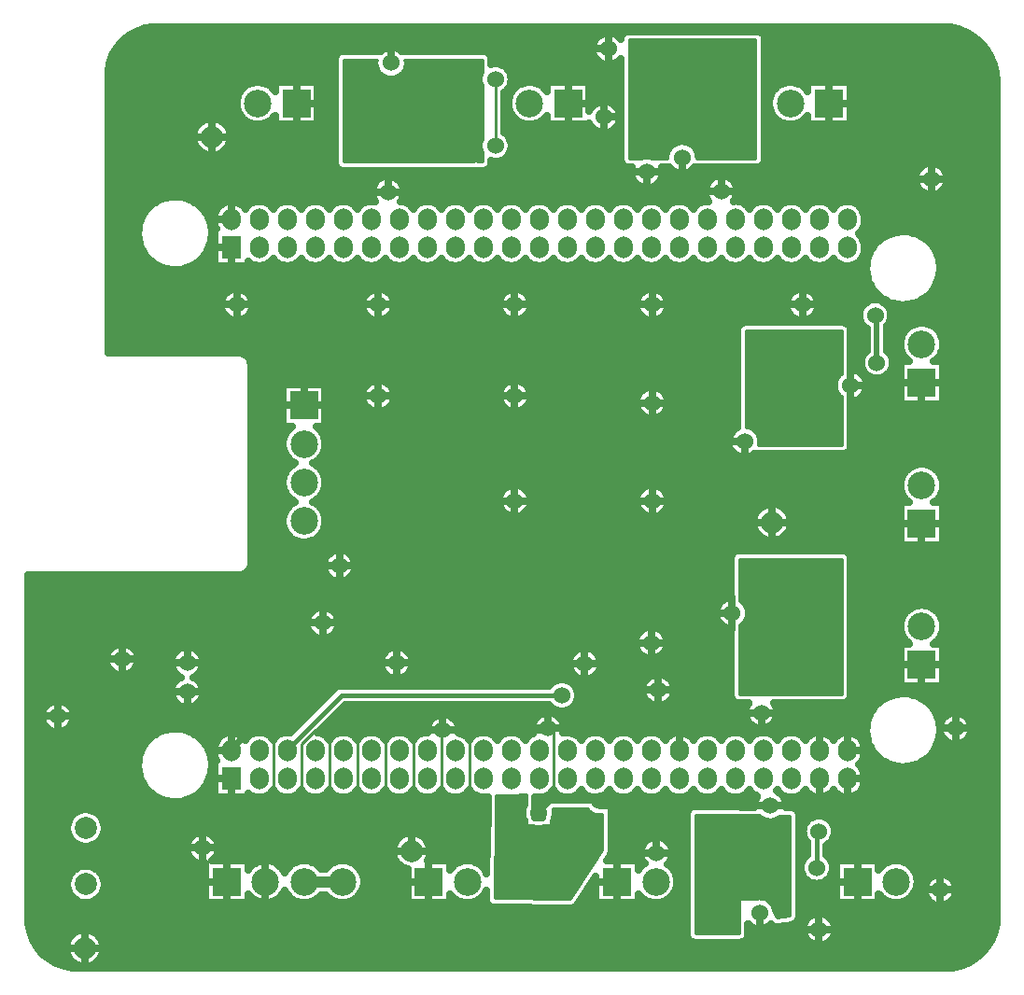
<source format=gbl>
G04 DipTrace 3.3.1.3*
G04 Powerboardv05.gbl*
%MOMM*%
G04 #@! TF.FileFunction,Copper,L2,Bot*
G04 #@! TF.Part,Single*
G04 #@! TA.AperFunction,Conductor*
%ADD14C,0.254*%
%ADD15C,1.016*%
G04 #@! TA.AperFunction,CopperBalancing*
%ADD17C,0.635*%
G04 #@! TA.AperFunction,Conductor*
%ADD18C,0.381*%
G04 #@! TA.AperFunction,CopperBalancing*
%ADD20C,0.3*%
G04 #@! TA.AperFunction,Conductor*
%ADD21C,0.508*%
G04 #@! TA.AperFunction,ViaPad*
%ADD23C,0.762*%
%ADD24C,1.524*%
G04 #@! TA.AperFunction,ComponentPad*
%ADD32C,2.5*%
%ADD33R,2.5X2.5*%
%ADD34O,1.7X2.0*%
%ADD35R,1.7X2.0*%
%ADD36C,2.0*%
%FSLAX35Y35*%
G04*
G71*
G90*
G75*
G01*
G04 Bottom*
%LPD*%
X1018000Y130000D2*
D18*
Y144873D1*
X1508127Y635000D1*
X3508373D1*
X3300000Y-430000D2*
X3260000D1*
Y-360000D1*
X3850000Y-320000D2*
Y-370000D1*
X4000000D1*
X7223330Y4730750D2*
X7070000D1*
X-79377Y6350000D2*
X330000D1*
Y5760000D1*
X2730000Y5350000D2*
D21*
X2710000Y5370000D1*
X3444873Y-1397000D2*
D14*
Y-1349373D1*
X3206750D1*
X3127373Y-1428750D1*
X5013623Y-1711623D2*
D15*
X5095873Y-1714500D1*
X7016747Y-841373D2*
X6969123Y-793750D1*
X6477000Y777877D2*
Y1682750D1*
X7175500D1*
X7016750Y2698750D2*
Y2984500D1*
X7350123Y4206877D2*
X7366000D1*
X510000Y130000D2*
D14*
Y176627D1*
X603250Y269877D1*
X619123D1*
X510000Y130000D2*
X510997D1*
X682623Y301627D1*
X841373D1*
X889000Y254000D1*
Y-317500D1*
X904873Y-333373D1*
X1095377D1*
X1143000Y-285750D1*
Y190500D1*
X1270000Y317500D1*
X1333500D1*
X1397000Y254000D1*
Y-349250D1*
X1619250D1*
X1651000Y-317500D1*
Y317503D1*
X1666873Y333377D1*
X1873250D1*
X1905000Y301627D1*
Y-333373D1*
X2174873D1*
X2159000Y-317500D1*
Y285750D1*
X2143123Y301627D1*
X2413000D1*
Y-317500D1*
X2428873Y-333373D1*
X2667000D1*
Y285750D1*
X2651123Y301627D1*
X3429000D1*
Y-206373D1*
X3460750Y-238123D1*
Y-269250D1*
X3300000Y-430000D1*
X1170000Y-1055873D2*
D15*
X1520000D1*
X2905123Y5619750D2*
D14*
Y6223000D1*
X6365873Y3651250D2*
D21*
Y4095747D1*
X6350000Y4079873D1*
X5820000Y-930000D2*
D18*
Y-620000D1*
X5840000Y-600000D1*
X3540000Y-520000D2*
Y-530000D1*
X3040000Y-340000D2*
Y-310000D1*
X3120000Y-390000D1*
Y-380000D1*
X5191123Y1635127D2*
X5460997D1*
X5572123Y1524000D1*
X5426050Y1047940D2*
D14*
X5440000D1*
X4300000Y5640000D2*
X4460000Y5800000D1*
Y5842877D1*
X4445000Y5857877D1*
X4965787Y5605787D2*
X4808213D1*
X4556123Y5857877D1*
X4445000D2*
D15*
X4556123D1*
X4445000D2*
D18*
Y5953127D1*
X4556123D1*
X4651373D1*
Y5857877D1*
X5460000Y-1280000D2*
Y-1160000D1*
X5420000Y-1120000D1*
X4960000Y-1150000D2*
Y-1045000D1*
X5080000Y-925000D1*
X5990000Y3110000D2*
D14*
Y3060000D1*
X5734750D1*
X5476873Y3317877D1*
X5980000Y3690000D2*
X5626747D1*
X5476873Y3540127D1*
Y3317877D1*
Y3540127D2*
D18*
X5572123D1*
Y3429000D1*
Y3317877D1*
X5476873D1*
Y3429000D2*
X5572123D1*
X1630000Y6350000D2*
D14*
Y6330000D1*
X2280000Y6340000D2*
Y6248753D1*
X2016123Y5984877D1*
D18*
X2127250D1*
Y5873750D1*
X2016123D1*
X1905000D1*
D24*
X3508373Y635000D3*
X3300000Y-430000D3*
X3850000Y-320000D3*
X7223330Y4730750D3*
X-79377Y6350000D3*
X2730000Y5350000D3*
X3444873Y-1397000D3*
X5013623Y-1711623D3*
X7016747Y-841373D3*
X6477000Y777877D3*
X7016750Y2698750D3*
X7350123Y4206877D3*
X3300000Y-430000D3*
X2905123Y5619750D3*
Y6223000D3*
X6365873Y3651250D3*
X6350000Y4079873D3*
X5820000Y-930000D3*
X5840000Y-600000D3*
D23*
X3540000Y-520000D3*
X3040000Y-340000D3*
X5191123Y1635127D3*
X5572123Y1524000D3*
X5426050Y1047940D3*
X4300000Y5640000D3*
X4965787Y5605787D3*
X5460000Y-1280000D3*
X4960000Y-1150000D3*
X5990000Y3110000D3*
X5980000Y3690000D3*
X1630000Y6350000D3*
X2280000Y6340000D3*
D24*
X4381500Y682627D3*
X5052800Y1379433D3*
D23*
X5476873Y3540127D3*
Y3317877D3*
X5080000Y-820000D3*
X5190000D3*
X5290000D3*
X5080000Y-925000D3*
X5190000D3*
X5290000D3*
X3210000Y-760000D3*
X3320000D3*
X3420000D3*
X3210000Y-865000D3*
X3320000D3*
X3420000D3*
D24*
X3930000Y6500000D3*
X5690000Y4178877D3*
X5397500Y-365123D3*
X7080250Y333377D3*
X4953000Y5207000D3*
X250000Y-750000D3*
X-1063627Y444500D3*
X2428873Y317500D3*
X3079750Y2397127D3*
X1930000Y5200000D3*
X3079750Y4178877D3*
X1960000Y6370000D3*
X1492250Y1809750D3*
X-480000Y960000D3*
X111123Y666750D3*
X6940000Y-1130000D3*
X1841500Y4178877D3*
X2010000Y930000D3*
X4280000Y5380000D3*
X3079750Y3349623D3*
X3890000Y5880000D3*
X1340000Y1290000D3*
X1841500Y3349623D3*
X560000Y4178877D3*
X4365623Y-793750D3*
X5164843Y2934150D3*
X110000Y930000D3*
X4328125Y4178877D3*
X3714750Y920750D3*
X4318000Y1111250D3*
X6858000Y5318127D3*
X4600000Y5510000D3*
X5840000Y-1490000D3*
X5300000Y-1340000D3*
X6127750Y3444875D3*
D23*
X1905000Y5984877D3*
X2016123D3*
X4445000Y5857877D3*
X4556123D3*
D24*
X3381373Y333377D3*
X5318123Y476250D3*
D23*
X5667373Y1524003D3*
X5572123Y1428750D3*
X5667373Y1428753D3*
Y1333500D3*
X5572123Y1333503D3*
Y3540127D3*
X5476873Y3429000D3*
X5572123D3*
Y3317877D3*
X4445000Y5953127D3*
X4556123D3*
X4651373Y5857877D3*
Y5953127D3*
X1905000Y5873750D3*
X2016123D3*
X2127250Y5984877D3*
Y5873750D3*
D24*
X4328125Y2397127D3*
Y3288003D3*
X-382025Y6636077D2*
D17*
X3878101D1*
X3981855D2*
X4054650D1*
X5335371D2*
X7192072D1*
X-466699Y6572910D2*
X3800080D1*
X5353600D2*
X7280301D1*
X-521478Y6509743D2*
X1921108D1*
X1998887D2*
X3780483D1*
X5353600D2*
X7339819D1*
X-558665Y6446577D2*
X1457176D1*
X2862858D2*
X3790510D1*
X5353600D2*
X7381564D1*
X-583184Y6383410D2*
X1446330D1*
X2873613D2*
X3840002D1*
X5353600D2*
X7410822D1*
X-597676Y6320243D2*
X1446330D1*
X3016986D2*
X4036330D1*
X5353600D2*
X7430054D1*
X-603327Y6257077D2*
X1446330D1*
X3050892D2*
X4036330D1*
X5353600D2*
X7440809D1*
X-603874Y6193910D2*
X707775D1*
X792207D2*
X901369D1*
X1298613D2*
X1446330D1*
X3051986D2*
X3172814D1*
X3257246D2*
X3366408D1*
X3763652D2*
X4036330D1*
X5353600D2*
X5537775D1*
X5622207D2*
X5731369D1*
X6128613D2*
X7444911D1*
X-603874Y6130743D2*
X598218D1*
X1298613D2*
X1446330D1*
X3021361D2*
X3063166D1*
X3763652D2*
X4036330D1*
X5353600D2*
X5428218D1*
X6128613D2*
X7444911D1*
X-603874Y6067577D2*
X561851D1*
X1298613D2*
X1446330D1*
X2991465D2*
X3026799D1*
X3763652D2*
X4036330D1*
X5353600D2*
X5391851D1*
X6128613D2*
X7444911D1*
X-603874Y6004410D2*
X551369D1*
X1298613D2*
X1446330D1*
X2991465D2*
X3016284D1*
X3763652D2*
X3812202D1*
X3967819D2*
X4036330D1*
X5353600D2*
X5381369D1*
X6128613D2*
X7444911D1*
X-603874Y5941243D2*
X562215D1*
X1298613D2*
X1446330D1*
X2991465D2*
X3027254D1*
X5353600D2*
X5392215D1*
X6128613D2*
X7444911D1*
X-603874Y5878077D2*
X599220D1*
X1298613D2*
X1446330D1*
X2991465D2*
X3064168D1*
X5353600D2*
X5429220D1*
X6128613D2*
X7444911D1*
X-603874Y5814910D2*
X206291D1*
X460436D2*
X714702D1*
X785280D2*
X901369D1*
X1298613D2*
X1446330D1*
X2991465D2*
X3179650D1*
X3250319D2*
X3366408D1*
X5353600D2*
X5544702D1*
X5615280D2*
X5731369D1*
X6128613D2*
X7444911D1*
X-603874Y5751743D2*
X168192D1*
X498535D2*
X1446330D1*
X2991465D2*
X3819312D1*
X3960710D2*
X4036330D1*
X5353600D2*
X7444911D1*
X-603874Y5688577D2*
X160080D1*
X506647D2*
X1446330D1*
X3037402D2*
X4036330D1*
X5353600D2*
X7444911D1*
X-603874Y5625410D2*
X176851D1*
X489876D2*
X1446330D1*
X3054811D2*
X4036330D1*
X5353600D2*
X7444911D1*
X-603874Y5562243D2*
X230900D1*
X435918D2*
X1446330D1*
X3042962D2*
X4036330D1*
X5353600D2*
X7444911D1*
X-603874Y5499077D2*
X1446330D1*
X2989095D2*
X4036330D1*
X5353600D2*
X7444911D1*
X-603874Y5435910D2*
X1450796D1*
X2869147D2*
X4063674D1*
X5326348D2*
X6769702D1*
X6946282D2*
X7444911D1*
X-603874Y5372743D2*
X4130392D1*
X4429655D2*
X4551851D1*
X4648131D2*
X6718934D1*
X6997051D2*
X7444911D1*
X-603874Y5309577D2*
X1831056D1*
X2028965D2*
X4148622D1*
X4411335D2*
X4846343D1*
X5059655D2*
X6708452D1*
X7007624D2*
X7444911D1*
X-603874Y5246410D2*
X1787853D1*
X2072077D2*
X4221265D1*
X4338691D2*
X4808700D1*
X5097298D2*
X6727411D1*
X6988665D2*
X7444911D1*
X-603874Y5183243D2*
X1781108D1*
X2078822D2*
X4805145D1*
X5100853D2*
X6802697D1*
X6913288D2*
X7444911D1*
X-603874Y5120077D2*
X-160662D1*
X160657D2*
X1804442D1*
X2055488D2*
X4832489D1*
X5073509D2*
X7444911D1*
X-603874Y5056910D2*
X-244972D1*
X244967D2*
X382202D1*
X6225775D2*
X7444911D1*
X-603874Y4993743D2*
X-292915D1*
X292910D2*
X354129D1*
X6253939D2*
X7444911D1*
X-603874Y4930577D2*
X-321535D1*
X321530D2*
X351395D1*
X6256582D2*
X7444911D1*
X-603874Y4867410D2*
X-335845D1*
X335840D2*
X367163D1*
X6240814D2*
X7444911D1*
X-603874Y4804243D2*
X-337759D1*
X6224772D2*
X6446590D1*
X6761439D2*
X7444911D1*
X-603874Y4741077D2*
X-327368D1*
X327363D2*
X351395D1*
X6253665D2*
X6360640D1*
X6847389D2*
X7444911D1*
X-603874Y4677910D2*
X-303579D1*
X303574D2*
X351395D1*
X6256582D2*
X6312059D1*
X6895970D2*
X7444911D1*
X-603874Y4614743D2*
X-262563D1*
X262558D2*
X351395D1*
X6241452D2*
X6282983D1*
X6924954D2*
X7444911D1*
X-603874Y4551577D2*
X-193384D1*
X193379D2*
X351395D1*
X850631D2*
X931447D1*
X1104564D2*
X1185379D1*
X1358587D2*
X1439403D1*
X1612611D2*
X1693426D1*
X1866634D2*
X1947358D1*
X2120566D2*
X2201382D1*
X2374590D2*
X2455405D1*
X2628613D2*
X2709429D1*
X2882637D2*
X2963361D1*
X3136569D2*
X3217385D1*
X3390592D2*
X3471408D1*
X3644616D2*
X3725431D1*
X3898639D2*
X3979364D1*
X4152572D2*
X4233387D1*
X4406595D2*
X4487411D1*
X4660618D2*
X4741434D1*
X4914642D2*
X4995366D1*
X5168574D2*
X5249390D1*
X5422598D2*
X5503413D1*
X5676621D2*
X5757437D1*
X5930553D2*
X6011369D1*
X6184577D2*
X6268400D1*
X6939629D2*
X7444911D1*
X-603874Y4488410D2*
X6266213D1*
X6941816D2*
X7444911D1*
X-603874Y4425243D2*
X6276148D1*
X6931790D2*
X7444911D1*
X-603874Y4362077D2*
X6299572D1*
X6908366D2*
X7444911D1*
X-603874Y4298910D2*
X475080D1*
X644915D2*
X1756499D1*
X1926426D2*
X2994806D1*
X3164733D2*
X4243140D1*
X4413066D2*
X5605041D1*
X5774967D2*
X6340041D1*
X6867897D2*
X7444911D1*
X-603874Y4235743D2*
X421942D1*
X698053D2*
X1703452D1*
X1979564D2*
X2941668D1*
X3217871D2*
X4190002D1*
X4466204D2*
X5551903D1*
X5828105D2*
X6408218D1*
X6799811D2*
X7444911D1*
X-603874Y4172577D2*
X410275D1*
X709720D2*
X1691786D1*
X1991230D2*
X2930093D1*
X3229447D2*
X4178426D1*
X4477780D2*
X5540327D1*
X5839681D2*
X6234129D1*
X6465853D2*
X7444911D1*
X-603874Y4109410D2*
X428140D1*
X691855D2*
X1709559D1*
X1973366D2*
X2947866D1*
X3211673D2*
X4196200D1*
X4460006D2*
X5558101D1*
X5821907D2*
X6203231D1*
X6496751D2*
X7444911D1*
X-603874Y4046243D2*
X498960D1*
X621126D2*
X1780379D1*
X1902545D2*
X3018687D1*
X3140853D2*
X4267020D1*
X4389186D2*
X5628921D1*
X5751087D2*
X6204142D1*
X6495840D2*
X7444911D1*
X-603874Y3983077D2*
X5105015D1*
X6124967D2*
X6237775D1*
X6464941D2*
X6664155D1*
X6880566D2*
X7444911D1*
X-603874Y3919910D2*
X5096356D1*
X6133626D2*
X6266851D1*
X6464941D2*
X6601720D1*
X6943001D2*
X7444911D1*
X-603874Y3856743D2*
X5096356D1*
X6133626D2*
X6266851D1*
X6464941D2*
X6577293D1*
X6967428D2*
X7444911D1*
X-603874Y3793577D2*
X5096356D1*
X6133626D2*
X6266851D1*
X6464941D2*
X6575562D1*
X6969160D2*
X7444911D1*
X629420Y3730410D2*
X5096356D1*
X6133626D2*
X6239872D1*
X6491920D2*
X6595887D1*
X6948835D2*
X7444911D1*
X689486Y3667243D2*
X5096356D1*
X6133626D2*
X6216903D1*
X6514798D2*
X6649207D1*
X6895514D2*
X7444911D1*
X696139Y3604077D2*
X5096356D1*
X6133626D2*
X6224012D1*
X6507689D2*
X6573739D1*
X6970983D2*
X7444911D1*
X696139Y3540910D2*
X5096356D1*
X6240723D2*
X6267762D1*
X6463939D2*
X6573739D1*
X6970983D2*
X7444911D1*
X696139Y3477743D2*
X1770536D1*
X1912480D2*
X3008843D1*
X3150697D2*
X5096356D1*
X6273808D2*
X6573739D1*
X6970983D2*
X7444911D1*
X696139Y3414577D2*
X971369D1*
X1368613D2*
X1707189D1*
X1975827D2*
X2945497D1*
X3214043D2*
X4254168D1*
X4402038D2*
X5096356D1*
X6274355D2*
X6573739D1*
X6970983D2*
X7444911D1*
X696139Y3351410D2*
X971369D1*
X1368613D2*
X1691694D1*
X1991322D2*
X2929911D1*
X3229538D2*
X4193101D1*
X4463197D2*
X5096356D1*
X6243001D2*
X6573739D1*
X6970983D2*
X7444911D1*
X696139Y3288243D2*
X971369D1*
X1368613D2*
X1705457D1*
X1977558D2*
X2943674D1*
X3215775D2*
X4178335D1*
X4477962D2*
X5096356D1*
X6133626D2*
X6573739D1*
X6970983D2*
X7444911D1*
X696139Y3225077D2*
X971369D1*
X1368613D2*
X1763882D1*
X1919134D2*
X3002189D1*
X3157350D2*
X4192827D1*
X4463379D2*
X5096356D1*
X6133626D2*
X7444911D1*
X696139Y3161910D2*
X971369D1*
X1368613D2*
X4253348D1*
X4402949D2*
X5096356D1*
X6133626D2*
X7444911D1*
X696139Y3098743D2*
X971369D1*
X1368613D2*
X5096356D1*
X6133626D2*
X7444911D1*
X696139Y3035577D2*
X1014572D1*
X1325410D2*
X5056981D1*
X6133626D2*
X7444911D1*
X696139Y2972410D2*
X980392D1*
X1359590D2*
X5020249D1*
X6133626D2*
X7444911D1*
X696139Y2909243D2*
X971460D1*
X1368613D2*
X5017150D1*
X6133626D2*
X7444911D1*
X696139Y2846077D2*
X983856D1*
X1356217D2*
X5045223D1*
X6117311D2*
X7444911D1*
X696139Y2782910D2*
X1023140D1*
X1316933D2*
X7444911D1*
X696139Y2719743D2*
X1050666D1*
X1289316D2*
X6697697D1*
X6847025D2*
X7444911D1*
X696139Y2656577D2*
X995067D1*
X1344915D2*
X6613114D1*
X6931608D2*
X7444911D1*
X696139Y2593410D2*
X973648D1*
X1366426D2*
X6581304D1*
X6963418D2*
X7444911D1*
X696139Y2530243D2*
X974377D1*
X1365605D2*
X3019872D1*
X3139668D2*
X4268205D1*
X4388001D2*
X6574012D1*
X6970801D2*
X7444911D1*
X696139Y2467077D2*
X997619D1*
X1342363D2*
X2948140D1*
X3211400D2*
X4196473D1*
X4459733D2*
X6588140D1*
X6956673D2*
X7444911D1*
X696139Y2403910D2*
X1057319D1*
X1282663D2*
X2930093D1*
X3229447D2*
X4178426D1*
X4477780D2*
X6630158D1*
X6914564D2*
X7444911D1*
X696139Y2340743D2*
X1018947D1*
X1321035D2*
X2941486D1*
X3218053D2*
X4189819D1*
X4466387D2*
X5312827D1*
X5515657D2*
X6573739D1*
X6970983D2*
X7444911D1*
X696139Y2277577D2*
X982124D1*
X1357858D2*
X2994077D1*
X3165462D2*
X4242411D1*
X4413795D2*
X5258140D1*
X5570345D2*
X6573739D1*
X6970983D2*
X7444911D1*
X696139Y2214410D2*
X971369D1*
X1368613D2*
X5241004D1*
X5587480D2*
X6573739D1*
X6970983D2*
X7444911D1*
X696139Y2151243D2*
X981942D1*
X1358040D2*
X5248843D1*
X5579642D2*
X6573739D1*
X6970983D2*
X7444911D1*
X696139Y2088077D2*
X1018491D1*
X1321582D2*
X5286395D1*
X5542090D2*
X6573739D1*
X6970983D2*
X7444911D1*
X696139Y2024910D2*
X1129416D1*
X1210566D2*
X6573739D1*
X6970983D2*
X7444911D1*
X696139Y1961743D2*
X7444911D1*
X696139Y1898577D2*
X1373231D1*
X1611243D2*
X5039025D1*
X6130983D2*
X7444911D1*
X696139Y1835410D2*
X1344702D1*
X1639772D2*
X5036382D1*
X6133626D2*
X7444911D1*
X676725Y1772243D2*
X1347437D1*
X1637129D2*
X5036382D1*
X6133626D2*
X7444911D1*
X-1328848Y1709077D2*
X1383622D1*
X1600853D2*
X5036382D1*
X6133626D2*
X7444911D1*
X-1328848Y1645910D2*
X5036382D1*
X6133626D2*
X7444911D1*
X-1328848Y1582743D2*
X5036382D1*
X6133626D2*
X7444911D1*
X-1328848Y1519577D2*
X5015692D1*
X6133626D2*
X7444911D1*
X-1328848Y1456410D2*
X4925366D1*
X6133626D2*
X7444911D1*
X-1328848Y1393243D2*
X1234051D1*
X1445996D2*
X4903674D1*
X6133626D2*
X6627424D1*
X6917389D2*
X7444911D1*
X-1328848Y1330077D2*
X1195861D1*
X1484095D2*
X4911694D1*
X6133626D2*
X6586955D1*
X6957767D2*
X7444911D1*
X-1328848Y1266910D2*
X1192033D1*
X1487923D2*
X4957450D1*
X6133626D2*
X6573830D1*
X6970892D2*
X7444911D1*
X-1328848Y1203743D2*
X1219012D1*
X1461035D2*
X4201942D1*
X4434030D2*
X5036382D1*
X6133626D2*
X6582124D1*
X6962598D2*
X7444911D1*
X-1328848Y1140577D2*
X4171226D1*
X4464837D2*
X5036382D1*
X6133626D2*
X6615301D1*
X6929420D2*
X7444911D1*
X-1328848Y1077410D2*
X-568813D1*
X-391139D2*
X4172228D1*
X4463743D2*
X5036382D1*
X6133626D2*
X6573739D1*
X6970983D2*
X7444911D1*
X-1328848Y1014243D2*
X-619217D1*
X-340827D2*
X-12459D1*
X232480D2*
X1887476D1*
X2132506D2*
X3599559D1*
X3829915D2*
X4205952D1*
X4430111D2*
X5036382D1*
X6133626D2*
X6573739D1*
X6970983D2*
X7444911D1*
X-1328848Y951077D2*
X-629517D1*
X-330436D2*
X-38253D1*
X258275D2*
X1861681D1*
X2158301D2*
X3568114D1*
X3861361D2*
X5036382D1*
X6133626D2*
X6573739D1*
X6970983D2*
X7444911D1*
X-1328848Y887910D2*
X-610376D1*
X-349577D2*
X-33514D1*
X253535D2*
X1866512D1*
X2153561D2*
X3568752D1*
X3860814D2*
X5036382D1*
X6133626D2*
X6573739D1*
X6970983D2*
X7444911D1*
X-1328848Y824743D2*
X-534269D1*
X-425775D2*
X6135D1*
X213887D2*
X1906161D1*
X2113822D2*
X3601747D1*
X3827728D2*
X4355431D1*
X4407665D2*
X5036382D1*
X6133626D2*
X6573739D1*
X6970983D2*
X7444911D1*
X-1328848Y761577D2*
X-2889D1*
X225189D2*
X3434494D1*
X3582272D2*
X4255353D1*
X4507676D2*
X5036382D1*
X6133626D2*
X6573739D1*
X6970983D2*
X7444911D1*
X-1328848Y698410D2*
X-35155D1*
X257454D2*
X1443231D1*
X3643431D2*
X4232567D1*
X4530462D2*
X5036382D1*
X6133626D2*
X7444911D1*
X-1328848Y635243D2*
X-35246D1*
X257454D2*
X1379885D1*
X3658197D2*
X4239676D1*
X4523262D2*
X5036382D1*
X6133626D2*
X6501095D1*
X6706842D2*
X7444911D1*
X-1328848Y572077D2*
X-1135649D1*
X-991608D2*
X-3071D1*
X225280D2*
X1316720D1*
X3643704D2*
X4283700D1*
X4479329D2*
X5069377D1*
X6100540D2*
X6384429D1*
X6823600D2*
X7444911D1*
X-1328848Y508910D2*
X-1198175D1*
X-929082D2*
X1253556D1*
X1510436D2*
X3433582D1*
X3583183D2*
X5172098D1*
X5464160D2*
X6326278D1*
X6881751D2*
X7444911D1*
X-1328848Y445743D2*
X-1213488D1*
X-913770D2*
X1190392D1*
X1447272D2*
X2358153D1*
X2499551D2*
X3285835D1*
X3476907D2*
X5171551D1*
X5464707D2*
X6291369D1*
X6916660D2*
X6984715D1*
X7175788D2*
X7444911D1*
X-1328848Y382577D2*
X-1199451D1*
X-927806D2*
X1127228D1*
X1384108D2*
X2294624D1*
X2563079D2*
X3240262D1*
X3522480D2*
X5203088D1*
X5433170D2*
X6272046D1*
X7221361D2*
X7444911D1*
X-1328848Y319410D2*
X-1140298D1*
X-986960D2*
X-97225D1*
X97220D2*
X1064064D1*
X1320944D2*
X2279038D1*
X2578665D2*
X3232241D1*
X3530501D2*
X6265575D1*
X7229381D2*
X7444911D1*
X-1328848Y256243D2*
X-217537D1*
X217624D2*
X399611D1*
X620306D2*
X653635D1*
X874329D2*
X907658D1*
X1382376D2*
X1415614D1*
X1636308D2*
X1669637D1*
X1890332D2*
X1923661D1*
X2144355D2*
X2177684D1*
X2652311D2*
X2685640D1*
X2906335D2*
X2939663D1*
X3160358D2*
X3193687D1*
X3668314D2*
X3701642D1*
X3922337D2*
X3955666D1*
X4176361D2*
X4209689D1*
X4430384D2*
X4463622D1*
X4684316D2*
X4717645D1*
X4938340D2*
X4971668D1*
X5192363D2*
X5225692D1*
X5446387D2*
X5479624D1*
X5700319D2*
X5733648D1*
X5954342D2*
X5987671D1*
X6208366D2*
X6271226D1*
X7207598D2*
X7444911D1*
X-1328848Y193077D2*
X-276509D1*
X276504D2*
X359142D1*
X6248835D2*
X6289728D1*
X6918210D2*
X7043869D1*
X7116634D2*
X7444911D1*
X-1328848Y129910D2*
X-311964D1*
X311960D2*
X351395D1*
X6256673D2*
X6323635D1*
X6884394D2*
X7444911D1*
X-1328848Y66743D2*
X-331652D1*
X331647D2*
X359149D1*
X6248743D2*
X6379963D1*
X6828066D2*
X7444911D1*
X-1328848Y3577D2*
X-338397D1*
X6208183D2*
X6489338D1*
X6718691D2*
X7444911D1*
X-1328848Y-59590D2*
X-333019D1*
X6248379D2*
X7444911D1*
X-1328848Y-122757D2*
X-314881D1*
X314876D2*
X351395D1*
X6256673D2*
X7444911D1*
X-1328848Y-185923D2*
X-281522D1*
X281517D2*
X351395D1*
X6249199D2*
X7444911D1*
X-1328848Y-249090D2*
X-226014D1*
X226009D2*
X351395D1*
X875605D2*
X906473D1*
X1129538D2*
X1160405D1*
X1383561D2*
X1414429D1*
X1637585D2*
X1668452D1*
X1891608D2*
X1922458D1*
X2145540D2*
X2176408D1*
X2399564D2*
X2430431D1*
X2653587D2*
X2684455D1*
X3415566D2*
X3446434D1*
X3669590D2*
X3700457D1*
X3923522D2*
X3954468D1*
X4177545D2*
X4208413D1*
X4431569D2*
X4462437D1*
X4685592D2*
X4716460D1*
X4939525D2*
X4970392D1*
X5193548D2*
X5224416D1*
X5701595D2*
X5732463D1*
X5955527D2*
X5986395D1*
X6209551D2*
X7444911D1*
X-1328848Y-312257D2*
X-119373D1*
X119368D2*
X2831473D1*
X3273652D2*
X5257775D1*
X5537259D2*
X7444911D1*
X-1328848Y-375423D2*
X2831473D1*
X3273652D2*
X3323843D1*
X3962806D2*
X4684741D1*
X4954928D2*
X5248023D1*
X5546920D2*
X7444911D1*
X-1328848Y-438590D2*
X-919907D1*
X-700124D2*
X2831473D1*
X3273652D2*
X3324572D1*
X3962988D2*
X4636343D1*
X5662676D2*
X7444911D1*
X-1328848Y-501757D2*
X-969126D1*
X-650905D2*
X2830288D1*
X3962988D2*
X4636343D1*
X5663678D2*
X5729090D1*
X5950879D2*
X7444911D1*
X-1328848Y-564923D2*
X-983527D1*
X-636413D2*
X2829012D1*
X3962988D2*
X4636343D1*
X5663678D2*
X5694546D1*
X5985514D2*
X7444911D1*
X-1328848Y-628090D2*
X-973227D1*
X-646803D2*
X168010D1*
X332012D2*
X2062293D1*
X2223926D2*
X2827736D1*
X3962988D2*
X4636343D1*
X5663678D2*
X5692905D1*
X5987064D2*
X7444911D1*
X-1328848Y-691257D2*
X-931574D1*
X-688366D2*
X112775D1*
X387246D2*
X1993661D1*
X2292558D2*
X2826460D1*
X3962988D2*
X4258817D1*
X4472402D2*
X4636343D1*
X5663678D2*
X5722892D1*
X5957077D2*
X7444911D1*
X-1328848Y-754423D2*
X100197D1*
X399733D2*
X1971148D1*
X2315072D2*
X2825184D1*
X3962988D2*
X4221265D1*
X4509954D2*
X4636343D1*
X5663678D2*
X5727358D1*
X5912689D2*
X7444911D1*
X-1328848Y-817590D2*
X117059D1*
X382871D2*
X1974247D1*
X2311973D2*
X2823908D1*
X3950137D2*
X4217801D1*
X4513418D2*
X4636343D1*
X5663678D2*
X5724442D1*
X5915514D2*
X7444911D1*
X-1328848Y-880757D2*
X184598D1*
X668613D2*
X734207D1*
X905775D2*
X1084207D1*
X1255775D2*
X1434207D1*
X1605775D2*
X2004872D1*
X2498639D2*
X2564233D1*
X2735801D2*
X2822541D1*
X4208626D2*
X4245145D1*
X4486074D2*
X4636343D1*
X5961087D2*
X5991408D1*
X6388652D2*
X6454247D1*
X6625723D2*
X7444911D1*
X-1328848Y-943923D2*
X-913618D1*
X-706322D2*
X271369D1*
X982702D2*
X1007239D1*
X1682702D2*
X2101395D1*
X4522715D2*
X4636343D1*
X5969199D2*
X5991408D1*
X6702650D2*
X7444911D1*
X-1328848Y-1007090D2*
X-966938D1*
X-653093D2*
X271369D1*
X1712324D2*
X2101395D1*
X4552337D2*
X4636343D1*
X5663678D2*
X5692632D1*
X5947324D2*
X5991408D1*
X6732363D2*
X6859663D1*
X7020384D2*
X7444911D1*
X-1328848Y-1070257D2*
X-983345D1*
X-636686D2*
X271369D1*
X1718066D2*
X2101395D1*
X3782793D2*
X3811296D1*
X4558079D2*
X4636343D1*
X5663678D2*
X5783413D1*
X5856634D2*
X5991408D1*
X6738105D2*
X6803153D1*
X7076803D2*
X7444911D1*
X-1328848Y-1133423D2*
X-974868D1*
X-645163D2*
X271369D1*
X1702298D2*
X2101395D1*
X3740957D2*
X3811382D1*
X4542311D2*
X4636343D1*
X5663678D2*
X5991408D1*
X6722337D2*
X6790210D1*
X7089837D2*
X7444911D1*
X-1328848Y-1196590D2*
X-936313D1*
X-683718D2*
X271369D1*
X957363D2*
X1032619D1*
X1307363D2*
X1382619D1*
X1657363D2*
X2101395D1*
X2787389D2*
X2816161D1*
X3699212D2*
X3811382D1*
X4497376D2*
X4636343D1*
X5663678D2*
X5991408D1*
X6677402D2*
X6806525D1*
X7073431D2*
X7444911D1*
X-1328848Y-1259757D2*
X2826916D1*
X3657376D2*
X4636343D1*
X5663678D2*
X6872424D1*
X7007624D2*
X7444911D1*
X-1328848Y-1322923D2*
X4636343D1*
X5663678D2*
X7444911D1*
X-1328757Y-1386090D2*
X4636343D1*
X5663314D2*
X5734741D1*
X5945319D2*
X7444455D1*
X-1325384Y-1449257D2*
X4636343D1*
X5588665D2*
X5696095D1*
X5983965D2*
X7440353D1*
X-1313080Y-1512423D2*
X-905142D1*
X-734850D2*
X4636343D1*
X5203665D2*
X5691903D1*
X5988066D2*
X7427502D1*
X-1290020Y-1575590D2*
X-970767D1*
X-669225D2*
X4646551D1*
X5193457D2*
X5718517D1*
X5961543D2*
X7404077D1*
X-1254473Y-1638757D2*
X-992277D1*
X-647715D2*
X7368075D1*
X-1203887Y-1701923D2*
X-988267D1*
X-651725D2*
X7316942D1*
X-1126595Y-1765090D2*
X-956548D1*
X-683535D2*
X7238465D1*
X-971374Y-1828257D2*
X7080965D1*
X4551691Y-1070960D2*
X4549916Y-1085953D1*
X4546971Y-1100761D1*
X4542872Y-1115292D1*
X4537647Y-1129457D1*
X4531326Y-1143168D1*
X4523948Y-1156341D1*
X4515560Y-1168895D1*
X4506213Y-1180751D1*
X4495965Y-1191838D1*
X4484878Y-1202087D1*
X4473021Y-1211434D1*
X4460468Y-1219822D1*
X4447295Y-1227199D1*
X4433584Y-1233520D1*
X4419419Y-1238746D1*
X4404888Y-1242844D1*
X4390080Y-1245789D1*
X4375086Y-1247564D1*
X4360000Y-1248157D1*
X4344914Y-1247564D1*
X4329920Y-1245789D1*
X4315112Y-1242844D1*
X4300581Y-1238746D1*
X4286416Y-1233520D1*
X4272705Y-1227199D1*
X4259532Y-1219822D1*
X4246979Y-1211434D1*
X4235122Y-1202087D1*
X4224035Y-1191838D1*
X4213787Y-1180751D1*
X4202310Y-1165707D1*
X4202283Y-1248157D1*
X3817717D1*
Y-1007951D1*
X3644000Y-1270138D1*
X3637056Y-1278092D1*
X3628954Y-1284861D1*
X3619892Y-1290279D1*
X3610094Y-1294213D1*
X3599802Y-1296566D1*
X3589268Y-1297280D1*
X2882604Y-1289328D1*
X2872211Y-1287464D1*
X2862239Y-1283997D1*
X2852931Y-1279013D1*
X2844518Y-1272634D1*
X2837206Y-1265018D1*
X2831176Y-1256351D1*
X2826576Y-1246848D1*
X2823519Y-1236742D1*
X2822080Y-1226283D1*
X2823667Y-1138349D1*
X2813948Y-1156341D1*
X2805560Y-1168895D1*
X2796213Y-1180751D1*
X2785965Y-1191838D1*
X2774878Y-1202087D1*
X2763021Y-1211434D1*
X2750468Y-1219822D1*
X2737295Y-1227199D1*
X2723584Y-1233520D1*
X2709419Y-1238746D1*
X2694888Y-1242844D1*
X2680080Y-1245789D1*
X2665086Y-1247564D1*
X2650000Y-1248157D1*
X2634914Y-1247564D1*
X2619920Y-1245789D1*
X2605112Y-1242844D1*
X2590581Y-1238746D1*
X2576416Y-1233520D1*
X2562705Y-1227199D1*
X2549532Y-1219822D1*
X2536979Y-1211434D1*
X2525122Y-1202087D1*
X2514035Y-1191838D1*
X2503787Y-1180751D1*
X2492310Y-1165707D1*
X2492284Y-1248157D1*
X2107717D1*
X2107500Y-941320D1*
X2089521Y-936336D1*
X2072208Y-929382D1*
X2055778Y-920542D1*
X2040434Y-909929D1*
X2026368Y-897672D1*
X2013753Y-883926D1*
X2002749Y-868860D1*
X1993490Y-852663D1*
X1986092Y-835535D1*
X1980648Y-817690D1*
X1977224Y-799350D1*
X1975865Y-780743D1*
X1976585Y-762100D1*
X1979378Y-743653D1*
X1984207Y-725632D1*
X1991012Y-708260D1*
X1999710Y-691755D1*
X2010192Y-676320D1*
X2022327Y-662149D1*
X2035965Y-649418D1*
X2050936Y-638284D1*
X2067053Y-628887D1*
X2084117Y-621342D1*
X2101914Y-615745D1*
X2120225Y-612165D1*
X2138820Y-610645D1*
X2157468Y-611206D1*
X2175938Y-613840D1*
X2194000Y-618514D1*
X2211429Y-625171D1*
X2228009Y-633727D1*
X2243532Y-644076D1*
X2257807Y-656089D1*
X2270655Y-669617D1*
X2281917Y-684492D1*
X2291452Y-700528D1*
X2299142Y-717527D1*
X2304892Y-735275D1*
X2308630Y-753554D1*
X2310308Y-772136D1*
X2309821Y-791857D1*
X2307227Y-810333D1*
X2302592Y-828405D1*
X2295973Y-845848D1*
X2286765Y-863585D1*
X2492284Y-863591D1*
Y-945895D1*
X2503787Y-930995D1*
X2514035Y-919908D1*
X2525122Y-909660D1*
X2536979Y-900313D1*
X2549532Y-891925D1*
X2562705Y-884548D1*
X2576416Y-878227D1*
X2590581Y-873001D1*
X2605112Y-868903D1*
X2619920Y-865957D1*
X2634914Y-864183D1*
X2650000Y-863590D1*
X2665086Y-864183D1*
X2680080Y-865957D1*
X2694888Y-868903D1*
X2709419Y-873001D1*
X2723584Y-878227D1*
X2737295Y-884548D1*
X2750468Y-891925D1*
X2763021Y-900313D1*
X2774878Y-909660D1*
X2785965Y-919908D1*
X2796213Y-930995D1*
X2805560Y-942852D1*
X2813948Y-955406D1*
X2826881Y-980629D1*
X2837840Y-421167D1*
Y-285451D1*
X2819822Y-289408D1*
X2796000Y-291283D1*
X2772178Y-289408D1*
X2748942Y-283830D1*
X2726865Y-274685D1*
X2706490Y-262200D1*
X2688319Y-246681D1*
X2672800Y-228510D1*
X2669089Y-222956D1*
X2657797Y-237900D1*
X2640900Y-254797D1*
X2621568Y-268843D1*
X2600276Y-279691D1*
X2577550Y-287076D1*
X2553948Y-290814D1*
X2530052D1*
X2506450Y-287076D1*
X2483724Y-279691D1*
X2462432Y-268843D1*
X2443100Y-254797D1*
X2426203Y-237900D1*
X2415089Y-222956D1*
X2403797Y-237900D1*
X2386900Y-254797D1*
X2367568Y-268843D1*
X2346276Y-279691D1*
X2323550Y-287076D1*
X2299948Y-290814D1*
X2276052D1*
X2252450Y-287076D1*
X2229724Y-279691D1*
X2208432Y-268843D1*
X2189100Y-254797D1*
X2172203Y-237900D1*
X2161089Y-222956D1*
X2149797Y-237900D1*
X2132900Y-254797D1*
X2113568Y-268843D1*
X2092276Y-279691D1*
X2069550Y-287076D1*
X2045948Y-290814D1*
X2022052D1*
X1998450Y-287076D1*
X1975724Y-279691D1*
X1954432Y-268843D1*
X1935100Y-254797D1*
X1918203Y-237900D1*
X1907089Y-222956D1*
X1895797Y-237900D1*
X1878900Y-254797D1*
X1859568Y-268843D1*
X1838276Y-279691D1*
X1815550Y-287076D1*
X1791948Y-290814D1*
X1768052D1*
X1744450Y-287076D1*
X1721724Y-279691D1*
X1700432Y-268843D1*
X1681100Y-254797D1*
X1664203Y-237900D1*
X1653089Y-222956D1*
X1641797Y-237900D1*
X1624900Y-254797D1*
X1605568Y-268843D1*
X1584276Y-279691D1*
X1561550Y-287076D1*
X1537948Y-290814D1*
X1514052D1*
X1490450Y-287076D1*
X1467724Y-279691D1*
X1446432Y-268843D1*
X1427100Y-254797D1*
X1410203Y-237900D1*
X1399089Y-222956D1*
X1387797Y-237900D1*
X1370900Y-254797D1*
X1351568Y-268843D1*
X1330276Y-279691D1*
X1307550Y-287076D1*
X1283948Y-290814D1*
X1260052D1*
X1236450Y-287076D1*
X1213724Y-279691D1*
X1192432Y-268843D1*
X1173100Y-254797D1*
X1156203Y-237900D1*
X1145089Y-222956D1*
X1133797Y-237900D1*
X1116900Y-254797D1*
X1097568Y-268843D1*
X1076276Y-279691D1*
X1053550Y-287076D1*
X1029948Y-290814D1*
X1006052D1*
X982450Y-287076D1*
X959724Y-279691D1*
X938432Y-268843D1*
X919100Y-254797D1*
X902203Y-237900D1*
X891089Y-222956D1*
X879797Y-237900D1*
X862900Y-254797D1*
X843568Y-268843D1*
X822276Y-279691D1*
X799550Y-287076D1*
X775948Y-290814D1*
X752052D1*
X728450Y-287076D1*
X705724Y-279691D1*
X684432Y-268843D1*
X665100Y-254797D1*
X662253Y-252166D1*
X662284Y-291284D1*
X357717D1*
Y43283D1*
X375673D1*
X368783Y58010D1*
X362874Y75704D1*
X359173Y93988D1*
X357736Y112588D1*
X358157Y156577D1*
X360712Y175056D1*
X365507Y193084D1*
X372471Y210391D1*
X381498Y226716D1*
X392454Y241815D1*
X405174Y255461D1*
X419466Y267450D1*
X435118Y277600D1*
X451893Y285761D1*
X469540Y291810D1*
X487794Y295656D1*
X506382Y297240D1*
X525024Y296540D1*
X543440Y293566D1*
X561355Y288363D1*
X578499Y281008D1*
X594615Y271612D1*
X609461Y260316D1*
X622814Y247289D1*
X634475Y232728D1*
X636992Y229038D1*
X648203Y243900D1*
X665100Y260797D1*
X684432Y274843D1*
X705724Y285691D1*
X728450Y293076D1*
X752052Y296814D1*
X775948D1*
X799550Y293076D1*
X822276Y285691D1*
X843568Y274843D1*
X862900Y260797D1*
X879797Y243900D1*
X890911Y228956D1*
X902203Y243900D1*
X919100Y260797D1*
X938432Y274843D1*
X959724Y285691D1*
X982450Y293076D1*
X1006052Y296814D1*
X1029948D1*
X1045716Y294634D1*
X1452057Y700649D1*
X1463017Y708612D1*
X1475088Y714762D1*
X1487972Y718948D1*
X1501353Y721068D1*
X1648127Y721334D1*
X3393843D1*
X3406915Y736458D1*
X3424036Y751080D1*
X3443233Y762845D1*
X3464035Y771461D1*
X3485928Y776717D1*
X3508373Y778483D1*
X3530819Y776717D1*
X3552712Y771461D1*
X3573513Y762845D1*
X3592711Y751080D1*
X3609831Y736458D1*
X3624454Y719337D1*
X3636218Y700140D1*
X3644834Y679339D1*
X3650090Y657446D1*
X3651857Y635000D1*
X3650090Y612554D1*
X3644834Y590661D1*
X3636218Y569860D1*
X3624454Y550663D1*
X3609831Y533542D1*
X3592711Y518920D1*
X3573513Y507155D1*
X3552712Y498539D1*
X3530819Y493283D1*
X3508373Y491517D1*
X3485928Y493283D1*
X3464035Y498539D1*
X3443233Y507155D1*
X3424036Y518920D1*
X3406915Y533542D1*
X3393846Y548693D1*
X1543907Y548666D1*
X1291331Y296110D1*
X1307550Y293076D1*
X1330276Y285691D1*
X1351568Y274843D1*
X1370900Y260797D1*
X1387797Y243900D1*
X1398911Y228956D1*
X1410203Y243900D1*
X1427100Y260797D1*
X1446432Y274843D1*
X1467724Y285691D1*
X1490450Y293076D1*
X1514052Y296814D1*
X1537948D1*
X1561550Y293076D1*
X1584276Y285691D1*
X1605568Y274843D1*
X1624900Y260797D1*
X1641797Y243900D1*
X1652911Y228956D1*
X1664203Y243900D1*
X1681100Y260797D1*
X1700432Y274843D1*
X1721724Y285691D1*
X1744450Y293076D1*
X1768052Y296814D1*
X1791948D1*
X1815550Y293076D1*
X1838276Y285691D1*
X1859568Y274843D1*
X1878900Y260797D1*
X1895797Y243900D1*
X1906911Y228956D1*
X1918203Y243900D1*
X1935100Y260797D1*
X1954432Y274843D1*
X1975724Y285691D1*
X1998450Y293076D1*
X2022052Y296814D1*
X2045948D1*
X2069550Y293076D1*
X2092276Y285691D1*
X2113568Y274843D1*
X2132900Y260797D1*
X2149797Y243900D1*
X2160911Y228956D1*
X2172203Y243900D1*
X2189100Y260797D1*
X2208432Y274843D1*
X2229724Y285691D1*
X2252450Y293076D1*
X2276052Y296814D1*
X2286833Y297237D1*
X2285417Y314734D1*
X2286270Y333368D1*
X2289534Y351734D1*
X2295152Y369521D1*
X2303031Y386429D1*
X2313037Y402172D1*
X2325000Y416484D1*
X2338719Y429123D1*
X2353962Y439875D1*
X2370470Y448559D1*
X2387966Y455028D1*
X2406153Y459173D1*
X2424725Y460923D1*
X2443366Y460250D1*
X2461762Y457163D1*
X2479603Y451716D1*
X2496586Y444001D1*
X2512425Y434147D1*
X2526851Y422323D1*
X2539622Y408726D1*
X2550521Y393588D1*
X2559364Y377164D1*
X2566001Y359731D1*
X2570321Y341584D1*
X2572250Y323031D1*
X2571674Y303522D1*
X2570509Y294576D1*
X2589058Y289830D1*
X2611135Y280685D1*
X2631510Y268200D1*
X2649681Y252681D1*
X2665200Y234510D1*
X2668911Y228956D1*
X2680203Y243900D1*
X2697100Y260797D1*
X2716432Y274843D1*
X2737724Y285691D1*
X2760450Y293076D1*
X2784052Y296814D1*
X2807948D1*
X2831550Y293076D1*
X2854276Y285691D1*
X2875568Y274843D1*
X2894900Y260797D1*
X2911797Y243900D1*
X2922911Y228956D1*
X2934203Y243900D1*
X2951100Y260797D1*
X2970432Y274843D1*
X2991724Y285691D1*
X3014450Y293076D1*
X3038052Y296814D1*
X3061948D1*
X3085550Y293076D1*
X3108276Y285691D1*
X3129568Y274843D1*
X3148900Y260797D1*
X3165797Y243900D1*
X3176911Y228956D1*
X3188203Y243900D1*
X3205100Y260797D1*
X3224432Y274843D1*
X3246030Y285805D1*
X3241176Y302846D1*
X3238400Y321291D1*
X3238040Y339942D1*
X3240103Y358481D1*
X3244554Y376595D1*
X3251317Y393980D1*
X3260278Y410340D1*
X3271286Y425399D1*
X3284154Y438903D1*
X3298665Y450624D1*
X3314575Y460363D1*
X3331613Y467955D1*
X3349492Y473273D1*
X3367911Y476227D1*
X3386556Y476766D1*
X3405114Y474882D1*
X3423271Y470607D1*
X3440720Y464011D1*
X3457166Y455208D1*
X3472330Y444346D1*
X3485958Y431609D1*
X3497818Y417211D1*
X3507709Y401396D1*
X3515466Y384432D1*
X3520956Y366605D1*
X3524087Y348216D1*
X3524781Y328711D1*
X3522964Y310146D1*
X3518808Y292167D1*
X3534178Y295408D1*
X3558000Y297283D1*
X3581822Y295408D1*
X3605058Y289830D1*
X3627135Y280685D1*
X3647510Y268200D1*
X3665681Y252681D1*
X3681200Y234510D1*
X3684911Y228956D1*
X3696203Y243900D1*
X3713100Y260797D1*
X3732432Y274843D1*
X3753724Y285691D1*
X3776450Y293076D1*
X3800052Y296814D1*
X3823948D1*
X3847550Y293076D1*
X3870276Y285691D1*
X3891568Y274843D1*
X3910900Y260797D1*
X3927797Y243900D1*
X3938911Y228956D1*
X3950203Y243900D1*
X3967100Y260797D1*
X3986432Y274843D1*
X4007724Y285691D1*
X4030450Y293076D1*
X4054052Y296814D1*
X4077948D1*
X4101550Y293076D1*
X4124276Y285691D1*
X4145568Y274843D1*
X4164900Y260797D1*
X4181797Y243900D1*
X4192911Y228956D1*
X4204203Y243900D1*
X4221100Y260797D1*
X4240432Y274843D1*
X4261724Y285691D1*
X4284450Y293076D1*
X4308052Y296814D1*
X4331948D1*
X4355550Y293076D1*
X4378276Y285691D1*
X4399568Y274843D1*
X4418900Y260797D1*
X4435797Y243900D1*
X4446911Y228956D1*
X4459475Y245371D1*
X4472607Y258621D1*
X4487261Y270166D1*
X4503216Y279833D1*
X4520233Y287476D1*
X4538057Y292981D1*
X4556421Y296265D1*
X4575048Y297280D1*
X4593660Y296009D1*
X4611977Y292472D1*
X4629723Y286722D1*
X4646634Y278845D1*
X4662454Y268960D1*
X4676947Y257214D1*
X4689896Y243785D1*
X4700992Y229038D1*
X4712203Y243900D1*
X4729100Y260797D1*
X4748432Y274843D1*
X4769724Y285691D1*
X4792450Y293076D1*
X4816052Y296814D1*
X4839948D1*
X4863550Y293076D1*
X4886276Y285691D1*
X4907568Y274843D1*
X4926900Y260797D1*
X4943797Y243900D1*
X4954911Y228956D1*
X4966203Y243900D1*
X4983100Y260797D1*
X5002432Y274843D1*
X5023724Y285691D1*
X5046450Y293076D1*
X5070052Y296814D1*
X5093948D1*
X5117550Y293076D1*
X5140276Y285691D1*
X5161568Y274843D1*
X5180900Y260797D1*
X5197797Y243900D1*
X5208911Y228956D1*
X5220203Y243900D1*
X5237100Y260797D1*
X5256432Y274843D1*
X5277724Y285691D1*
X5300450Y293076D1*
X5324052Y296814D1*
X5347948D1*
X5371550Y293076D1*
X5394276Y285691D1*
X5415568Y274843D1*
X5434900Y260797D1*
X5451797Y243900D1*
X5462911Y228956D1*
X5474203Y243900D1*
X5491100Y260797D1*
X5510432Y274843D1*
X5531724Y285691D1*
X5554450Y293076D1*
X5578052Y296814D1*
X5601948D1*
X5625550Y293076D1*
X5648276Y285691D1*
X5669568Y274843D1*
X5688900Y260797D1*
X5705797Y243900D1*
X5716911Y228956D1*
X5729475Y245371D1*
X5742607Y258621D1*
X5757261Y270166D1*
X5773216Y279833D1*
X5790233Y287476D1*
X5808057Y292981D1*
X5826421Y296265D1*
X5845048Y297280D1*
X5863660Y296009D1*
X5881977Y292472D1*
X5899723Y286722D1*
X5916634Y278845D1*
X5932454Y268960D1*
X5946947Y257214D1*
X5959896Y243785D1*
X5970992Y229038D1*
X5983475Y245371D1*
X5996607Y258621D1*
X6011261Y270166D1*
X6027216Y279833D1*
X6044233Y287476D1*
X6062057Y292981D1*
X6080421Y296265D1*
X6099048Y297280D1*
X6117660Y296009D1*
X6135977Y292472D1*
X6153723Y286722D1*
X6170634Y278845D1*
X6186454Y268960D1*
X6200947Y257214D1*
X6213896Y243785D1*
X6225105Y228873D1*
X6234406Y212702D1*
X6241661Y195516D1*
X6246759Y177571D1*
X6249626Y159137D1*
X6250283Y135667D1*
X6249640Y101020D1*
X6246793Y82583D1*
X6241713Y64633D1*
X6234476Y47439D1*
X6225191Y31259D1*
X6213998Y16335D1*
X6201183Y3005D1*
X6213896Y-10215D1*
X6225105Y-25127D1*
X6234406Y-41298D1*
X6241661Y-58484D1*
X6246759Y-76429D1*
X6249626Y-94863D1*
X6250283Y-118333D1*
X6249640Y-152980D1*
X6246793Y-171417D1*
X6241713Y-189367D1*
X6234476Y-206561D1*
X6225191Y-222741D1*
X6213998Y-237665D1*
X6201064Y-251108D1*
X6186583Y-262868D1*
X6170772Y-272770D1*
X6153870Y-280664D1*
X6136129Y-286433D1*
X6117816Y-289988D1*
X6099206Y-291279D1*
X6080578Y-290283D1*
X6062211Y-287018D1*
X6044381Y-281531D1*
X6027356Y-273906D1*
X6011390Y-264256D1*
X5996725Y-252726D1*
X5983579Y-239490D1*
X5971017Y-223025D1*
X5959998Y-237665D1*
X5947064Y-251108D1*
X5932583Y-262868D1*
X5916772Y-272770D1*
X5899870Y-280664D1*
X5882129Y-286433D1*
X5863816Y-289988D1*
X5845206Y-291279D1*
X5826578Y-290283D1*
X5808211Y-287018D1*
X5790381Y-281531D1*
X5773356Y-273906D1*
X5757390Y-264256D1*
X5742725Y-252726D1*
X5729579Y-239490D1*
X5717017Y-223025D1*
X5705797Y-237900D1*
X5688900Y-254797D1*
X5669568Y-268843D1*
X5648276Y-279691D1*
X5625550Y-287076D1*
X5601948Y-290814D1*
X5578052D1*
X5554450Y-287076D1*
X5531724Y-279691D1*
X5510432Y-268843D1*
X5491100Y-254797D1*
X5474203Y-237900D1*
X5463089Y-222956D1*
X5455123Y-233682D1*
X5473292Y-243292D1*
X5488457Y-254154D1*
X5502084Y-266891D1*
X5513944Y-281289D1*
X5523836Y-297104D1*
X5531593Y-314068D1*
X5537083Y-331895D1*
X5540214Y-350284D1*
X5540907Y-369789D1*
X5539955Y-382126D1*
X5596041Y-382988D1*
X5606449Y-384758D1*
X5616453Y-388135D1*
X5625805Y-393034D1*
X5634276Y-399337D1*
X5641656Y-406887D1*
X5647765Y-415499D1*
X5652451Y-424960D1*
X5655599Y-435037D1*
X5657132Y-445504D1*
X5657284Y-1380000D1*
X5656455Y-1390525D1*
X5653991Y-1400792D1*
X5649950Y-1410546D1*
X5644434Y-1419548D1*
X5637577Y-1427577D1*
X5629548Y-1434434D1*
X5620546Y-1439950D1*
X5610792Y-1443991D1*
X5600505Y-1446458D1*
X5464982Y-1467099D1*
X5454424Y-1467052D1*
X5444003Y-1465354D1*
X5433977Y-1462047D1*
X5424591Y-1457212D1*
X5416077Y-1450969D1*
X5408644Y-1443470D1*
X5405380Y-1439290D1*
X5401946Y-1440968D1*
X5387986Y-1453340D1*
X5372539Y-1463797D1*
X5355866Y-1472161D1*
X5338248Y-1478291D1*
X5319985Y-1482085D1*
X5301383Y-1483477D1*
X5282758Y-1482444D1*
X5264425Y-1479003D1*
X5246693Y-1473213D1*
X5229861Y-1465172D1*
X5214215Y-1455015D1*
X5200020Y-1442914D1*
X5197279Y-1440164D1*
X5197076Y-1545279D1*
X5195425Y-1555707D1*
X5192162Y-1565748D1*
X5187369Y-1575156D1*
X5181163Y-1583697D1*
X5173697Y-1591163D1*
X5165156Y-1597369D1*
X5155748Y-1602162D1*
X5145707Y-1605425D1*
X5135279Y-1607076D1*
X4850000Y-1607284D1*
X4704721Y-1607076D1*
X4694293Y-1605425D1*
X4684252Y-1602162D1*
X4674844Y-1597369D1*
X4666303Y-1591163D1*
X4658837Y-1583697D1*
X4652631Y-1575156D1*
X4647838Y-1565748D1*
X4644575Y-1555707D1*
X4642924Y-1545279D1*
X4642716Y-1260000D1*
X4642988Y-433959D1*
X4644758Y-423551D1*
X4648135Y-413547D1*
X4653034Y-404195D1*
X4659337Y-395724D1*
X4666887Y-388344D1*
X4675499Y-382235D1*
X4684960Y-377549D1*
X4695037Y-374401D1*
X4705484Y-372868D1*
X4990746Y-375902D1*
X5254597Y-378901D1*
X5254167Y-358558D1*
X5256230Y-340019D1*
X5260680Y-321905D1*
X5267443Y-304520D1*
X5276404Y-288160D1*
X5281211Y-281092D1*
X5266865Y-274685D1*
X5246490Y-262200D1*
X5228319Y-246681D1*
X5212800Y-228510D1*
X5209089Y-222956D1*
X5197797Y-237900D1*
X5180900Y-254797D1*
X5161568Y-268843D1*
X5140276Y-279691D1*
X5117550Y-287076D1*
X5093948Y-290814D1*
X5070052D1*
X5046450Y-287076D1*
X5023724Y-279691D1*
X5002432Y-268843D1*
X4983100Y-254797D1*
X4966203Y-237900D1*
X4955089Y-222956D1*
X4943797Y-237900D1*
X4926900Y-254797D1*
X4907568Y-268843D1*
X4886276Y-279691D1*
X4863550Y-287076D1*
X4839948Y-290814D1*
X4816052D1*
X4792450Y-287076D1*
X4769724Y-279691D1*
X4748432Y-268843D1*
X4729100Y-254797D1*
X4712203Y-237900D1*
X4701089Y-222956D1*
X4689797Y-237900D1*
X4672900Y-254797D1*
X4653568Y-268843D1*
X4632276Y-279691D1*
X4609550Y-287076D1*
X4585948Y-290814D1*
X4562052D1*
X4538450Y-287076D1*
X4515724Y-279691D1*
X4494432Y-268843D1*
X4475100Y-254797D1*
X4458203Y-237900D1*
X4447089Y-222956D1*
X4435797Y-237900D1*
X4418900Y-254797D1*
X4399568Y-268843D1*
X4378276Y-279691D1*
X4355550Y-287076D1*
X4331948Y-290814D1*
X4308052D1*
X4284450Y-287076D1*
X4261724Y-279691D1*
X4240432Y-268843D1*
X4221100Y-254797D1*
X4204203Y-237900D1*
X4193089Y-222956D1*
X4181797Y-237900D1*
X4164900Y-254797D1*
X4145568Y-268843D1*
X4124276Y-279691D1*
X4101550Y-287076D1*
X4077948Y-290814D1*
X4054052D1*
X4030450Y-287076D1*
X4007724Y-279691D1*
X3986432Y-268843D1*
X3967100Y-254797D1*
X3950203Y-237900D1*
X3939089Y-222956D1*
X3927797Y-237900D1*
X3910900Y-254797D1*
X3891568Y-268843D1*
X3870276Y-279691D1*
X3847550Y-287076D1*
X3823948Y-290814D1*
X3800052D1*
X3776450Y-287076D1*
X3753724Y-279691D1*
X3732432Y-268843D1*
X3713100Y-254797D1*
X3696203Y-237900D1*
X3685089Y-222956D1*
X3673797Y-237900D1*
X3656900Y-254797D1*
X3637568Y-268843D1*
X3616276Y-279691D1*
X3593550Y-287076D1*
X3569948Y-290814D1*
X3546052D1*
X3522450Y-287076D1*
X3499724Y-279691D1*
X3478432Y-268843D1*
X3459100Y-254797D1*
X3442203Y-237900D1*
X3431089Y-222956D1*
X3419797Y-237900D1*
X3402900Y-254797D1*
X3383568Y-268843D1*
X3362276Y-279691D1*
X3339550Y-287076D1*
X3315948Y-290814D1*
X3292052D1*
X3268450Y-287076D1*
X3267326Y-286759D1*
X3267283Y-472669D1*
X3331523Y-472717D1*
X3330174Y-375721D1*
X3331826Y-365293D1*
X3335088Y-355252D1*
X3339881Y-345845D1*
X3346087Y-337303D1*
X3353553Y-329837D1*
X3362095Y-323631D1*
X3371502Y-318838D1*
X3381543Y-315576D1*
X3391971Y-313924D1*
X3677250Y-313717D1*
X3894652Y-313924D1*
X3905080Y-315576D1*
X3915122Y-318838D1*
X3924529Y-323631D1*
X3933070Y-329837D1*
X3940536Y-337303D1*
X3946742Y-345844D1*
X3951535Y-355252D1*
X3954798Y-365293D1*
X3956449Y-375721D1*
X3956657Y-661000D1*
X3956223Y-785502D1*
X3954206Y-795866D1*
X3950594Y-805786D1*
X3945473Y-815020D1*
X3913319Y-863581D1*
X4202283Y-863590D1*
Y-945895D1*
X4213787Y-930995D1*
X4224035Y-919908D1*
X4235122Y-909660D1*
X4246979Y-900313D1*
X4260510Y-891377D1*
X4250300Y-879119D1*
X4240199Y-863437D1*
X4232219Y-846577D1*
X4226493Y-828824D1*
X4223118Y-810478D1*
X4222153Y-791850D1*
X4223612Y-773253D1*
X4227471Y-755003D1*
X4233665Y-737408D1*
X4242089Y-720765D1*
X4252601Y-705356D1*
X4265024Y-691441D1*
X4279146Y-679255D1*
X4294731Y-669003D1*
X4311513Y-660861D1*
X4329210Y-654964D1*
X4347522Y-651413D1*
X4366141Y-650268D1*
X4384750Y-651547D1*
X4403037Y-655230D1*
X4420691Y-661254D1*
X4437414Y-669518D1*
X4452924Y-679881D1*
X4466958Y-692169D1*
X4479280Y-706173D1*
X4489681Y-721658D1*
X4497985Y-738361D1*
X4504052Y-756001D1*
X4507779Y-774278D1*
X4509107Y-793750D1*
X4507894Y-812364D1*
X4504277Y-830664D1*
X4498317Y-848339D1*
X4490113Y-865092D1*
X4479806Y-880639D1*
X4466487Y-895775D1*
X4484878Y-909660D1*
X4495965Y-919908D1*
X4506213Y-930995D1*
X4515560Y-942852D1*
X4523948Y-955406D1*
X4531326Y-968579D1*
X4537647Y-982290D1*
X4542872Y-996455D1*
X4546971Y-1010986D1*
X4549916Y-1025794D1*
X4551691Y-1040787D1*
X4552283Y-1055873D1*
X4551691Y-1070960D1*
X500595Y5694461D2*
X499035Y5675869D1*
X495415Y5657567D1*
X489779Y5639781D1*
X482198Y5622734D1*
X472766Y5606637D1*
X461600Y5591690D1*
X448839Y5578080D1*
X434641Y5565976D1*
X419184Y5555527D1*
X402660Y5546865D1*
X385274Y5540097D1*
X367242Y5535307D1*
X348789Y5532555D1*
X330145Y5531875D1*
X311541Y5533275D1*
X293208Y5536738D1*
X275375Y5542221D1*
X258263Y5549655D1*
X242086Y5558949D1*
X227044Y5569987D1*
X213325Y5582631D1*
X201099Y5596724D1*
X190519Y5612091D1*
X181715Y5628540D1*
X174798Y5645867D1*
X169854Y5663857D1*
X166943Y5682286D1*
X166103Y5700924D1*
X167343Y5719540D1*
X170649Y5737901D1*
X175979Y5755781D1*
X183267Y5772956D1*
X192422Y5789212D1*
X203330Y5804348D1*
X215856Y5818175D1*
X229843Y5830521D1*
X245119Y5841233D1*
X261492Y5850177D1*
X278759Y5857243D1*
X296706Y5862341D1*
X315109Y5865410D1*
X333739Y5866410D1*
X352365Y5865329D1*
X370754Y5862181D1*
X388679Y5857004D1*
X405915Y5849864D1*
X422250Y5840849D1*
X437479Y5830071D1*
X451413Y5817664D1*
X463878Y5803783D1*
X474721Y5788600D1*
X483805Y5772304D1*
X491018Y5755098D1*
X496271Y5737196D1*
X499497Y5718820D1*
X500660Y5699127D1*
X500595Y5694461D1*
X6964067Y1244914D2*
X6962293Y1229920D1*
X6959347Y1215112D1*
X6955249Y1200581D1*
X6950023Y1186416D1*
X6943702Y1172705D1*
X6936325Y1159532D1*
X6927937Y1146979D1*
X6918590Y1135122D1*
X6908342Y1124035D1*
X6897255Y1113787D1*
X6882211Y1102310D1*
X6964660Y1102283D1*
Y717716D1*
X6580094D1*
Y1102283D1*
X6662398D1*
X6647499Y1113787D1*
X6636412Y1124035D1*
X6626163Y1135122D1*
X6616816Y1146979D1*
X6608428Y1159532D1*
X6601051Y1172705D1*
X6594730Y1186416D1*
X6589504Y1200581D1*
X6585406Y1215112D1*
X6582461Y1229920D1*
X6580686Y1244914D1*
X6580093Y1260000D1*
X6580686Y1275086D1*
X6582461Y1290080D1*
X6585406Y1304888D1*
X6589504Y1319419D1*
X6594730Y1333584D1*
X6601051Y1347295D1*
X6608428Y1360468D1*
X6616816Y1373021D1*
X6626163Y1384878D1*
X6636412Y1395965D1*
X6647499Y1406213D1*
X6659355Y1415560D1*
X6671909Y1423948D1*
X6685082Y1431326D1*
X6698793Y1437647D1*
X6712958Y1442872D1*
X6727489Y1446971D1*
X6742297Y1449916D1*
X6757290Y1451691D1*
X6772377Y1452283D1*
X6787463Y1451691D1*
X6802456Y1449916D1*
X6817264Y1446971D1*
X6831795Y1442872D1*
X6845960Y1437647D1*
X6859671Y1431326D1*
X6872844Y1423948D1*
X6885398Y1415560D1*
X6897255Y1406213D1*
X6908342Y1395965D1*
X6918590Y1384878D1*
X6927937Y1373021D1*
X6936325Y1360468D1*
X6943702Y1347295D1*
X6950023Y1333584D1*
X6955249Y1319419D1*
X6959347Y1304888D1*
X6962293Y1290080D1*
X6964067Y1275086D1*
X6964660Y1260000D1*
X6964067Y1244914D1*
X-643232Y-583125D2*
X-647339Y-609052D1*
X-655450Y-634017D1*
X-667368Y-657405D1*
X-682797Y-678642D1*
X-701358Y-697203D1*
X-722595Y-712632D1*
X-745983Y-724550D1*
X-770948Y-732661D1*
X-796875Y-736768D1*
X-823125D1*
X-849052Y-732661D1*
X-874017Y-724550D1*
X-897405Y-712632D1*
X-918642Y-697203D1*
X-937203Y-678642D1*
X-952632Y-657405D1*
X-964550Y-634017D1*
X-972661Y-609052D1*
X-976768Y-583125D1*
Y-556875D1*
X-972661Y-530948D1*
X-964550Y-505983D1*
X-952632Y-482595D1*
X-937203Y-461358D1*
X-918642Y-442797D1*
X-897405Y-427368D1*
X-874017Y-415450D1*
X-849052Y-407339D1*
X-823125Y-403232D1*
X-796875D1*
X-770948Y-407339D1*
X-745983Y-415450D1*
X-722595Y-427368D1*
X-701358Y-442797D1*
X-682797Y-461358D1*
X-667368Y-482595D1*
X-655450Y-505983D1*
X-647339Y-530948D1*
X-643232Y-556875D1*
Y-583125D1*
Y-1093125D2*
X-647339Y-1119052D1*
X-655450Y-1144017D1*
X-667368Y-1167405D1*
X-682797Y-1188642D1*
X-701358Y-1207203D1*
X-722595Y-1222632D1*
X-745983Y-1234550D1*
X-770948Y-1242661D1*
X-796875Y-1246768D1*
X-823125D1*
X-849052Y-1242661D1*
X-874017Y-1234550D1*
X-897405Y-1222632D1*
X-918642Y-1207203D1*
X-937203Y-1188642D1*
X-952632Y-1167405D1*
X-964550Y-1144017D1*
X-972661Y-1119052D1*
X-976768Y-1093125D1*
Y-1066875D1*
X-972661Y-1040948D1*
X-964550Y-1015983D1*
X-952632Y-992595D1*
X-937203Y-971358D1*
X-918642Y-952797D1*
X-897405Y-937368D1*
X-874017Y-925450D1*
X-849052Y-917339D1*
X-823125Y-913232D1*
X-796875D1*
X-770948Y-917339D1*
X-745983Y-925450D1*
X-722595Y-937368D1*
X-701358Y-952797D1*
X-682797Y-971358D1*
X-667368Y-992595D1*
X-655450Y-1015983D1*
X-647339Y-1040948D1*
X-643232Y-1066875D1*
Y-1093125D1*
X6964067Y3804914D2*
X6962293Y3789920D1*
X6959347Y3775112D1*
X6955249Y3760581D1*
X6950023Y3746416D1*
X6943702Y3732705D1*
X6936325Y3719532D1*
X6927937Y3706979D1*
X6918590Y3695122D1*
X6908342Y3684035D1*
X6897255Y3673787D1*
X6882211Y3662310D1*
X6964660Y3662283D1*
Y3277716D1*
X6580094D1*
Y3662283D1*
X6662398D1*
X6647499Y3673787D1*
X6636412Y3684035D1*
X6626163Y3695122D1*
X6616816Y3706979D1*
X6608428Y3719532D1*
X6601051Y3732705D1*
X6594730Y3746416D1*
X6589504Y3760581D1*
X6585406Y3775112D1*
X6582461Y3789920D1*
X6580686Y3804914D1*
X6580093Y3820000D1*
X6580686Y3835086D1*
X6582461Y3850080D1*
X6585406Y3864888D1*
X6589504Y3879419D1*
X6594730Y3893584D1*
X6601051Y3907295D1*
X6608428Y3920468D1*
X6616816Y3933021D1*
X6626163Y3944878D1*
X6636412Y3955965D1*
X6647499Y3966213D1*
X6659355Y3975560D1*
X6671909Y3983948D1*
X6685082Y3991326D1*
X6698793Y3997647D1*
X6712958Y4002872D1*
X6727489Y4006971D1*
X6742297Y4009916D1*
X6757290Y4011691D1*
X6772377Y4012283D1*
X6787463Y4011691D1*
X6802456Y4009916D1*
X6817264Y4006971D1*
X6831795Y4002872D1*
X6845960Y3997647D1*
X6859671Y3991326D1*
X6872844Y3983948D1*
X6885398Y3975560D1*
X6897255Y3966213D1*
X6908342Y3955965D1*
X6918590Y3944878D1*
X6927937Y3933021D1*
X6936325Y3920468D1*
X6943702Y3907295D1*
X6950023Y3893584D1*
X6955249Y3879419D1*
X6959347Y3864888D1*
X6962293Y3850080D1*
X6964067Y3835086D1*
X6964660Y3820000D1*
X6964067Y3804914D1*
X1711691Y-1070960D2*
X1709916Y-1085953D1*
X1706971Y-1100761D1*
X1702872Y-1115292D1*
X1697647Y-1129457D1*
X1691326Y-1143168D1*
X1683948Y-1156341D1*
X1675560Y-1168895D1*
X1666213Y-1180751D1*
X1655965Y-1191838D1*
X1644878Y-1202087D1*
X1633021Y-1211434D1*
X1620468Y-1219822D1*
X1607295Y-1227199D1*
X1593584Y-1233520D1*
X1579419Y-1238746D1*
X1564888Y-1242844D1*
X1550080Y-1245789D1*
X1535086Y-1247564D1*
X1520000Y-1248157D1*
X1504914Y-1247564D1*
X1489920Y-1245789D1*
X1475112Y-1242844D1*
X1460581Y-1238746D1*
X1446416Y-1233520D1*
X1432705Y-1227199D1*
X1419532Y-1219822D1*
X1406979Y-1211434D1*
X1395122Y-1202087D1*
X1384035Y-1191838D1*
X1368419Y-1173943D1*
X1321758Y-1173957D1*
X1305965Y-1191838D1*
X1294878Y-1202087D1*
X1283021Y-1211434D1*
X1270468Y-1219822D1*
X1257295Y-1227199D1*
X1243584Y-1233520D1*
X1229419Y-1238746D1*
X1214888Y-1242844D1*
X1200080Y-1245789D1*
X1185086Y-1247564D1*
X1170000Y-1248157D1*
X1154914Y-1247564D1*
X1139920Y-1245789D1*
X1125112Y-1242844D1*
X1110581Y-1238746D1*
X1096416Y-1233520D1*
X1082705Y-1227199D1*
X1069532Y-1219822D1*
X1056979Y-1211434D1*
X1045122Y-1202087D1*
X1034035Y-1191838D1*
X1023787Y-1180751D1*
X1014440Y-1168895D1*
X1006052Y-1156341D1*
X995094Y-1135402D1*
X985520Y-1153731D1*
X972457Y-1173048D1*
X957152Y-1190641D1*
X939829Y-1206252D1*
X920744Y-1219652D1*
X900178Y-1230643D1*
X878432Y-1239063D1*
X855827Y-1244789D1*
X832695Y-1247737D1*
X809377Y-1247863D1*
X786214Y-1245165D1*
X763549Y-1239683D1*
X741713Y-1231498D1*
X721030Y-1220730D1*
X701801Y-1207537D1*
X684311Y-1192114D1*
X668817Y-1174687D1*
X662286Y-1165847D1*
X662284Y-1248157D1*
X277717D1*
Y-890774D1*
X260706Y-893083D1*
X242054Y-893263D1*
X223535Y-891022D1*
X205464Y-886397D1*
X188146Y-879466D1*
X171873Y-870348D1*
X156921Y-859196D1*
X143541Y-846198D1*
X131961Y-831574D1*
X122376Y-815571D1*
X114948Y-798461D1*
X109803Y-780531D1*
X107027Y-762085D1*
X106667Y-743435D1*
X108730Y-724896D1*
X113180Y-706781D1*
X119943Y-689397D1*
X128904Y-673037D1*
X139912Y-657978D1*
X152781Y-644474D1*
X167292Y-632753D1*
X183201Y-623014D1*
X200240Y-615421D1*
X218119Y-610103D1*
X236537Y-607150D1*
X255183Y-606610D1*
X273741Y-608494D1*
X291898Y-612770D1*
X309347Y-619365D1*
X325792Y-628168D1*
X340957Y-639030D1*
X354584Y-651768D1*
X366444Y-666166D1*
X376336Y-681980D1*
X384093Y-698945D1*
X389583Y-716772D1*
X392714Y-735161D1*
X393407Y-754666D1*
X391590Y-773231D1*
X387380Y-791403D1*
X380848Y-808875D1*
X372104Y-825353D1*
X361297Y-840556D1*
X348609Y-854230D1*
X337651Y-863592D1*
X662284Y-863590D1*
Y-945895D1*
X675098Y-929476D1*
X691464Y-912865D1*
X709721Y-898357D1*
X729599Y-886166D1*
X750807Y-876471D1*
X773033Y-869414D1*
X795949Y-865100D1*
X819219Y-863592D1*
X842501Y-864911D1*
X865452Y-869039D1*
X887734Y-875915D1*
X909020Y-885438D1*
X928997Y-897467D1*
X947371Y-911826D1*
X963871Y-928304D1*
X978256Y-946658D1*
X990312Y-966618D1*
X994988Y-976200D1*
X1006052Y-955406D1*
X1014440Y-942852D1*
X1023787Y-930995D1*
X1034035Y-919908D1*
X1045122Y-909660D1*
X1056979Y-900313D1*
X1069532Y-891925D1*
X1082705Y-884548D1*
X1096416Y-878227D1*
X1110581Y-873001D1*
X1125112Y-868903D1*
X1139920Y-865957D1*
X1154914Y-864183D1*
X1170000Y-863590D1*
X1185086Y-864183D1*
X1200080Y-865957D1*
X1214888Y-868903D1*
X1229419Y-873001D1*
X1243584Y-878227D1*
X1257295Y-884548D1*
X1270468Y-891925D1*
X1283021Y-900313D1*
X1294878Y-909660D1*
X1305965Y-919908D1*
X1321581Y-937804D1*
X1368242Y-937790D1*
X1384035Y-919908D1*
X1395122Y-909660D1*
X1406979Y-900313D1*
X1419532Y-891925D1*
X1432705Y-884548D1*
X1446416Y-878227D1*
X1460581Y-873001D1*
X1475112Y-868903D1*
X1489920Y-865957D1*
X1504914Y-864183D1*
X1520000Y-863590D1*
X1535086Y-864183D1*
X1550080Y-865957D1*
X1564888Y-868903D1*
X1579419Y-873001D1*
X1593584Y-878227D1*
X1607295Y-884548D1*
X1620468Y-891925D1*
X1633021Y-900313D1*
X1644878Y-909660D1*
X1655965Y-919908D1*
X1666213Y-930995D1*
X1675560Y-942852D1*
X1683948Y-955406D1*
X1691326Y-968579D1*
X1697647Y-982290D1*
X1702872Y-996455D1*
X1706971Y-1010986D1*
X1709916Y-1025794D1*
X1711691Y-1040787D1*
X1712283Y-1055873D1*
X1711691Y-1070960D1*
X6964067Y2524914D2*
X6962293Y2509920D1*
X6959347Y2495112D1*
X6955249Y2480581D1*
X6950023Y2466416D1*
X6943702Y2452705D1*
X6936325Y2439532D1*
X6927937Y2426979D1*
X6918590Y2415122D1*
X6908342Y2404035D1*
X6897255Y2393787D1*
X6882211Y2382310D1*
X6964660Y2382283D1*
Y1997716D1*
X6580094D1*
Y2382283D1*
X6662398D1*
X6647499Y2393787D1*
X6636412Y2404035D1*
X6626163Y2415122D1*
X6616816Y2426979D1*
X6608428Y2439532D1*
X6601051Y2452705D1*
X6594730Y2466416D1*
X6589504Y2480581D1*
X6585406Y2495112D1*
X6582461Y2509920D1*
X6580686Y2524914D1*
X6580093Y2540000D1*
X6580686Y2555086D1*
X6582461Y2570080D1*
X6585406Y2584888D1*
X6589504Y2599419D1*
X6594730Y2613584D1*
X6601051Y2627295D1*
X6608428Y2640468D1*
X6616816Y2653021D1*
X6626163Y2664878D1*
X6636412Y2675965D1*
X6647499Y2686213D1*
X6659355Y2695560D1*
X6671909Y2703948D1*
X6685082Y2711326D1*
X6698793Y2717647D1*
X6712958Y2722872D1*
X6727489Y2726971D1*
X6742297Y2729916D1*
X6757290Y2731691D1*
X6772377Y2732283D1*
X6787463Y2731691D1*
X6802456Y2729916D1*
X6817264Y2726971D1*
X6831795Y2722872D1*
X6845960Y2717647D1*
X6859671Y2711326D1*
X6872844Y2703948D1*
X6885398Y2695560D1*
X6897255Y2686213D1*
X6908342Y2675965D1*
X6918590Y2664878D1*
X6927937Y2653021D1*
X6936325Y2640468D1*
X6943702Y2627295D1*
X6950023Y2613584D1*
X6955249Y2599419D1*
X6959347Y2584888D1*
X6962293Y2570080D1*
X6964067Y2555086D1*
X6964660Y2540000D1*
X6964067Y2524914D1*
X357735Y4965012D2*
X358583Y4981224D1*
X361703Y4999616D1*
X367048Y5017489D1*
X374539Y5034574D1*
X384062Y5050615D1*
X395475Y5065371D1*
X408607Y5078621D1*
X423261Y5090166D1*
X439216Y5099833D1*
X456233Y5107476D1*
X474057Y5112981D1*
X492421Y5116265D1*
X511048Y5117280D1*
X529660Y5116009D1*
X547977Y5112472D1*
X565723Y5106722D1*
X582634Y5098845D1*
X598454Y5088960D1*
X612947Y5077214D1*
X625896Y5063785D1*
X636992Y5049038D1*
X648203Y5063900D1*
X665100Y5080797D1*
X684432Y5094843D1*
X705724Y5105691D1*
X728450Y5113076D1*
X752052Y5116814D1*
X775948D1*
X799550Y5113076D1*
X822276Y5105691D1*
X843568Y5094843D1*
X862900Y5080797D1*
X879797Y5063900D1*
X890911Y5048956D1*
X902203Y5063900D1*
X919100Y5080797D1*
X938432Y5094843D1*
X959724Y5105691D1*
X982450Y5113076D1*
X1006052Y5116814D1*
X1029948D1*
X1053550Y5113076D1*
X1076276Y5105691D1*
X1097568Y5094843D1*
X1116900Y5080797D1*
X1133797Y5063900D1*
X1144911Y5048956D1*
X1156203Y5063900D1*
X1173100Y5080797D1*
X1192432Y5094843D1*
X1213724Y5105691D1*
X1236450Y5113076D1*
X1260052Y5116814D1*
X1283948D1*
X1307550Y5113076D1*
X1330276Y5105691D1*
X1351568Y5094843D1*
X1370900Y5080797D1*
X1387797Y5063900D1*
X1398911Y5048956D1*
X1410203Y5063900D1*
X1427100Y5080797D1*
X1446432Y5094843D1*
X1467724Y5105691D1*
X1490450Y5113076D1*
X1514052Y5116814D1*
X1537948D1*
X1561550Y5113076D1*
X1584276Y5105691D1*
X1605568Y5094843D1*
X1624900Y5080797D1*
X1641797Y5063900D1*
X1652911Y5048956D1*
X1664203Y5063900D1*
X1681100Y5080797D1*
X1700432Y5094843D1*
X1721724Y5105691D1*
X1744450Y5113076D1*
X1768052Y5116814D1*
X1791948D1*
X1815954Y5112962D1*
X1806908Y5126271D1*
X1798384Y5142863D1*
X1792084Y5160420D1*
X1788114Y5178647D1*
X1786543Y5197234D1*
X1787397Y5215868D1*
X1790660Y5234234D1*
X1796279Y5252021D1*
X1804158Y5268929D1*
X1814163Y5284672D1*
X1826127Y5298984D1*
X1839846Y5311623D1*
X1855088Y5322375D1*
X1871597Y5331059D1*
X1889093Y5337528D1*
X1907280Y5341673D1*
X1925851Y5343423D1*
X1944493Y5342750D1*
X1962889Y5339663D1*
X1980730Y5334216D1*
X1997713Y5326501D1*
X2013551Y5316647D1*
X2027978Y5304823D1*
X2040749Y5291226D1*
X2051647Y5276088D1*
X2060490Y5259664D1*
X2067128Y5242231D1*
X2071448Y5224084D1*
X2073377Y5205531D1*
X2072801Y5186022D1*
X2069781Y5167615D1*
X2064398Y5149755D1*
X2056744Y5132744D1*
X2046851Y5116738D1*
X2069550Y5113076D1*
X2092276Y5105691D1*
X2113568Y5094843D1*
X2132900Y5080797D1*
X2149797Y5063900D1*
X2160911Y5048956D1*
X2172203Y5063900D1*
X2189100Y5080797D1*
X2208432Y5094843D1*
X2229724Y5105691D1*
X2252450Y5113076D1*
X2276052Y5116814D1*
X2299948D1*
X2323550Y5113076D1*
X2346276Y5105691D1*
X2367568Y5094843D1*
X2386900Y5080797D1*
X2403797Y5063900D1*
X2414911Y5048956D1*
X2426203Y5063900D1*
X2443100Y5080797D1*
X2462432Y5094843D1*
X2483724Y5105691D1*
X2506450Y5113076D1*
X2530052Y5116814D1*
X2553948D1*
X2577550Y5113076D1*
X2600276Y5105691D1*
X2621568Y5094843D1*
X2640900Y5080797D1*
X2657797Y5063900D1*
X2668911Y5048956D1*
X2680203Y5063900D1*
X2697100Y5080797D1*
X2716432Y5094843D1*
X2737724Y5105691D1*
X2760450Y5113076D1*
X2784052Y5116814D1*
X2807948D1*
X2831550Y5113076D1*
X2854276Y5105691D1*
X2875568Y5094843D1*
X2894900Y5080797D1*
X2911797Y5063900D1*
X2922911Y5048956D1*
X2934203Y5063900D1*
X2951100Y5080797D1*
X2970432Y5094843D1*
X2991724Y5105691D1*
X3014450Y5113076D1*
X3038052Y5116814D1*
X3061948D1*
X3085550Y5113076D1*
X3108276Y5105691D1*
X3129568Y5094843D1*
X3148900Y5080797D1*
X3165797Y5063900D1*
X3176911Y5048956D1*
X3188203Y5063900D1*
X3205100Y5080797D1*
X3224432Y5094843D1*
X3245724Y5105691D1*
X3268450Y5113076D1*
X3292052Y5116814D1*
X3315948D1*
X3339550Y5113076D1*
X3362276Y5105691D1*
X3383568Y5094843D1*
X3402900Y5080797D1*
X3419797Y5063900D1*
X3430911Y5048956D1*
X3442203Y5063900D1*
X3459100Y5080797D1*
X3478432Y5094843D1*
X3499724Y5105691D1*
X3522450Y5113076D1*
X3546052Y5116814D1*
X3569948D1*
X3593550Y5113076D1*
X3616276Y5105691D1*
X3637568Y5094843D1*
X3656900Y5080797D1*
X3673797Y5063900D1*
X3684911Y5048956D1*
X3696203Y5063900D1*
X3713100Y5080797D1*
X3732432Y5094843D1*
X3753724Y5105691D1*
X3776450Y5113076D1*
X3800052Y5116814D1*
X3823948D1*
X3847550Y5113076D1*
X3870276Y5105691D1*
X3891568Y5094843D1*
X3910900Y5080797D1*
X3927797Y5063900D1*
X3938911Y5048956D1*
X3950203Y5063900D1*
X3967100Y5080797D1*
X3986432Y5094843D1*
X4007724Y5105691D1*
X4030450Y5113076D1*
X4054052Y5116814D1*
X4077948D1*
X4101550Y5113076D1*
X4124276Y5105691D1*
X4145568Y5094843D1*
X4164900Y5080797D1*
X4181797Y5063900D1*
X4192911Y5048956D1*
X4204203Y5063900D1*
X4221100Y5080797D1*
X4240432Y5094843D1*
X4261724Y5105691D1*
X4284450Y5113076D1*
X4308052Y5116814D1*
X4331948D1*
X4355550Y5113076D1*
X4378276Y5105691D1*
X4399568Y5094843D1*
X4418900Y5080797D1*
X4435797Y5063900D1*
X4446911Y5048956D1*
X4458203Y5063900D1*
X4475100Y5080797D1*
X4494432Y5094843D1*
X4515724Y5105691D1*
X4538450Y5113076D1*
X4562052Y5116814D1*
X4585948D1*
X4609550Y5113076D1*
X4632276Y5105691D1*
X4653568Y5094843D1*
X4672900Y5080797D1*
X4689797Y5063900D1*
X4700911Y5048956D1*
X4712203Y5063900D1*
X4729100Y5080797D1*
X4748432Y5094843D1*
X4769724Y5105691D1*
X4792450Y5113076D1*
X4816052Y5116814D1*
X4839948D1*
X4841571Y5116622D1*
X4829908Y5133271D1*
X4821384Y5149863D1*
X4815084Y5167420D1*
X4811114Y5185647D1*
X4809543Y5204234D1*
X4810397Y5222868D1*
X4813660Y5241234D1*
X4819279Y5259021D1*
X4827158Y5275929D1*
X4837163Y5291672D1*
X4849127Y5305984D1*
X4862846Y5318623D1*
X4878088Y5329375D1*
X4894597Y5338059D1*
X4912093Y5344528D1*
X4930280Y5348673D1*
X4948851Y5350423D1*
X4967493Y5349750D1*
X4985889Y5346663D1*
X5003730Y5341216D1*
X5020713Y5333501D1*
X5036551Y5323647D1*
X5050978Y5311823D1*
X5063749Y5298226D1*
X5074647Y5283088D1*
X5083490Y5266664D1*
X5090128Y5249231D1*
X5094448Y5231084D1*
X5096377Y5212531D1*
X5095801Y5193022D1*
X5092781Y5174615D1*
X5087398Y5156755D1*
X5079744Y5139744D1*
X5069948Y5123870D1*
X5064121Y5116234D1*
X5082000Y5117283D1*
X5105822Y5115408D1*
X5129058Y5109830D1*
X5151135Y5100685D1*
X5171510Y5088200D1*
X5189681Y5072681D1*
X5205200Y5054510D1*
X5208911Y5048956D1*
X5220203Y5063900D1*
X5237100Y5080797D1*
X5256432Y5094843D1*
X5277724Y5105691D1*
X5300450Y5113076D1*
X5324052Y5116814D1*
X5347948D1*
X5371550Y5113076D1*
X5394276Y5105691D1*
X5415568Y5094843D1*
X5434900Y5080797D1*
X5451797Y5063900D1*
X5462911Y5048956D1*
X5474203Y5063900D1*
X5491100Y5080797D1*
X5510432Y5094843D1*
X5531724Y5105691D1*
X5554450Y5113076D1*
X5578052Y5116814D1*
X5601948D1*
X5625550Y5113076D1*
X5648276Y5105691D1*
X5669568Y5094843D1*
X5688900Y5080797D1*
X5705797Y5063900D1*
X5716911Y5048956D1*
X5728203Y5063900D1*
X5745100Y5080797D1*
X5764432Y5094843D1*
X5785724Y5105691D1*
X5808450Y5113076D1*
X5832052Y5116814D1*
X5855948D1*
X5879550Y5113076D1*
X5902276Y5105691D1*
X5923568Y5094843D1*
X5942900Y5080797D1*
X5959797Y5063900D1*
X5970911Y5048956D1*
X5982203Y5063900D1*
X5999100Y5080797D1*
X6018432Y5094843D1*
X6039724Y5105691D1*
X6062450Y5113076D1*
X6086052Y5116814D1*
X6109948D1*
X6133550Y5113076D1*
X6156276Y5105691D1*
X6177568Y5094843D1*
X6196900Y5080797D1*
X6213797Y5063900D1*
X6227843Y5044568D1*
X6238691Y5023276D1*
X6246076Y5000550D1*
X6249814Y4976948D1*
X6250193Y4935000D1*
X6248408Y4911178D1*
X6242830Y4887942D1*
X6233685Y4865865D1*
X6221200Y4845490D1*
X6205681Y4827319D1*
X6201119Y4823103D1*
X6213797Y4809900D1*
X6227843Y4790568D1*
X6238691Y4769276D1*
X6246076Y4746550D1*
X6249814Y4722948D1*
X6250193Y4681000D1*
X6248408Y4657178D1*
X6242830Y4633942D1*
X6233685Y4611865D1*
X6221200Y4591490D1*
X6205681Y4573319D1*
X6187510Y4557800D1*
X6167135Y4545315D1*
X6145058Y4536170D1*
X6121822Y4530592D1*
X6098000Y4528717D1*
X6074178Y4530592D1*
X6050942Y4536170D1*
X6028865Y4545315D1*
X6008490Y4557800D1*
X5990319Y4573319D1*
X5974800Y4591490D1*
X5971089Y4597044D1*
X5959797Y4582100D1*
X5942900Y4565203D1*
X5923568Y4551157D1*
X5902276Y4540309D1*
X5879550Y4532924D1*
X5855948Y4529186D1*
X5832052D1*
X5808450Y4532924D1*
X5785724Y4540309D1*
X5764432Y4551157D1*
X5745100Y4565203D1*
X5728203Y4582100D1*
X5717089Y4597044D1*
X5705797Y4582100D1*
X5688900Y4565203D1*
X5669568Y4551157D1*
X5648276Y4540309D1*
X5625550Y4532924D1*
X5601948Y4529186D1*
X5578052D1*
X5554450Y4532924D1*
X5531724Y4540309D1*
X5510432Y4551157D1*
X5491100Y4565203D1*
X5474203Y4582100D1*
X5463089Y4597044D1*
X5451797Y4582100D1*
X5434900Y4565203D1*
X5415568Y4551157D1*
X5394276Y4540309D1*
X5371550Y4532924D1*
X5347948Y4529186D1*
X5324052D1*
X5300450Y4532924D1*
X5277724Y4540309D1*
X5256432Y4551157D1*
X5237100Y4565203D1*
X5220203Y4582100D1*
X5209089Y4597044D1*
X5197797Y4582100D1*
X5180900Y4565203D1*
X5161568Y4551157D1*
X5140276Y4540309D1*
X5117550Y4532924D1*
X5093948Y4529186D1*
X5070052D1*
X5046450Y4532924D1*
X5023724Y4540309D1*
X5002432Y4551157D1*
X4983100Y4565203D1*
X4966203Y4582100D1*
X4955089Y4597044D1*
X4943797Y4582100D1*
X4926900Y4565203D1*
X4907568Y4551157D1*
X4886276Y4540309D1*
X4863550Y4532924D1*
X4839948Y4529186D1*
X4816052D1*
X4792450Y4532924D1*
X4769724Y4540309D1*
X4748432Y4551157D1*
X4729100Y4565203D1*
X4712203Y4582100D1*
X4701089Y4597044D1*
X4689797Y4582100D1*
X4672900Y4565203D1*
X4653568Y4551157D1*
X4632276Y4540309D1*
X4609550Y4532924D1*
X4585948Y4529186D1*
X4562052D1*
X4538450Y4532924D1*
X4515724Y4540309D1*
X4494432Y4551157D1*
X4475100Y4565203D1*
X4458203Y4582100D1*
X4447089Y4597044D1*
X4435797Y4582100D1*
X4418900Y4565203D1*
X4399568Y4551157D1*
X4378276Y4540309D1*
X4355550Y4532924D1*
X4331948Y4529186D1*
X4308052D1*
X4284450Y4532924D1*
X4261724Y4540309D1*
X4240432Y4551157D1*
X4221100Y4565203D1*
X4204203Y4582100D1*
X4193089Y4597044D1*
X4181797Y4582100D1*
X4164900Y4565203D1*
X4145568Y4551157D1*
X4124276Y4540309D1*
X4101550Y4532924D1*
X4077948Y4529186D1*
X4054052D1*
X4030450Y4532924D1*
X4007724Y4540309D1*
X3986432Y4551157D1*
X3967100Y4565203D1*
X3950203Y4582100D1*
X3939089Y4597044D1*
X3927797Y4582100D1*
X3910900Y4565203D1*
X3891568Y4551157D1*
X3870276Y4540309D1*
X3847550Y4532924D1*
X3823948Y4529186D1*
X3800052D1*
X3776450Y4532924D1*
X3753724Y4540309D1*
X3732432Y4551157D1*
X3713100Y4565203D1*
X3696203Y4582100D1*
X3685089Y4597044D1*
X3673797Y4582100D1*
X3656900Y4565203D1*
X3637568Y4551157D1*
X3616276Y4540309D1*
X3593550Y4532924D1*
X3569948Y4529186D1*
X3546052D1*
X3522450Y4532924D1*
X3499724Y4540309D1*
X3478432Y4551157D1*
X3459100Y4565203D1*
X3442203Y4582100D1*
X3431089Y4597044D1*
X3419797Y4582100D1*
X3402900Y4565203D1*
X3383568Y4551157D1*
X3362276Y4540309D1*
X3339550Y4532924D1*
X3315948Y4529186D1*
X3292052D1*
X3268450Y4532924D1*
X3245724Y4540309D1*
X3224432Y4551157D1*
X3205100Y4565203D1*
X3188203Y4582100D1*
X3177089Y4597044D1*
X3165797Y4582100D1*
X3148900Y4565203D1*
X3129568Y4551157D1*
X3108276Y4540309D1*
X3085550Y4532924D1*
X3061948Y4529186D1*
X3038052D1*
X3014450Y4532924D1*
X2991724Y4540309D1*
X2970432Y4551157D1*
X2951100Y4565203D1*
X2934203Y4582100D1*
X2923089Y4597044D1*
X2911797Y4582100D1*
X2894900Y4565203D1*
X2875568Y4551157D1*
X2854276Y4540309D1*
X2831550Y4532924D1*
X2807948Y4529186D1*
X2784052D1*
X2760450Y4532924D1*
X2737724Y4540309D1*
X2716432Y4551157D1*
X2697100Y4565203D1*
X2680203Y4582100D1*
X2669089Y4597044D1*
X2657797Y4582100D1*
X2640900Y4565203D1*
X2621568Y4551157D1*
X2600276Y4540309D1*
X2577550Y4532924D1*
X2553948Y4529186D1*
X2530052D1*
X2506450Y4532924D1*
X2483724Y4540309D1*
X2462432Y4551157D1*
X2443100Y4565203D1*
X2426203Y4582100D1*
X2415089Y4597044D1*
X2403797Y4582100D1*
X2386900Y4565203D1*
X2367568Y4551157D1*
X2346276Y4540309D1*
X2323550Y4532924D1*
X2299948Y4529186D1*
X2276052D1*
X2252450Y4532924D1*
X2229724Y4540309D1*
X2208432Y4551157D1*
X2189100Y4565203D1*
X2172203Y4582100D1*
X2161089Y4597044D1*
X2149797Y4582100D1*
X2132900Y4565203D1*
X2113568Y4551157D1*
X2092276Y4540309D1*
X2069550Y4532924D1*
X2045948Y4529186D1*
X2022052D1*
X1998450Y4532924D1*
X1975724Y4540309D1*
X1954432Y4551157D1*
X1935100Y4565203D1*
X1918203Y4582100D1*
X1907089Y4597044D1*
X1895797Y4582100D1*
X1878900Y4565203D1*
X1859568Y4551157D1*
X1838276Y4540309D1*
X1815550Y4532924D1*
X1791948Y4529186D1*
X1768052D1*
X1744450Y4532924D1*
X1721724Y4540309D1*
X1700432Y4551157D1*
X1681100Y4565203D1*
X1664203Y4582100D1*
X1653089Y4597044D1*
X1641797Y4582100D1*
X1624900Y4565203D1*
X1605568Y4551157D1*
X1584276Y4540309D1*
X1561550Y4532924D1*
X1537948Y4529186D1*
X1514052D1*
X1490450Y4532924D1*
X1467724Y4540309D1*
X1446432Y4551157D1*
X1427100Y4565203D1*
X1410203Y4582100D1*
X1399089Y4597044D1*
X1387797Y4582100D1*
X1370900Y4565203D1*
X1351568Y4551157D1*
X1330276Y4540309D1*
X1307550Y4532924D1*
X1283948Y4529186D1*
X1260052D1*
X1236450Y4532924D1*
X1213724Y4540309D1*
X1192432Y4551157D1*
X1173100Y4565203D1*
X1156203Y4582100D1*
X1145089Y4597044D1*
X1133797Y4582100D1*
X1116900Y4565203D1*
X1097568Y4551157D1*
X1076276Y4540309D1*
X1053550Y4532924D1*
X1029948Y4529186D1*
X1006052D1*
X982450Y4532924D1*
X959724Y4540309D1*
X938432Y4551157D1*
X919100Y4565203D1*
X902203Y4582100D1*
X891089Y4597044D1*
X879797Y4582100D1*
X862900Y4565203D1*
X843568Y4551157D1*
X822276Y4540309D1*
X799550Y4532924D1*
X775948Y4529186D1*
X752052D1*
X728450Y4532924D1*
X705724Y4540309D1*
X684432Y4551157D1*
X665100Y4565203D1*
X662253Y4567834D1*
X662284Y4528716D1*
X357717D1*
Y4863283D1*
X375673D1*
X368783Y4878010D1*
X362874Y4895704D1*
X359173Y4913988D1*
X357736Y4932588D1*
X357717Y4964648D1*
X6731691Y-1070960D2*
X6729916Y-1085953D1*
X6726971Y-1100761D1*
X6722872Y-1115292D1*
X6717647Y-1129457D1*
X6711326Y-1143168D1*
X6703948Y-1156341D1*
X6695560Y-1168895D1*
X6686213Y-1180751D1*
X6675965Y-1191838D1*
X6664878Y-1202087D1*
X6653021Y-1211434D1*
X6640468Y-1219822D1*
X6627295Y-1227199D1*
X6613584Y-1233520D1*
X6599419Y-1238746D1*
X6584888Y-1242844D1*
X6570080Y-1245789D1*
X6555086Y-1247564D1*
X6540000Y-1248157D1*
X6524914Y-1247564D1*
X6509920Y-1245789D1*
X6495112Y-1242844D1*
X6480581Y-1238746D1*
X6466416Y-1233520D1*
X6452705Y-1227199D1*
X6439532Y-1219822D1*
X6426979Y-1211434D1*
X6415122Y-1202087D1*
X6404035Y-1191838D1*
X6393787Y-1180751D1*
X6382310Y-1165707D1*
X6382284Y-1248157D1*
X5997717D1*
Y-863591D1*
X6382284D1*
Y-945895D1*
X6393787Y-930995D1*
X6404035Y-919908D1*
X6415122Y-909660D1*
X6426979Y-900313D1*
X6439532Y-891925D1*
X6452705Y-884548D1*
X6466416Y-878227D1*
X6480581Y-873001D1*
X6495112Y-868903D1*
X6509920Y-865957D1*
X6524914Y-864183D1*
X6540000Y-863590D1*
X6555086Y-864183D1*
X6570080Y-865957D1*
X6584888Y-868903D1*
X6599419Y-873001D1*
X6613584Y-878227D1*
X6627295Y-884548D1*
X6640468Y-891925D1*
X6653021Y-900313D1*
X6664878Y-909660D1*
X6675965Y-919908D1*
X6686213Y-930995D1*
X6695560Y-942852D1*
X6703948Y-955406D1*
X6711326Y-968579D1*
X6717647Y-982290D1*
X6722872Y-996455D1*
X6726971Y-1010986D1*
X6729916Y-1025794D1*
X6731691Y-1040787D1*
X6732283Y-1055873D1*
X6731691Y-1070960D1*
X-652782Y-1664666D2*
X-654341Y-1683258D1*
X-657962Y-1701560D1*
X-663597Y-1719346D1*
X-671178Y-1736393D1*
X-680611Y-1752490D1*
X-691777Y-1767436D1*
X-704538Y-1781047D1*
X-718735Y-1793151D1*
X-734192Y-1803599D1*
X-750717Y-1812261D1*
X-768103Y-1819030D1*
X-786134Y-1823820D1*
X-804587Y-1826572D1*
X-823232Y-1827252D1*
X-841836Y-1825852D1*
X-860169Y-1822389D1*
X-878002Y-1816906D1*
X-895114Y-1809471D1*
X-911291Y-1800177D1*
X-926333Y-1789140D1*
X-940052Y-1776496D1*
X-952278Y-1762403D1*
X-962858Y-1747036D1*
X-971662Y-1730587D1*
X-978579Y-1713259D1*
X-983523Y-1695269D1*
X-986433Y-1676841D1*
X-987274Y-1658203D1*
X-986033Y-1639587D1*
X-982727Y-1621225D1*
X-977398Y-1603346D1*
X-970110Y-1586171D1*
X-960955Y-1569915D1*
X-950047Y-1554779D1*
X-937521Y-1540952D1*
X-923534Y-1528605D1*
X-908258Y-1517894D1*
X-891885Y-1508949D1*
X-874617Y-1501884D1*
X-856671Y-1496785D1*
X-838268Y-1493717D1*
X-819637Y-1492717D1*
X-801012Y-1493798D1*
X-782622Y-1496946D1*
X-764698Y-1502122D1*
X-747461Y-1509262D1*
X-731127Y-1518277D1*
X-715898Y-1529055D1*
X-701964Y-1541462D1*
X-689498Y-1555343D1*
X-678656Y-1570526D1*
X-669571Y-1586822D1*
X-662358Y-1604029D1*
X-657106Y-1621931D1*
X-653880Y-1640307D1*
X-652717Y-1660000D1*
X-652782Y-1664666D1*
X5581472Y2198421D2*
X5579912Y2179829D1*
X5576292Y2161527D1*
X5570656Y2143741D1*
X5563075Y2126694D1*
X5553643Y2110597D1*
X5542476Y2095650D1*
X5529715Y2082040D1*
X5515518Y2069936D1*
X5500061Y2059487D1*
X5483537Y2050825D1*
X5466151Y2044057D1*
X5448119Y2039267D1*
X5429666Y2036515D1*
X5411022Y2035835D1*
X5392417Y2037235D1*
X5374084Y2040698D1*
X5356251Y2046181D1*
X5339140Y2053615D1*
X5322962Y2062909D1*
X5307921Y2073947D1*
X5294201Y2086591D1*
X5281976Y2100684D1*
X5271395Y2116051D1*
X5262592Y2132500D1*
X5255675Y2149827D1*
X5250730Y2167817D1*
X5247820Y2186246D1*
X5246980Y2204884D1*
X5248220Y2223500D1*
X5251526Y2241861D1*
X5256856Y2259741D1*
X5264143Y2276916D1*
X5273298Y2293172D1*
X5284206Y2308308D1*
X5296732Y2322135D1*
X5310720Y2334481D1*
X5325995Y2345193D1*
X5342369Y2354137D1*
X5359636Y2361203D1*
X5377583Y2366301D1*
X5395986Y2369370D1*
X5414616Y2370370D1*
X5433242Y2369289D1*
X5451631Y2366141D1*
X5469556Y2360964D1*
X5486792Y2353824D1*
X5503126Y2344809D1*
X5518355Y2334031D1*
X5532289Y2321624D1*
X5544755Y2307743D1*
X5555598Y2292560D1*
X5564682Y2276264D1*
X5571895Y2259058D1*
X5577147Y2241156D1*
X5580373Y2222780D1*
X5581537Y2203087D1*
X5581472Y2198421D1*
X1361691Y2199040D2*
X1359916Y2184047D1*
X1356971Y2169239D1*
X1352872Y2154708D1*
X1347647Y2140543D1*
X1341326Y2126832D1*
X1333948Y2113659D1*
X1325560Y2101105D1*
X1316213Y2089249D1*
X1305965Y2078162D1*
X1294878Y2067913D1*
X1283021Y2058566D1*
X1270468Y2050178D1*
X1257295Y2042801D1*
X1243584Y2036480D1*
X1229419Y2031254D1*
X1214888Y2027156D1*
X1200080Y2024211D1*
X1185086Y2022436D1*
X1170000Y2021843D1*
X1154914Y2022436D1*
X1139920Y2024211D1*
X1125112Y2027156D1*
X1110581Y2031254D1*
X1096416Y2036480D1*
X1082705Y2042801D1*
X1069532Y2050178D1*
X1056979Y2058566D1*
X1045122Y2067913D1*
X1034035Y2078162D1*
X1023787Y2089249D1*
X1014440Y2101105D1*
X1006052Y2113659D1*
X998674Y2126832D1*
X992353Y2140543D1*
X987128Y2154708D1*
X983029Y2169239D1*
X980084Y2184047D1*
X978309Y2199040D1*
X977717Y2214127D1*
X978309Y2229213D1*
X980084Y2244206D1*
X983029Y2259014D1*
X987128Y2273545D1*
X992353Y2287710D1*
X998674Y2301421D1*
X1006052Y2314594D1*
X1014440Y2327148D1*
X1023787Y2339005D1*
X1034035Y2350092D1*
X1045122Y2360340D1*
X1056979Y2369687D1*
X1069532Y2378075D1*
X1090471Y2389033D1*
X1069532Y2400178D1*
X1056979Y2408566D1*
X1045122Y2417913D1*
X1034035Y2428162D1*
X1023787Y2439249D1*
X1014440Y2451105D1*
X1006052Y2463659D1*
X998674Y2476832D1*
X992353Y2490543D1*
X987128Y2504708D1*
X983029Y2519239D1*
X980084Y2534047D1*
X978309Y2549040D1*
X977717Y2564127D1*
X978309Y2579213D1*
X980084Y2594206D1*
X983029Y2609014D1*
X987128Y2623545D1*
X992353Y2637710D1*
X998674Y2651421D1*
X1006052Y2664594D1*
X1014440Y2677148D1*
X1023787Y2689005D1*
X1034035Y2700092D1*
X1045122Y2710340D1*
X1056979Y2719687D1*
X1069532Y2728075D1*
X1090471Y2739033D1*
X1069532Y2750178D1*
X1056979Y2758566D1*
X1045122Y2767913D1*
X1034035Y2778162D1*
X1023787Y2789249D1*
X1014440Y2801105D1*
X1006052Y2813659D1*
X998674Y2826832D1*
X992353Y2840543D1*
X987128Y2854708D1*
X983029Y2869239D1*
X980084Y2884047D1*
X978309Y2899040D1*
X977717Y2914127D1*
X978309Y2929213D1*
X980084Y2944206D1*
X983029Y2959014D1*
X987128Y2973545D1*
X992353Y2987710D1*
X998674Y3001421D1*
X1006052Y3014594D1*
X1014440Y3027148D1*
X1023787Y3039005D1*
X1034035Y3050092D1*
X1045122Y3060340D1*
X1060166Y3071817D1*
X977717Y3071843D1*
Y3456409D1*
X1362284D1*
Y3071843D1*
X1279979D1*
X1294878Y3060340D1*
X1305965Y3050092D1*
X1316213Y3039005D1*
X1325560Y3027148D1*
X1333948Y3014594D1*
X1341326Y3001421D1*
X1347647Y2987710D1*
X1352872Y2973545D1*
X1356971Y2959014D1*
X1359916Y2944206D1*
X1361691Y2929213D1*
X1362283Y2914127D1*
X1361691Y2899040D1*
X1359916Y2884047D1*
X1356971Y2869239D1*
X1352872Y2854708D1*
X1347647Y2840543D1*
X1341326Y2826832D1*
X1333948Y2813659D1*
X1325560Y2801105D1*
X1316213Y2789249D1*
X1305965Y2778162D1*
X1294878Y2767913D1*
X1283021Y2758566D1*
X1270468Y2750178D1*
X1249529Y2739221D1*
X1270468Y2728075D1*
X1283021Y2719687D1*
X1294878Y2710340D1*
X1305965Y2700092D1*
X1316213Y2689005D1*
X1325560Y2677148D1*
X1333948Y2664594D1*
X1341326Y2651421D1*
X1347647Y2637710D1*
X1352872Y2623545D1*
X1356971Y2609014D1*
X1359916Y2594206D1*
X1361691Y2579213D1*
X1362283Y2564127D1*
X1361691Y2549040D1*
X1359916Y2534047D1*
X1356971Y2519239D1*
X1352872Y2504708D1*
X1347647Y2490543D1*
X1341326Y2476832D1*
X1333948Y2463659D1*
X1325560Y2451105D1*
X1316213Y2439249D1*
X1305965Y2428162D1*
X1294878Y2417913D1*
X1283021Y2408566D1*
X1270468Y2400178D1*
X1249529Y2389221D1*
X1270468Y2378075D1*
X1283021Y2369687D1*
X1294878Y2360340D1*
X1305965Y2350092D1*
X1316213Y2339005D1*
X1325560Y2327148D1*
X1333948Y2314594D1*
X1341326Y2301421D1*
X1347647Y2287710D1*
X1352872Y2273545D1*
X1356971Y2259014D1*
X1359916Y2244206D1*
X1361691Y2229213D1*
X1362283Y2214127D1*
X1361691Y2199040D1*
X5737690Y5895166D2*
X5726213Y5880122D1*
X5715965Y5869035D1*
X5704878Y5858787D1*
X5693021Y5849440D1*
X5680468Y5841052D1*
X5667295Y5833674D1*
X5653584Y5827353D1*
X5639419Y5822128D1*
X5624888Y5818029D1*
X5610080Y5815084D1*
X5595086Y5813309D1*
X5580000Y5812717D1*
X5564914Y5813309D1*
X5549920Y5815084D1*
X5535112Y5818029D1*
X5520581Y5822128D1*
X5506416Y5827353D1*
X5492705Y5833674D1*
X5479532Y5841052D1*
X5466979Y5849440D1*
X5455122Y5858787D1*
X5444035Y5869035D1*
X5433787Y5880122D1*
X5424440Y5891979D1*
X5416052Y5904532D1*
X5408674Y5917705D1*
X5402353Y5931416D1*
X5397128Y5945581D1*
X5393029Y5960112D1*
X5390084Y5974920D1*
X5388309Y5989914D1*
X5387717Y6005000D1*
X5388309Y6020086D1*
X5390084Y6035080D1*
X5393029Y6049888D1*
X5397128Y6064419D1*
X5402353Y6078584D1*
X5408674Y6092295D1*
X5416052Y6105468D1*
X5424440Y6118021D1*
X5433787Y6129878D1*
X5444035Y6140965D1*
X5455122Y6151213D1*
X5466979Y6160560D1*
X5479532Y6168948D1*
X5492705Y6176326D1*
X5506416Y6182647D1*
X5520581Y6187872D1*
X5535112Y6191971D1*
X5549920Y6194916D1*
X5564914Y6196691D1*
X5580000Y6197283D1*
X5595086Y6196691D1*
X5610080Y6194916D1*
X5624888Y6191971D1*
X5639419Y6187872D1*
X5653584Y6182647D1*
X5667295Y6176326D1*
X5680468Y6168948D1*
X5693021Y6160560D1*
X5704878Y6151213D1*
X5715965Y6140965D1*
X5726213Y6129878D1*
X5737690Y6114834D1*
X5737717Y6197283D1*
X6122284D1*
Y5812716D1*
X5737717D1*
Y5895021D1*
X907690Y5895166D2*
X896213Y5880122D1*
X885965Y5869035D1*
X874878Y5858787D1*
X863021Y5849440D1*
X850468Y5841052D1*
X837295Y5833674D1*
X823584Y5827353D1*
X809419Y5822128D1*
X794888Y5818029D1*
X780080Y5815084D1*
X765086Y5813309D1*
X750000Y5812717D1*
X734914Y5813309D1*
X719920Y5815084D1*
X705112Y5818029D1*
X690581Y5822128D1*
X676416Y5827353D1*
X662705Y5833674D1*
X649532Y5841052D1*
X636979Y5849440D1*
X625122Y5858787D1*
X614035Y5869035D1*
X603787Y5880122D1*
X594440Y5891979D1*
X586052Y5904532D1*
X578674Y5917705D1*
X572353Y5931416D1*
X567128Y5945581D1*
X563029Y5960112D1*
X560084Y5974920D1*
X558309Y5989914D1*
X557717Y6005000D1*
X558309Y6020086D1*
X560084Y6035080D1*
X563029Y6049888D1*
X567128Y6064419D1*
X572353Y6078584D1*
X578674Y6092295D1*
X586052Y6105468D1*
X594440Y6118021D1*
X603787Y6129878D1*
X614035Y6140965D1*
X625122Y6151213D1*
X636979Y6160560D1*
X649532Y6168948D1*
X662705Y6176326D1*
X676416Y6182647D1*
X690581Y6187872D1*
X705112Y6191971D1*
X719920Y6194916D1*
X734914Y6196691D1*
X750000Y6197283D1*
X765086Y6196691D1*
X780080Y6194916D1*
X794888Y6191971D1*
X809419Y6187872D1*
X823584Y6182647D1*
X837295Y6176326D1*
X850468Y6168948D1*
X863021Y6160560D1*
X874878Y6151213D1*
X885965Y6140965D1*
X896213Y6129878D1*
X907690Y6114834D1*
X907717Y6197283D1*
X1292284D1*
Y5812716D1*
X907717D1*
Y5895021D1*
X3372690Y5895166D2*
X3361213Y5880122D1*
X3350965Y5869035D1*
X3339878Y5858787D1*
X3328021Y5849440D1*
X3315468Y5841052D1*
X3302295Y5833674D1*
X3288584Y5827353D1*
X3274419Y5822128D1*
X3259888Y5818029D1*
X3245080Y5815084D1*
X3230086Y5813309D1*
X3215000Y5812717D1*
X3199914Y5813309D1*
X3184920Y5815084D1*
X3170112Y5818029D1*
X3155581Y5822128D1*
X3141416Y5827353D1*
X3127705Y5833674D1*
X3114532Y5841052D1*
X3101979Y5849440D1*
X3090122Y5858787D1*
X3079035Y5869035D1*
X3068787Y5880122D1*
X3059440Y5891979D1*
X3051052Y5904532D1*
X3043674Y5917705D1*
X3037353Y5931416D1*
X3032128Y5945581D1*
X3028029Y5960112D1*
X3025084Y5974920D1*
X3023309Y5989914D1*
X3022717Y6005000D1*
X3023309Y6020086D1*
X3025084Y6035080D1*
X3028029Y6049888D1*
X3032128Y6064419D1*
X3037353Y6078584D1*
X3043674Y6092295D1*
X3051052Y6105468D1*
X3059440Y6118021D1*
X3068787Y6129878D1*
X3079035Y6140965D1*
X3090122Y6151213D1*
X3101979Y6160560D1*
X3114532Y6168948D1*
X3127705Y6176326D1*
X3141416Y6182647D1*
X3155581Y6187872D1*
X3170112Y6191971D1*
X3184920Y6194916D1*
X3199914Y6196691D1*
X3215000Y6197283D1*
X3230086Y6196691D1*
X3245080Y6194916D1*
X3259888Y6191971D1*
X3274419Y6187872D1*
X3288584Y6182647D1*
X3302295Y6176326D1*
X3315468Y6168948D1*
X3328021Y6160560D1*
X3339878Y6151213D1*
X3350965Y6140965D1*
X3361213Y6129878D1*
X3372690Y6114834D1*
X3372717Y6197283D1*
X3757284D1*
Y5934546D1*
X3766466Y5952985D1*
X3776978Y5968394D1*
X3789400Y5982309D1*
X3803523Y5994495D1*
X3819107Y6004747D1*
X3835890Y6012889D1*
X3853587Y6018786D1*
X3871899Y6022337D1*
X3890517Y6023482D1*
X3909127Y6022203D1*
X3927413Y6018520D1*
X3945067Y6012496D1*
X3961790Y6004232D1*
X3977300Y5993869D1*
X3991335Y5981581D1*
X4003657Y5967577D1*
X4014057Y5952092D1*
X4022361Y5935389D1*
X4028429Y5917749D1*
X4032156Y5899472D1*
X4033483Y5880000D1*
X4032271Y5861386D1*
X4028654Y5843086D1*
X4022693Y5825411D1*
X4014490Y5808658D1*
X4004183Y5793111D1*
X3991946Y5779032D1*
X3977986Y5766660D1*
X3962539Y5756203D1*
X3945866Y5747839D1*
X3928248Y5741709D1*
X3909985Y5737915D1*
X3891383Y5736523D1*
X3872758Y5737556D1*
X3854425Y5740997D1*
X3836693Y5746787D1*
X3819861Y5754828D1*
X3804215Y5764985D1*
X3790020Y5777086D1*
X3777513Y5790926D1*
X3766908Y5806271D1*
X3758384Y5822863D1*
X3757287Y5825506D1*
X3757284Y5812716D1*
X3372717D1*
Y5895021D1*
X4524907Y677961D2*
X4523090Y659396D1*
X4518880Y641224D1*
X4512348Y623751D1*
X4503604Y607274D1*
X4492797Y592070D1*
X4480109Y578397D1*
X4465754Y566485D1*
X4449975Y556537D1*
X4433038Y548719D1*
X4415231Y543165D1*
X4396854Y539967D1*
X4378217Y539181D1*
X4359635Y540819D1*
X4341423Y544854D1*
X4323889Y551217D1*
X4307328Y559802D1*
X4292021Y570462D1*
X4278226Y583018D1*
X4266176Y597257D1*
X4256076Y612940D1*
X4248095Y629800D1*
X4242370Y647553D1*
X4238995Y665899D1*
X4238029Y684527D1*
X4239488Y703123D1*
X4243347Y721373D1*
X4249541Y738968D1*
X4257966Y755611D1*
X4268478Y771021D1*
X4280900Y784936D1*
X4295023Y797122D1*
X4310607Y807373D1*
X4327390Y815516D1*
X4345087Y821413D1*
X4363399Y824964D1*
X4382017Y826109D1*
X4400627Y824829D1*
X4418913Y821146D1*
X4436567Y815122D1*
X4453290Y806859D1*
X4468800Y796495D1*
X4482835Y784208D1*
X4495157Y770203D1*
X4505557Y754719D1*
X4513861Y738015D1*
X4519929Y720376D1*
X4523656Y702099D1*
X4524983Y682627D1*
X4524907Y677961D1*
X5042727Y1236323D2*
X5026335Y1238412D1*
X5008264Y1243037D1*
X4990946Y1249967D1*
X4974673Y1259085D1*
X4959721Y1270238D1*
X4946341Y1283236D1*
X4934761Y1297859D1*
X4925176Y1313862D1*
X4917748Y1330973D1*
X4912603Y1348902D1*
X4909827Y1367348D1*
X4909467Y1385998D1*
X4911530Y1404537D1*
X4915980Y1422652D1*
X4922743Y1440036D1*
X4931704Y1456397D1*
X4942712Y1471456D1*
X4955581Y1484960D1*
X4970092Y1496680D1*
X4986001Y1506419D1*
X5003040Y1514012D1*
X5020919Y1519330D1*
X5039337Y1522284D1*
X5042699Y1522545D1*
X5042924Y1885279D1*
X5044575Y1895707D1*
X5047838Y1905748D1*
X5052631Y1915156D1*
X5058837Y1923697D1*
X5066303Y1931163D1*
X5074844Y1937369D1*
X5084252Y1942162D1*
X5094293Y1945425D1*
X5104721Y1947076D1*
X5390000Y1947284D1*
X6065279Y1947076D1*
X6075707Y1945425D1*
X6085748Y1942162D1*
X6095156Y1937369D1*
X6103697Y1931163D1*
X6111163Y1923697D1*
X6117369Y1915156D1*
X6122162Y1905748D1*
X6125425Y1895707D1*
X6127076Y1885279D1*
X6127284Y1600000D1*
X6127076Y624721D1*
X6125425Y614293D1*
X6122162Y604252D1*
X6117369Y594844D1*
X6111163Y586303D1*
X6103697Y578837D1*
X6095156Y572631D1*
X6085748Y567838D1*
X6075707Y564575D1*
X6065279Y562924D1*
X5780000Y562716D1*
X5432643D1*
X5442181Y548342D1*
X5450485Y531639D1*
X5456552Y513999D1*
X5460279Y495722D1*
X5461607Y476250D1*
X5460394Y457636D1*
X5456777Y439336D1*
X5450817Y421661D1*
X5442613Y404908D1*
X5432306Y389361D1*
X5420069Y375282D1*
X5406109Y362910D1*
X5390662Y352453D1*
X5373989Y344089D1*
X5356372Y337959D1*
X5338108Y334165D1*
X5319506Y332773D1*
X5300882Y333806D1*
X5282548Y337247D1*
X5264816Y343037D1*
X5247985Y351078D1*
X5232339Y361235D1*
X5218143Y373336D1*
X5205637Y387176D1*
X5195032Y402521D1*
X5186507Y419113D1*
X5180207Y436670D1*
X5176238Y454897D1*
X5174667Y473484D1*
X5175520Y492118D1*
X5178784Y510484D1*
X5184402Y528271D1*
X5192281Y545179D1*
X5202287Y560922D1*
X5203639Y562710D1*
X5104721Y562924D1*
X5094293Y564575D1*
X5084252Y567838D1*
X5074844Y572631D1*
X5066303Y578837D1*
X5058837Y586303D1*
X5052631Y594844D1*
X5047838Y604252D1*
X5044575Y614293D1*
X5042924Y624721D1*
X5042717Y906667D1*
Y1236341D1*
X4042706Y6411234D2*
X4031946Y6399032D1*
X4017986Y6386660D1*
X4002539Y6376203D1*
X3985866Y6367839D1*
X3968248Y6361709D1*
X3949985Y6357915D1*
X3931383Y6356523D1*
X3912758Y6357556D1*
X3894425Y6360997D1*
X3876693Y6366787D1*
X3859861Y6374828D1*
X3844215Y6384985D1*
X3830020Y6397086D1*
X3817513Y6410926D1*
X3806908Y6426271D1*
X3798384Y6442863D1*
X3792084Y6460420D1*
X3788114Y6478647D1*
X3786543Y6497234D1*
X3787397Y6515868D1*
X3790660Y6534234D1*
X3796279Y6552021D1*
X3804158Y6568929D1*
X3814163Y6584672D1*
X3826127Y6598984D1*
X3839846Y6611623D1*
X3855088Y6622375D1*
X3871597Y6631059D1*
X3889093Y6637528D1*
X3907280Y6641673D1*
X3925851Y6643423D1*
X3944493Y6642750D1*
X3962889Y6639663D1*
X3980730Y6634216D1*
X3997713Y6626501D1*
X4013551Y6616647D1*
X4027978Y6604823D1*
X4040749Y6591226D1*
X4042714Y6588760D1*
X4043545Y6600525D1*
X4046009Y6610792D1*
X4050050Y6620546D1*
X4055566Y6629548D1*
X4062423Y6637577D1*
X4070452Y6644434D1*
X4079454Y6649950D1*
X4089208Y6653991D1*
X4099475Y6656455D1*
X4110021Y6657283D1*
X5285279Y6657076D1*
X5295707Y6655425D1*
X5305748Y6652162D1*
X5315156Y6647369D1*
X5323697Y6641163D1*
X5331163Y6633697D1*
X5337369Y6625156D1*
X5342162Y6615748D1*
X5345425Y6605707D1*
X5347076Y6595279D1*
X5347284Y6310000D1*
X5347076Y5484721D1*
X5345425Y5474293D1*
X5342162Y5464252D1*
X5337369Y5454844D1*
X5331163Y5446303D1*
X5323697Y5438837D1*
X5315156Y5432631D1*
X5305748Y5427838D1*
X5295707Y5424575D1*
X5285279Y5422924D1*
X5000000Y5422716D1*
X4713893D1*
X4701946Y5409032D1*
X4687986Y5396660D1*
X4672539Y5386203D1*
X4655866Y5377839D1*
X4638248Y5371709D1*
X4619985Y5367915D1*
X4601383Y5366523D1*
X4582758Y5367556D1*
X4564425Y5370997D1*
X4546693Y5376787D1*
X4529861Y5384828D1*
X4514215Y5394985D1*
X4500020Y5407086D1*
X4487513Y5420926D1*
X4486150Y5422706D1*
X4417128Y5422231D1*
X4421448Y5404084D1*
X4423377Y5385531D1*
X4422801Y5366022D1*
X4419781Y5347615D1*
X4414398Y5329755D1*
X4406744Y5312744D1*
X4396948Y5296870D1*
X4385175Y5282401D1*
X4371625Y5269581D1*
X4356526Y5258628D1*
X4340134Y5249726D1*
X4322725Y5243025D1*
X4304594Y5238640D1*
X4286048Y5236644D1*
X4267399Y5237071D1*
X4248964Y5239914D1*
X4231053Y5245124D1*
X4213969Y5252613D1*
X4198001Y5262256D1*
X4183419Y5273889D1*
X4170469Y5287315D1*
X4159371Y5302308D1*
X4150311Y5318613D1*
X4143444Y5335957D1*
X4138884Y5354044D1*
X4136709Y5372570D1*
X4136956Y5391222D1*
X4139621Y5409685D1*
X4143029Y5422712D1*
X4104721Y5422924D1*
X4094293Y5424575D1*
X4084252Y5427838D1*
X4074844Y5432631D1*
X4066303Y5438837D1*
X4058837Y5446303D1*
X4052631Y5454844D1*
X4047838Y5464252D1*
X4044575Y5474293D1*
X4042924Y5484721D1*
X4042716Y5640000D1*
Y6411185D1*
X5833407Y4174211D2*
X5831590Y4155646D1*
X5827380Y4137474D1*
X5820848Y4120001D1*
X5812104Y4103524D1*
X5801297Y4088320D1*
X5788609Y4074647D1*
X5774254Y4062735D1*
X5758475Y4052787D1*
X5741538Y4044969D1*
X5723731Y4039415D1*
X5705354Y4036217D1*
X5686717Y4035431D1*
X5668135Y4037069D1*
X5649923Y4041104D1*
X5632389Y4047467D1*
X5615828Y4056052D1*
X5600521Y4066712D1*
X5586726Y4079268D1*
X5574676Y4093507D1*
X5564576Y4109190D1*
X5556595Y4126050D1*
X5550870Y4143803D1*
X5547495Y4162149D1*
X5546529Y4180777D1*
X5547988Y4199373D1*
X5551847Y4217623D1*
X5558041Y4235218D1*
X5566466Y4251861D1*
X5576978Y4267271D1*
X5589400Y4281186D1*
X5603523Y4293372D1*
X5619107Y4303623D1*
X5635890Y4311766D1*
X5653587Y4317663D1*
X5671899Y4321214D1*
X5690517Y4322359D1*
X5709127Y4321079D1*
X5727413Y4317396D1*
X5745067Y4311372D1*
X5761790Y4303109D1*
X5777300Y4292745D1*
X5791335Y4280458D1*
X5803657Y4266453D1*
X5814057Y4250969D1*
X5822361Y4234265D1*
X5828429Y4216626D1*
X5832156Y4198349D1*
X5833483Y4178877D1*
X5833407Y4174211D1*
X7223657Y328711D2*
X7221840Y310146D1*
X7217630Y291974D1*
X7211098Y274501D1*
X7202354Y258024D1*
X7191547Y242820D1*
X7178859Y229147D1*
X7164504Y217235D1*
X7148725Y207287D1*
X7131788Y199469D1*
X7113981Y193915D1*
X7095604Y190717D1*
X7076967Y189931D1*
X7058385Y191569D1*
X7040173Y195604D1*
X7022639Y201967D1*
X7006078Y210552D1*
X6990771Y221212D1*
X6976976Y233768D1*
X6964926Y248007D1*
X6954826Y263690D1*
X6946845Y280550D1*
X6941120Y298303D1*
X6937745Y316649D1*
X6936779Y335277D1*
X6938238Y353873D1*
X6942097Y372123D1*
X6948291Y389718D1*
X6956716Y406361D1*
X6967228Y421771D1*
X6979650Y435686D1*
X6993773Y447872D1*
X7009357Y458123D1*
X7026140Y466266D1*
X7043837Y472163D1*
X7062149Y475714D1*
X7080767Y476859D1*
X7099377Y475579D1*
X7117663Y471896D1*
X7135317Y465872D1*
X7152040Y457609D1*
X7167550Y447245D1*
X7181585Y434958D1*
X7193907Y420953D1*
X7204307Y405469D1*
X7212611Y388765D1*
X7218679Y371126D1*
X7222406Y352849D1*
X7223733Y333377D1*
X7223657Y328711D1*
X-920219Y439834D2*
X-922036Y421269D1*
X-926247Y403097D1*
X-932779Y385625D1*
X-941522Y369147D1*
X-952330Y353944D1*
X-965018Y340270D1*
X-979373Y328359D1*
X-995152Y318410D1*
X-1012088Y310592D1*
X-1029896Y305038D1*
X-1048273Y301841D1*
X-1066910Y301054D1*
X-1085491Y302692D1*
X-1103703Y306727D1*
X-1121238Y313091D1*
X-1137799Y321675D1*
X-1153106Y332335D1*
X-1166901Y344891D1*
X-1178950Y359131D1*
X-1189051Y374813D1*
X-1197031Y391673D1*
X-1202757Y409426D1*
X-1206132Y427772D1*
X-1207097Y446400D1*
X-1205638Y464997D1*
X-1201779Y483247D1*
X-1195585Y500842D1*
X-1187161Y517485D1*
X-1176649Y532894D1*
X-1164226Y546809D1*
X-1150104Y558995D1*
X-1134519Y569247D1*
X-1117737Y577389D1*
X-1100040Y583286D1*
X-1081728Y586837D1*
X-1063109Y587982D1*
X-1044500Y586703D1*
X-1026213Y583020D1*
X-1008559Y576996D1*
X-991836Y568732D1*
X-976326Y558369D1*
X-962292Y546081D1*
X-949970Y532077D1*
X-939569Y516592D1*
X-931265Y499889D1*
X-925198Y482249D1*
X-921471Y463972D1*
X-920143Y444500D1*
X-920219Y439834D1*
X3223157Y2392461D2*
X3221340Y2373896D1*
X3217130Y2355724D1*
X3210598Y2338251D1*
X3201854Y2321774D1*
X3191047Y2306570D1*
X3178359Y2292897D1*
X3164004Y2280985D1*
X3148225Y2271037D1*
X3131288Y2263219D1*
X3113481Y2257665D1*
X3095104Y2254467D1*
X3076467Y2253681D1*
X3057885Y2255319D1*
X3039673Y2259354D1*
X3022139Y2265717D1*
X3005578Y2274302D1*
X2990271Y2284962D1*
X2976476Y2297518D1*
X2964426Y2311757D1*
X2954326Y2327440D1*
X2946345Y2344300D1*
X2940620Y2362053D1*
X2937245Y2380399D1*
X2936279Y2399027D1*
X2937738Y2417623D1*
X2941597Y2435873D1*
X2947791Y2453468D1*
X2956216Y2470111D1*
X2966728Y2485521D1*
X2979150Y2499436D1*
X2993273Y2511622D1*
X3008857Y2521873D1*
X3025640Y2530016D1*
X3043337Y2535913D1*
X3061649Y2539464D1*
X3080267Y2540609D1*
X3098877Y2539329D1*
X3117163Y2535646D1*
X3134817Y2529622D1*
X3151540Y2521359D1*
X3167050Y2510995D1*
X3181085Y2498708D1*
X3193407Y2484703D1*
X3203807Y2469219D1*
X3212111Y2452515D1*
X3218179Y2434876D1*
X3221906Y2416599D1*
X3223233Y2397127D1*
X3223157Y2392461D1*
Y4174211D2*
X3221340Y4155646D1*
X3217130Y4137474D1*
X3210598Y4120001D1*
X3201854Y4103524D1*
X3191047Y4088320D1*
X3178359Y4074647D1*
X3164004Y4062735D1*
X3148225Y4052787D1*
X3131288Y4044969D1*
X3113481Y4039415D1*
X3095104Y4036217D1*
X3076467Y4035431D1*
X3057885Y4037069D1*
X3039673Y4041104D1*
X3022139Y4047467D1*
X3005578Y4056052D1*
X2990271Y4066712D1*
X2976476Y4079268D1*
X2964426Y4093507D1*
X2954326Y4109190D1*
X2946345Y4126050D1*
X2940620Y4143803D1*
X2937245Y4162149D1*
X2936279Y4180777D1*
X2937738Y4199373D1*
X2941597Y4217623D1*
X2947791Y4235218D1*
X2956216Y4251861D1*
X2966728Y4267271D1*
X2979150Y4281186D1*
X2993273Y4293372D1*
X3008857Y4303623D1*
X3025640Y4311766D1*
X3043337Y4317663D1*
X3061649Y4321214D1*
X3080267Y4322359D1*
X3098877Y4321079D1*
X3117163Y4317396D1*
X3134817Y4311372D1*
X3151540Y4303109D1*
X3167050Y4292745D1*
X3181085Y4280458D1*
X3193407Y4266453D1*
X3203807Y4250969D1*
X3212111Y4234265D1*
X3218179Y4216626D1*
X3221906Y4198349D1*
X3223233Y4178877D1*
X3223157Y4174211D1*
X1864753Y6477286D2*
X1877292Y6487247D1*
X1893201Y6496986D1*
X1910240Y6504579D1*
X1928119Y6509897D1*
X1946537Y6512850D1*
X1965183Y6513390D1*
X1983741Y6511506D1*
X2001898Y6507230D1*
X2019347Y6500635D1*
X2035792Y6491832D1*
X2050957Y6480970D1*
X2055261Y6477281D1*
X2805279Y6477076D1*
X2815707Y6475424D1*
X2825748Y6472162D1*
X2835156Y6467369D1*
X2843697Y6461163D1*
X2851163Y6453697D1*
X2857369Y6445156D1*
X2862162Y6435748D1*
X2865424Y6425707D1*
X2867076Y6415279D1*
X2867283Y6361419D1*
X2882678Y6364717D1*
X2905123Y6366483D1*
X2927569Y6364717D1*
X2949462Y6359461D1*
X2970263Y6350845D1*
X2989461Y6339080D1*
X3006581Y6324458D1*
X3021204Y6307337D1*
X3032968Y6288140D1*
X3041584Y6267339D1*
X3046840Y6245446D1*
X3048607Y6223000D1*
X3046840Y6200554D1*
X3041584Y6178661D1*
X3032968Y6157860D1*
X3021204Y6138663D1*
X3006581Y6121542D1*
X2989461Y6106920D1*
X2985106Y6104010D1*
X2985107Y5738924D1*
X2998308Y5728856D1*
X3014229Y5712935D1*
X3027463Y5694720D1*
X3037685Y5674659D1*
X3044642Y5653246D1*
X3048164Y5631008D1*
Y5608492D1*
X3044642Y5586254D1*
X3037685Y5564841D1*
X3027463Y5544780D1*
X3014229Y5526565D1*
X2998308Y5510644D1*
X2980093Y5497410D1*
X2960032Y5487189D1*
X2938619Y5480231D1*
X2916381Y5476709D1*
X2893866D1*
X2871628Y5480231D1*
X2867265Y5481462D1*
X2867076Y5454721D1*
X2865424Y5444293D1*
X2862162Y5434252D1*
X2857369Y5424844D1*
X2851163Y5416303D1*
X2843697Y5408837D1*
X2835156Y5402631D1*
X2825748Y5397838D1*
X2815707Y5394576D1*
X2805279Y5392924D1*
X2520000Y5392717D1*
X1514721Y5392924D1*
X1504293Y5394576D1*
X1494252Y5397838D1*
X1484844Y5402631D1*
X1476303Y5408837D1*
X1468837Y5416303D1*
X1462631Y5424844D1*
X1457838Y5434252D1*
X1454576Y5444293D1*
X1452924Y5454721D1*
X1452716Y5740000D1*
X1452924Y6415279D1*
X1454576Y6425707D1*
X1457838Y6435748D1*
X1462631Y6445156D1*
X1468837Y6453697D1*
X1476303Y6461163D1*
X1484844Y6467369D1*
X1494252Y6472162D1*
X1504293Y6475424D1*
X1514721Y6477076D1*
X1800000Y6477283D1*
X1864805D1*
X1635657Y1805084D2*
X1633840Y1786519D1*
X1629630Y1768347D1*
X1623098Y1750875D1*
X1614354Y1734397D1*
X1603547Y1719194D1*
X1590859Y1705520D1*
X1576504Y1693609D1*
X1560725Y1683660D1*
X1543788Y1675842D1*
X1525981Y1670288D1*
X1507604Y1667091D1*
X1488967Y1666304D1*
X1470385Y1667942D1*
X1452173Y1671977D1*
X1434639Y1678341D1*
X1418078Y1686925D1*
X1402771Y1697585D1*
X1388976Y1710141D1*
X1376926Y1724381D1*
X1366826Y1740063D1*
X1358845Y1756923D1*
X1353120Y1774676D1*
X1349745Y1793022D1*
X1348779Y1811650D1*
X1350238Y1830247D1*
X1354097Y1848497D1*
X1360291Y1866092D1*
X1368716Y1882735D1*
X1379228Y1898144D1*
X1391650Y1912059D1*
X1405773Y1924245D1*
X1421357Y1934497D1*
X1438140Y1942639D1*
X1455837Y1948536D1*
X1474149Y1952087D1*
X1492767Y1953232D1*
X1511377Y1951953D1*
X1529663Y1948270D1*
X1547317Y1942246D1*
X1564040Y1933982D1*
X1579550Y1923619D1*
X1593585Y1911331D1*
X1605907Y1897327D1*
X1616307Y1881842D1*
X1624611Y1865139D1*
X1630679Y1847499D1*
X1634406Y1829222D1*
X1635733Y1809750D1*
X1635657Y1805084D1*
X-336593Y955334D2*
X-338410Y936769D1*
X-342620Y918597D1*
X-349152Y901125D1*
X-357896Y884647D1*
X-368703Y869444D1*
X-381391Y855770D1*
X-395746Y843859D1*
X-411525Y833910D1*
X-428462Y826092D1*
X-446269Y820538D1*
X-464646Y817341D1*
X-483283Y816554D1*
X-501865Y818192D1*
X-520077Y822227D1*
X-537611Y828591D1*
X-554172Y837175D1*
X-569479Y847835D1*
X-583274Y860391D1*
X-595324Y874631D1*
X-605424Y890313D1*
X-613405Y907173D1*
X-619130Y924926D1*
X-622505Y943272D1*
X-623471Y961900D1*
X-622012Y980497D1*
X-618153Y998747D1*
X-611959Y1016342D1*
X-603534Y1032985D1*
X-593022Y1048394D1*
X-580600Y1062309D1*
X-566477Y1074495D1*
X-550893Y1084747D1*
X-534110Y1092889D1*
X-516413Y1098786D1*
X-498101Y1102337D1*
X-479483Y1103482D1*
X-460873Y1102203D1*
X-442587Y1098520D1*
X-424933Y1092496D1*
X-408210Y1084232D1*
X-392700Y1073869D1*
X-378665Y1061581D1*
X-366343Y1047577D1*
X-355943Y1032092D1*
X-347639Y1015389D1*
X-341571Y997749D1*
X-337844Y979472D1*
X-336517Y960000D1*
X-336593Y955334D1*
X254531Y662084D2*
X252714Y643519D1*
X248503Y625347D1*
X241971Y607875D1*
X233228Y591397D1*
X222420Y576194D1*
X209732Y562520D1*
X195377Y550609D1*
X179598Y540660D1*
X162662Y532842D1*
X144854Y527288D1*
X126477Y524091D1*
X107840Y523304D1*
X89259Y524942D1*
X71047Y528977D1*
X53512Y535341D1*
X36951Y543925D1*
X21644Y554585D1*
X7849Y567141D1*
X-4200Y581381D1*
X-14301Y597063D1*
X-22281Y613923D1*
X-28007Y631676D1*
X-31382Y650022D1*
X-32347Y668650D1*
X-30888Y687247D1*
X-27029Y705497D1*
X-20835Y723092D1*
X-12411Y739735D1*
X-1899Y755144D1*
X10524Y769059D1*
X24646Y781245D1*
X40231Y791497D1*
X53475Y798131D1*
X35828Y807175D1*
X20521Y817835D1*
X6726Y830391D1*
X-5324Y844631D1*
X-15424Y860313D1*
X-23405Y877173D1*
X-29130Y894926D1*
X-32505Y913272D1*
X-33471Y931900D1*
X-32012Y950497D1*
X-28153Y968747D1*
X-21959Y986342D1*
X-13534Y1002985D1*
X-3022Y1018394D1*
X9400Y1032309D1*
X23523Y1044495D1*
X39107Y1054747D1*
X55890Y1062889D1*
X73587Y1068786D1*
X91899Y1072337D1*
X110517Y1073482D1*
X129127Y1072203D1*
X147413Y1068520D1*
X165067Y1062496D1*
X181790Y1054232D1*
X197300Y1043869D1*
X211335Y1031581D1*
X223657Y1017577D1*
X234057Y1002092D1*
X242361Y985389D1*
X248429Y967749D1*
X252156Y949472D1*
X253483Y930000D1*
X252271Y911386D1*
X248654Y893086D1*
X242693Y875411D1*
X234490Y858658D1*
X224183Y843111D1*
X211946Y829032D1*
X197986Y816660D1*
X182539Y806203D1*
X167650Y798628D1*
X182914Y790982D1*
X198424Y780619D1*
X212458Y768331D1*
X224780Y754327D1*
X235181Y738842D1*
X243485Y722139D1*
X249552Y704499D1*
X253279Y686222D1*
X254607Y666750D1*
X254531Y662084D1*
X331264Y4802686D2*
X328810Y4779487D1*
X324733Y4756517D1*
X319054Y4733891D1*
X311800Y4711718D1*
X303007Y4690110D1*
X292719Y4669173D1*
X280987Y4649009D1*
X267868Y4629719D1*
X253427Y4611398D1*
X237735Y4594135D1*
X220870Y4578017D1*
X202915Y4563122D1*
X183959Y4549525D1*
X164095Y4537292D1*
X143421Y4526484D1*
X122040Y4517154D1*
X100056Y4509349D1*
X77578Y4503105D1*
X54718Y4498456D1*
X31587Y4495422D1*
X8301Y4494020D1*
X-15026Y4494257D1*
X-38279Y4496130D1*
X-61344Y4499632D1*
X-84105Y4504744D1*
X-106452Y4511441D1*
X-128273Y4519691D1*
X-149461Y4529452D1*
X-169912Y4540677D1*
X-189524Y4553310D1*
X-208200Y4567288D1*
X-225850Y4582543D1*
X-242385Y4599000D1*
X-257723Y4616577D1*
X-271790Y4635187D1*
X-284516Y4654739D1*
X-295837Y4675136D1*
X-305698Y4696278D1*
X-314051Y4718060D1*
X-320854Y4740374D1*
X-326074Y4763112D1*
X-329685Y4786159D1*
X-331668Y4809403D1*
X-332015Y4832729D1*
X-330724Y4856022D1*
X-327800Y4879166D1*
X-323258Y4902049D1*
X-317122Y4924555D1*
X-309420Y4946576D1*
X-300191Y4968002D1*
X-289481Y4988726D1*
X-277343Y5008648D1*
X-263836Y5027668D1*
X-249026Y5045694D1*
X-232988Y5062635D1*
X-215800Y5078408D1*
X-197547Y5092935D1*
X-178319Y5106146D1*
X-158212Y5117973D1*
X-137323Y5128360D1*
X-115757Y5137255D1*
X-93619Y5144614D1*
X-71020Y5150400D1*
X-48070Y5154586D1*
X-24882Y5157150D1*
X-1573Y5158080D1*
X21745Y5157371D1*
X44956Y5155026D1*
X67944Y5151058D1*
X90598Y5145486D1*
X112804Y5138337D1*
X134453Y5129647D1*
X155439Y5119459D1*
X175658Y5107822D1*
X195010Y5094794D1*
X213400Y5080440D1*
X230737Y5064830D1*
X246935Y5048042D1*
X261914Y5030158D1*
X275601Y5011266D1*
X287927Y4991461D1*
X298833Y4970838D1*
X308264Y4949501D1*
X316174Y4927554D1*
X322524Y4905107D1*
X327282Y4882268D1*
X330424Y4859152D1*
X332083Y4826000D1*
X331264Y4802686D1*
X6935264Y4485186D2*
X6932810Y4461987D1*
X6928733Y4439017D1*
X6923054Y4416391D1*
X6915800Y4394218D1*
X6907007Y4372610D1*
X6896719Y4351673D1*
X6884987Y4331509D1*
X6871868Y4312219D1*
X6857427Y4293898D1*
X6841735Y4276635D1*
X6824870Y4260517D1*
X6806915Y4245622D1*
X6787959Y4232025D1*
X6768095Y4219792D1*
X6747421Y4208984D1*
X6726040Y4199654D1*
X6704056Y4191849D1*
X6681578Y4185605D1*
X6658718Y4180956D1*
X6635587Y4177922D1*
X6612301Y4176520D1*
X6588974Y4176757D1*
X6565721Y4178630D1*
X6542656Y4182132D1*
X6519895Y4187244D1*
X6497548Y4193941D1*
X6475727Y4202191D1*
X6454539Y4211952D1*
X6434088Y4223177D1*
X6414476Y4235810D1*
X6395800Y4249788D1*
X6378150Y4265043D1*
X6361615Y4281500D1*
X6346277Y4299077D1*
X6332210Y4317687D1*
X6319484Y4337239D1*
X6308163Y4357636D1*
X6298302Y4378778D1*
X6289949Y4400560D1*
X6283146Y4422874D1*
X6277926Y4445612D1*
X6274315Y4468659D1*
X6272332Y4491903D1*
X6271985Y4515229D1*
X6273276Y4538522D1*
X6276200Y4561666D1*
X6280742Y4584549D1*
X6286878Y4607055D1*
X6294580Y4629076D1*
X6303809Y4650502D1*
X6314519Y4671226D1*
X6326657Y4691148D1*
X6340164Y4710168D1*
X6354974Y4728194D1*
X6371012Y4745135D1*
X6388200Y4760908D1*
X6406453Y4775435D1*
X6425681Y4788646D1*
X6445788Y4800473D1*
X6466677Y4810860D1*
X6488243Y4819755D1*
X6510381Y4827114D1*
X6532980Y4832900D1*
X6555930Y4837086D1*
X6579118Y4839650D1*
X6602427Y4840580D1*
X6625745Y4839871D1*
X6648956Y4837526D1*
X6671944Y4833558D1*
X6694598Y4827986D1*
X6716804Y4820837D1*
X6738453Y4812147D1*
X6759439Y4801959D1*
X6779658Y4790322D1*
X6799010Y4777294D1*
X6817400Y4762940D1*
X6834737Y4747330D1*
X6850935Y4730542D1*
X6865914Y4712658D1*
X6879601Y4693766D1*
X6891927Y4673961D1*
X6902833Y4653338D1*
X6912264Y4632001D1*
X6920174Y4610054D1*
X6926524Y4587607D1*
X6931282Y4564768D1*
X6934424Y4541652D1*
X6936083Y4508500D1*
X6935264Y4485186D1*
Y294186D2*
X6932810Y270987D1*
X6928733Y248017D1*
X6923054Y225391D1*
X6915800Y203218D1*
X6907007Y181610D1*
X6896719Y160673D1*
X6884987Y140509D1*
X6871868Y121219D1*
X6857427Y102898D1*
X6841735Y85635D1*
X6824870Y69517D1*
X6806915Y54622D1*
X6787959Y41025D1*
X6768095Y28792D1*
X6747421Y17984D1*
X6726040Y8654D1*
X6704056Y849D1*
X6681578Y-5395D1*
X6658718Y-10044D1*
X6635587Y-13078D1*
X6612301Y-14480D1*
X6588974Y-14243D1*
X6565721Y-12370D1*
X6542656Y-8868D1*
X6519895Y-3756D1*
X6497548Y2941D1*
X6475727Y11191D1*
X6454539Y20952D1*
X6434088Y32177D1*
X6414476Y44810D1*
X6395800Y58788D1*
X6378150Y74043D1*
X6361615Y90500D1*
X6346277Y108077D1*
X6332210Y126687D1*
X6319484Y146239D1*
X6308163Y166636D1*
X6298302Y187778D1*
X6289949Y209560D1*
X6283146Y231874D1*
X6277926Y254612D1*
X6274315Y277659D1*
X6272332Y300903D1*
X6271985Y324229D1*
X6273276Y347522D1*
X6276200Y370666D1*
X6280742Y393549D1*
X6286878Y416055D1*
X6294580Y438076D1*
X6303809Y459502D1*
X6314519Y480226D1*
X6326657Y500148D1*
X6340164Y519168D1*
X6354974Y537194D1*
X6371012Y554135D1*
X6388200Y569908D1*
X6406453Y584435D1*
X6425681Y597646D1*
X6445788Y609473D1*
X6466677Y619860D1*
X6488243Y628755D1*
X6510381Y636114D1*
X6532980Y641900D1*
X6555930Y646086D1*
X6579118Y648650D1*
X6602427Y649580D1*
X6625745Y648871D1*
X6648956Y646526D1*
X6671944Y642558D1*
X6694598Y636986D1*
X6716804Y629837D1*
X6738453Y621147D1*
X6759439Y610959D1*
X6779658Y599322D1*
X6799010Y586294D1*
X6817400Y571940D1*
X6834737Y556330D1*
X6850935Y539542D1*
X6865914Y521658D1*
X6879601Y502766D1*
X6891927Y482961D1*
X6902833Y462338D1*
X6912264Y441001D1*
X6920174Y419054D1*
X6926524Y396607D1*
X6931282Y373768D1*
X6934424Y350652D1*
X6936083Y317500D1*
X6935264Y294186D1*
X331264Y-23314D2*
X328810Y-46513D1*
X324733Y-69483D1*
X319054Y-92109D1*
X311800Y-114282D1*
X303007Y-135890D1*
X292719Y-156827D1*
X280987Y-176991D1*
X267868Y-196281D1*
X253427Y-214602D1*
X237735Y-231865D1*
X220870Y-247983D1*
X202915Y-262878D1*
X183959Y-276475D1*
X164095Y-288708D1*
X143421Y-299516D1*
X122040Y-308846D1*
X100056Y-316651D1*
X77578Y-322895D1*
X54718Y-327544D1*
X31587Y-330578D1*
X8301Y-331980D1*
X-15026Y-331743D1*
X-38279Y-329870D1*
X-61344Y-326368D1*
X-84105Y-321256D1*
X-106452Y-314559D1*
X-128273Y-306309D1*
X-149461Y-296548D1*
X-169912Y-285323D1*
X-189524Y-272690D1*
X-208200Y-258712D1*
X-225850Y-243457D1*
X-242385Y-227000D1*
X-257723Y-209423D1*
X-271790Y-190813D1*
X-284516Y-171261D1*
X-295837Y-150864D1*
X-305698Y-129722D1*
X-314051Y-107940D1*
X-320854Y-85626D1*
X-326074Y-62888D1*
X-329685Y-39841D1*
X-331668Y-16597D1*
X-332015Y6729D1*
X-330724Y30022D1*
X-327800Y53166D1*
X-323258Y76049D1*
X-317122Y98555D1*
X-309420Y120576D1*
X-300191Y142002D1*
X-289481Y162726D1*
X-277343Y182648D1*
X-263836Y201668D1*
X-249026Y219694D1*
X-232988Y236635D1*
X-215800Y252408D1*
X-197547Y266935D1*
X-178319Y280146D1*
X-158212Y291973D1*
X-137323Y302360D1*
X-115757Y311255D1*
X-93619Y318614D1*
X-71020Y324400D1*
X-48070Y328586D1*
X-24882Y331150D1*
X-1573Y332080D1*
X21745Y331371D1*
X44956Y329026D1*
X67944Y325058D1*
X90598Y319486D1*
X112804Y312337D1*
X134453Y303647D1*
X155439Y293459D1*
X175658Y281822D1*
X195010Y268794D1*
X213400Y254440D1*
X230737Y238830D1*
X246935Y222042D1*
X261914Y204158D1*
X275601Y185266D1*
X287927Y165461D1*
X298833Y144838D1*
X308264Y123501D1*
X316174Y101554D1*
X322524Y79107D1*
X327282Y56268D1*
X330424Y33152D1*
X332083Y0D1*
X331264Y-23314D1*
X7083407Y-1134666D2*
X7081590Y-1153231D1*
X7077380Y-1171403D1*
X7070848Y-1188875D1*
X7062104Y-1205353D1*
X7051297Y-1220556D1*
X7038609Y-1234230D1*
X7024254Y-1246141D1*
X7008475Y-1256090D1*
X6991538Y-1263908D1*
X6973731Y-1269462D1*
X6955354Y-1272659D1*
X6936717Y-1273446D1*
X6918135Y-1271808D1*
X6899923Y-1267773D1*
X6882389Y-1261409D1*
X6865828Y-1252825D1*
X6850521Y-1242165D1*
X6836726Y-1229609D1*
X6824676Y-1215369D1*
X6814576Y-1199687D1*
X6806595Y-1182827D1*
X6800870Y-1165074D1*
X6797495Y-1146728D1*
X6796529Y-1128100D1*
X6797988Y-1109503D1*
X6801847Y-1091253D1*
X6808041Y-1073658D1*
X6816466Y-1057015D1*
X6826978Y-1041606D1*
X6839400Y-1027691D1*
X6853523Y-1015505D1*
X6869107Y-1005253D1*
X6885890Y-997111D1*
X6903587Y-991214D1*
X6921899Y-987663D1*
X6940517Y-986518D1*
X6959127Y-987797D1*
X6977413Y-991480D1*
X6995067Y-997504D1*
X7011790Y-1005768D1*
X7027300Y-1016131D1*
X7041335Y-1028419D1*
X7053657Y-1042423D1*
X7064057Y-1057908D1*
X7072361Y-1074611D1*
X7078429Y-1092251D1*
X7082156Y-1110528D1*
X7083483Y-1130000D1*
X7083407Y-1134666D1*
X1984907Y4174211D2*
X1983090Y4155646D1*
X1978880Y4137474D1*
X1972348Y4120001D1*
X1963604Y4103524D1*
X1952797Y4088320D1*
X1940109Y4074647D1*
X1925754Y4062735D1*
X1909975Y4052787D1*
X1893038Y4044969D1*
X1875231Y4039415D1*
X1856854Y4036217D1*
X1838217Y4035431D1*
X1819635Y4037069D1*
X1801423Y4041104D1*
X1783889Y4047467D1*
X1767328Y4056052D1*
X1752021Y4066712D1*
X1738226Y4079268D1*
X1726176Y4093507D1*
X1716076Y4109190D1*
X1708095Y4126050D1*
X1702370Y4143803D1*
X1698995Y4162149D1*
X1698029Y4180777D1*
X1699488Y4199373D1*
X1703347Y4217623D1*
X1709541Y4235218D1*
X1717966Y4251861D1*
X1728478Y4267271D1*
X1740900Y4281186D1*
X1755023Y4293372D1*
X1770607Y4303623D1*
X1787390Y4311766D1*
X1805087Y4317663D1*
X1823399Y4321214D1*
X1842017Y4322359D1*
X1860627Y4321079D1*
X1878913Y4317396D1*
X1896567Y4311372D1*
X1913290Y4303109D1*
X1928800Y4292745D1*
X1942835Y4280458D1*
X1955157Y4266453D1*
X1965557Y4250969D1*
X1973861Y4234265D1*
X1979929Y4216626D1*
X1983656Y4198349D1*
X1984983Y4178877D1*
X1984907Y4174211D1*
X2153407Y925334D2*
X2151590Y906769D1*
X2147380Y888597D1*
X2140848Y871125D1*
X2132104Y854647D1*
X2121297Y839444D1*
X2108609Y825770D1*
X2094254Y813859D1*
X2078475Y803910D1*
X2061538Y796092D1*
X2043731Y790538D1*
X2025354Y787341D1*
X2006717Y786554D1*
X1988135Y788192D1*
X1969923Y792227D1*
X1952389Y798591D1*
X1935828Y807175D1*
X1920521Y817835D1*
X1906726Y830391D1*
X1894676Y844631D1*
X1884576Y860313D1*
X1876595Y877173D1*
X1870870Y894926D1*
X1867495Y913272D1*
X1866529Y931900D1*
X1867988Y950497D1*
X1871847Y968747D1*
X1878041Y986342D1*
X1886466Y1002985D1*
X1896978Y1018394D1*
X1909400Y1032309D1*
X1923523Y1044495D1*
X1939107Y1054747D1*
X1955890Y1062889D1*
X1973587Y1068786D1*
X1991899Y1072337D1*
X2010517Y1073482D1*
X2029127Y1072203D1*
X2047413Y1068520D1*
X2065067Y1062496D1*
X2081790Y1054232D1*
X2097300Y1043869D1*
X2111335Y1031581D1*
X2123657Y1017577D1*
X2134057Y1002092D1*
X2142361Y985389D1*
X2148429Y967749D1*
X2152156Y949472D1*
X2153483Y930000D1*
X2153407Y925334D1*
X3223157Y3344957D2*
X3221340Y3326393D1*
X3217130Y3308221D1*
X3210598Y3290748D1*
X3201854Y3274271D1*
X3191047Y3259067D1*
X3178359Y3245394D1*
X3164004Y3233482D1*
X3148225Y3223533D1*
X3131288Y3215716D1*
X3113481Y3210161D1*
X3095104Y3206964D1*
X3076467Y3206178D1*
X3057885Y3207816D1*
X3039673Y3211851D1*
X3022139Y3218214D1*
X3005578Y3226798D1*
X2990271Y3237459D1*
X2976476Y3250015D1*
X2964426Y3264254D1*
X2954326Y3279936D1*
X2946345Y3296797D1*
X2940620Y3314550D1*
X2937245Y3332895D1*
X2936279Y3351524D1*
X2937738Y3370120D1*
X2941597Y3388370D1*
X2947791Y3405965D1*
X2956216Y3422608D1*
X2966728Y3438017D1*
X2979150Y3451933D1*
X2993273Y3464119D1*
X3008857Y3474370D1*
X3025640Y3482513D1*
X3043337Y3488409D1*
X3061649Y3491960D1*
X3080267Y3493106D1*
X3098877Y3491826D1*
X3117163Y3488143D1*
X3134817Y3482119D1*
X3151540Y3473855D1*
X3167050Y3463492D1*
X3181085Y3451204D1*
X3193407Y3437200D1*
X3203807Y3421715D1*
X3212111Y3405012D1*
X3218179Y3387373D1*
X3221906Y3369095D1*
X3223233Y3349623D1*
X3223157Y3344957D1*
X1483407Y1285334D2*
X1481590Y1266769D1*
X1477380Y1248597D1*
X1470848Y1231125D1*
X1462104Y1214647D1*
X1451297Y1199444D1*
X1438609Y1185770D1*
X1424254Y1173859D1*
X1408475Y1163910D1*
X1391538Y1156092D1*
X1373731Y1150538D1*
X1355354Y1147341D1*
X1336717Y1146554D1*
X1318135Y1148192D1*
X1299923Y1152227D1*
X1282389Y1158591D1*
X1265828Y1167175D1*
X1250521Y1177835D1*
X1236726Y1190391D1*
X1224676Y1204631D1*
X1214576Y1220313D1*
X1206595Y1237173D1*
X1200870Y1254926D1*
X1197495Y1273272D1*
X1196529Y1291900D1*
X1197988Y1310497D1*
X1201847Y1328747D1*
X1208041Y1346342D1*
X1216466Y1362985D1*
X1226978Y1378394D1*
X1239400Y1392309D1*
X1253523Y1404495D1*
X1269107Y1414747D1*
X1285890Y1422889D1*
X1303587Y1428786D1*
X1321899Y1432337D1*
X1340517Y1433482D1*
X1359127Y1432203D1*
X1377413Y1428520D1*
X1395067Y1422496D1*
X1411790Y1414232D1*
X1427300Y1403869D1*
X1441335Y1391581D1*
X1453657Y1377577D1*
X1464057Y1362092D1*
X1472361Y1345389D1*
X1478429Y1327749D1*
X1482156Y1309472D1*
X1483483Y1290000D1*
X1483407Y1285334D1*
X1984907Y3344957D2*
X1983090Y3326393D1*
X1978880Y3308221D1*
X1972348Y3290748D1*
X1963604Y3274271D1*
X1952797Y3259067D1*
X1940109Y3245394D1*
X1925754Y3233482D1*
X1909975Y3223533D1*
X1893038Y3215716D1*
X1875231Y3210161D1*
X1856854Y3206964D1*
X1838217Y3206178D1*
X1819635Y3207816D1*
X1801423Y3211851D1*
X1783889Y3218214D1*
X1767328Y3226798D1*
X1752021Y3237459D1*
X1738226Y3250015D1*
X1726176Y3264254D1*
X1716076Y3279936D1*
X1708095Y3296797D1*
X1702370Y3314550D1*
X1698995Y3332895D1*
X1698029Y3351524D1*
X1699488Y3370120D1*
X1703347Y3388370D1*
X1709541Y3405965D1*
X1717966Y3422608D1*
X1728478Y3438017D1*
X1740900Y3451933D1*
X1755023Y3464119D1*
X1770607Y3474370D1*
X1787390Y3482513D1*
X1805087Y3488409D1*
X1823399Y3491960D1*
X1842017Y3493106D1*
X1860627Y3491826D1*
X1878913Y3488143D1*
X1896567Y3482119D1*
X1913290Y3473855D1*
X1928800Y3463492D1*
X1942835Y3451204D1*
X1955157Y3437200D1*
X1965557Y3421715D1*
X1973861Y3405012D1*
X1979929Y3387373D1*
X1983656Y3369095D1*
X1984983Y3349623D1*
X1984907Y3344957D1*
X703407Y4174211D2*
X701590Y4155646D1*
X697380Y4137474D1*
X690848Y4120001D1*
X682104Y4103524D1*
X671297Y4088320D1*
X658609Y4074647D1*
X644254Y4062735D1*
X628475Y4052787D1*
X611538Y4044969D1*
X593731Y4039415D1*
X575354Y4036217D1*
X556717Y4035431D1*
X538135Y4037069D1*
X519923Y4041104D1*
X502389Y4047467D1*
X485828Y4056052D1*
X470521Y4066712D1*
X456726Y4079268D1*
X444676Y4093507D1*
X434576Y4109190D1*
X426595Y4126050D1*
X420870Y4143803D1*
X417495Y4162149D1*
X416529Y4180777D1*
X417988Y4199373D1*
X421847Y4217623D1*
X428041Y4235218D1*
X436466Y4251861D1*
X446978Y4267271D1*
X459400Y4281186D1*
X473523Y4293372D1*
X489107Y4303623D1*
X505890Y4311766D1*
X523587Y4317663D1*
X541899Y4321214D1*
X560517Y4322359D1*
X579127Y4321079D1*
X597413Y4317396D1*
X615067Y4311372D1*
X631790Y4303109D1*
X647300Y4292745D1*
X661335Y4280458D1*
X673657Y4266453D1*
X684057Y4250969D1*
X692361Y4234265D1*
X698429Y4216626D1*
X702156Y4198349D1*
X703483Y4178877D1*
X703407Y4174211D1*
X5255203Y2822716D2*
X5241369Y2812778D1*
X5224977Y2803876D1*
X5207568Y2797175D1*
X5189438Y2792790D1*
X5170891Y2790794D1*
X5152243Y2791221D1*
X5133807Y2794064D1*
X5115896Y2799274D1*
X5098812Y2806763D1*
X5082844Y2816406D1*
X5068262Y2828039D1*
X5055313Y2841465D1*
X5044214Y2856458D1*
X5035155Y2872763D1*
X5028287Y2890107D1*
X5023727Y2908194D1*
X5021552Y2926720D1*
X5021800Y2945372D1*
X5024464Y2963835D1*
X5029501Y2981795D1*
X5036826Y2998950D1*
X5046315Y3015010D1*
X5057806Y3029704D1*
X5071107Y3042782D1*
X5085992Y3054025D1*
X5102722Y3063479D1*
X5102924Y3955279D1*
X5104576Y3965707D1*
X5107838Y3975748D1*
X5112631Y3985155D1*
X5118837Y3993697D1*
X5126303Y4001163D1*
X5134845Y4007369D1*
X5144252Y4012162D1*
X5154293Y4015424D1*
X5164721Y4017076D1*
X5450000Y4017283D1*
X6065279Y4017076D1*
X6075707Y4015424D1*
X6085748Y4012162D1*
X6095155Y4007369D1*
X6103697Y4001163D1*
X6111163Y3993697D1*
X6117369Y3985155D1*
X6122162Y3975748D1*
X6125424Y3965707D1*
X6127076Y3955279D1*
X6127283Y3670000D1*
Y3588424D1*
X6146877Y3587078D1*
X6165163Y3583395D1*
X6182817Y3577371D1*
X6199540Y3569107D1*
X6215050Y3558744D1*
X6229085Y3546456D1*
X6241407Y3532452D1*
X6251807Y3516967D1*
X6260111Y3500264D1*
X6266179Y3482624D1*
X6269906Y3464347D1*
X6271233Y3444875D1*
X6270021Y3426261D1*
X6266404Y3407961D1*
X6260443Y3390286D1*
X6252240Y3373533D1*
X6241933Y3357986D1*
X6229696Y3343907D1*
X6215736Y3331535D1*
X6200289Y3321078D1*
X6183616Y3312714D1*
X6165998Y3306584D1*
X6147735Y3302790D1*
X6129133Y3301398D1*
X6127292Y3301411D1*
X6127076Y2884721D1*
X6125424Y2874293D1*
X6122162Y2864252D1*
X6117369Y2854845D1*
X6111163Y2846303D1*
X6103697Y2838837D1*
X6095155Y2832631D1*
X6085748Y2827838D1*
X6075707Y2824576D1*
X6065279Y2822924D1*
X5780000Y2822717D1*
X5255273D1*
X4471532Y4174211D2*
X4469715Y4155646D1*
X4465505Y4137474D1*
X4458973Y4120001D1*
X4450229Y4103524D1*
X4439422Y4088320D1*
X4426734Y4074647D1*
X4412379Y4062735D1*
X4396600Y4052787D1*
X4379663Y4044969D1*
X4361856Y4039415D1*
X4343479Y4036217D1*
X4324842Y4035431D1*
X4306260Y4037069D1*
X4288048Y4041104D1*
X4270514Y4047467D1*
X4253953Y4056052D1*
X4238646Y4066712D1*
X4224851Y4079268D1*
X4212801Y4093507D1*
X4202701Y4109190D1*
X4194720Y4126050D1*
X4188995Y4143803D1*
X4185620Y4162149D1*
X4184654Y4180777D1*
X4186113Y4199373D1*
X4189972Y4217623D1*
X4196166Y4235218D1*
X4204591Y4251861D1*
X4215103Y4267271D1*
X4227525Y4281186D1*
X4241648Y4293372D1*
X4257232Y4303623D1*
X4274015Y4311766D1*
X4291712Y4317663D1*
X4310024Y4321214D1*
X4328642Y4322359D1*
X4347252Y4321079D1*
X4365538Y4317396D1*
X4383192Y4311372D1*
X4399915Y4303109D1*
X4415425Y4292745D1*
X4429460Y4280458D1*
X4441782Y4266453D1*
X4452182Y4250969D1*
X4460486Y4234265D1*
X4466554Y4216626D1*
X4470281Y4198349D1*
X4471608Y4178877D1*
X4471532Y4174211D1*
X3858157Y916084D2*
X3856340Y897519D1*
X3852130Y879347D1*
X3845598Y861875D1*
X3836854Y845397D1*
X3826047Y830194D1*
X3813359Y816520D1*
X3799004Y804609D1*
X3783225Y794660D1*
X3766288Y786842D1*
X3748481Y781288D1*
X3730104Y778091D1*
X3711467Y777304D1*
X3692885Y778942D1*
X3674673Y782977D1*
X3657139Y789341D1*
X3640578Y797925D1*
X3625271Y808585D1*
X3611476Y821141D1*
X3599426Y835381D1*
X3589326Y851063D1*
X3581345Y867923D1*
X3575620Y885676D1*
X3572245Y904022D1*
X3571279Y922650D1*
X3572738Y941247D1*
X3576597Y959497D1*
X3582791Y977092D1*
X3591216Y993735D1*
X3601728Y1009144D1*
X3614150Y1023059D1*
X3628273Y1035245D1*
X3643857Y1045497D1*
X3660640Y1053639D1*
X3678337Y1059536D1*
X3696649Y1063087D1*
X3715267Y1064232D1*
X3733877Y1062953D1*
X3752163Y1059270D1*
X3769817Y1053246D1*
X3786540Y1044982D1*
X3802050Y1034619D1*
X3816085Y1022331D1*
X3828407Y1008327D1*
X3838807Y992842D1*
X3847111Y976139D1*
X3853179Y958499D1*
X3856906Y940222D1*
X3858233Y920750D1*
X3858157Y916084D1*
X4461407Y1106584D2*
X4459590Y1088019D1*
X4455380Y1069847D1*
X4448848Y1052375D1*
X4440104Y1035897D1*
X4429297Y1020694D1*
X4416609Y1007020D1*
X4402254Y995109D1*
X4386475Y985160D1*
X4369538Y977342D1*
X4351731Y971788D1*
X4333354Y968591D1*
X4314717Y967804D1*
X4296135Y969442D1*
X4277923Y973477D1*
X4260389Y979841D1*
X4243828Y988425D1*
X4228521Y999085D1*
X4214726Y1011641D1*
X4202676Y1025881D1*
X4192576Y1041563D1*
X4184595Y1058423D1*
X4178870Y1076176D1*
X4175495Y1094522D1*
X4174529Y1113150D1*
X4175988Y1131747D1*
X4179847Y1149997D1*
X4186041Y1167592D1*
X4194466Y1184235D1*
X4204978Y1199644D1*
X4217400Y1213559D1*
X4231523Y1225745D1*
X4247107Y1235997D1*
X4263890Y1244139D1*
X4281587Y1250036D1*
X4299899Y1253587D1*
X4318517Y1254732D1*
X4337127Y1253453D1*
X4355413Y1249770D1*
X4373067Y1243746D1*
X4389790Y1235482D1*
X4405300Y1225119D1*
X4419335Y1212831D1*
X4431657Y1198827D1*
X4442057Y1183342D1*
X4450361Y1166639D1*
X4456429Y1148999D1*
X4460156Y1130722D1*
X4461483Y1111250D1*
X4461407Y1106584D1*
X7001407Y5313461D2*
X6999590Y5294896D1*
X6995380Y5276724D1*
X6988848Y5259251D1*
X6980104Y5242774D1*
X6969297Y5227570D1*
X6956609Y5213897D1*
X6942254Y5201985D1*
X6926475Y5192037D1*
X6909538Y5184219D1*
X6891731Y5178665D1*
X6873354Y5175467D1*
X6854717Y5174681D1*
X6836135Y5176319D1*
X6817923Y5180354D1*
X6800389Y5186717D1*
X6783828Y5195302D1*
X6768521Y5205962D1*
X6754726Y5218518D1*
X6742676Y5232757D1*
X6732576Y5248440D1*
X6724595Y5265300D1*
X6718870Y5283053D1*
X6715495Y5301399D1*
X6714529Y5320027D1*
X6715988Y5338623D1*
X6719847Y5356873D1*
X6726041Y5374468D1*
X6734466Y5391111D1*
X6744978Y5406521D1*
X6757400Y5420436D1*
X6771523Y5432622D1*
X6787107Y5442873D1*
X6803890Y5451016D1*
X6821587Y5456913D1*
X6839899Y5460464D1*
X6858517Y5461609D1*
X6877127Y5460329D1*
X6895413Y5456646D1*
X6913067Y5450622D1*
X6929790Y5442359D1*
X6945300Y5431995D1*
X6959335Y5419708D1*
X6971657Y5405703D1*
X6982057Y5390219D1*
X6990361Y5373515D1*
X6996429Y5355876D1*
X7000156Y5337599D1*
X7001483Y5318127D1*
X7001407Y5313461D1*
X5983407Y-1494666D2*
X5981590Y-1513231D1*
X5977380Y-1531403D1*
X5970848Y-1548875D1*
X5962104Y-1565353D1*
X5951297Y-1580556D1*
X5938609Y-1594230D1*
X5924254Y-1606141D1*
X5908475Y-1616090D1*
X5891538Y-1623908D1*
X5873731Y-1629462D1*
X5855354Y-1632659D1*
X5836717Y-1633446D1*
X5818135Y-1631808D1*
X5799923Y-1627773D1*
X5782389Y-1621409D1*
X5765828Y-1612825D1*
X5750521Y-1602165D1*
X5736726Y-1589609D1*
X5724676Y-1575369D1*
X5714576Y-1559687D1*
X5706595Y-1542827D1*
X5700870Y-1525074D1*
X5697495Y-1506728D1*
X5696529Y-1488100D1*
X5697988Y-1469503D1*
X5701847Y-1451253D1*
X5708041Y-1433658D1*
X5716466Y-1417015D1*
X5726978Y-1401606D1*
X5739400Y-1387691D1*
X5753523Y-1375505D1*
X5769107Y-1365253D1*
X5785890Y-1357111D1*
X5803587Y-1351214D1*
X5821899Y-1347663D1*
X5840517Y-1346518D1*
X5859127Y-1347797D1*
X5877413Y-1351480D1*
X5895067Y-1357504D1*
X5911790Y-1365768D1*
X5927300Y-1376131D1*
X5941335Y-1388419D1*
X5953657Y-1402423D1*
X5964057Y-1417908D1*
X5972361Y-1434611D1*
X5978429Y-1452251D1*
X5982156Y-1470528D1*
X5983483Y-1490000D1*
X5983407Y-1494666D1*
X4471532Y2392461D2*
X4469715Y2373896D1*
X4465505Y2355724D1*
X4458973Y2338251D1*
X4450229Y2321774D1*
X4439422Y2306570D1*
X4426734Y2292897D1*
X4412379Y2280985D1*
X4396600Y2271037D1*
X4379663Y2263219D1*
X4361856Y2257665D1*
X4343479Y2254467D1*
X4324842Y2253681D1*
X4306260Y2255319D1*
X4288048Y2259354D1*
X4270514Y2265717D1*
X4253953Y2274302D1*
X4238646Y2284962D1*
X4224851Y2297518D1*
X4212801Y2311757D1*
X4202701Y2327440D1*
X4194720Y2344300D1*
X4188995Y2362053D1*
X4185620Y2380399D1*
X4184654Y2399027D1*
X4186113Y2417623D1*
X4189972Y2435873D1*
X4196166Y2453468D1*
X4204591Y2470111D1*
X4215103Y2485521D1*
X4227525Y2499436D1*
X4241648Y2511622D1*
X4257232Y2521873D1*
X4274015Y2530016D1*
X4291712Y2535913D1*
X4310024Y2539464D1*
X4328642Y2540609D1*
X4347252Y2539329D1*
X4365538Y2535646D1*
X4383192Y2529622D1*
X4399915Y2521359D1*
X4415425Y2510995D1*
X4429460Y2498708D1*
X4441782Y2484703D1*
X4452182Y2469219D1*
X4460486Y2452515D1*
X4466554Y2434876D1*
X4470281Y2416599D1*
X4471608Y2397127D1*
X4471532Y2392461D1*
Y3283337D2*
X4469715Y3264773D1*
X4465505Y3246601D1*
X4458973Y3229128D1*
X4450229Y3212651D1*
X4439422Y3197447D1*
X4426734Y3183774D1*
X4412379Y3171862D1*
X4396600Y3161913D1*
X4379663Y3154096D1*
X4361856Y3148541D1*
X4343479Y3145344D1*
X4324842Y3144558D1*
X4306260Y3146196D1*
X4288048Y3150231D1*
X4270514Y3156594D1*
X4253953Y3165178D1*
X4238646Y3175839D1*
X4224851Y3188395D1*
X4212801Y3202634D1*
X4202701Y3218316D1*
X4194720Y3235177D1*
X4188995Y3252930D1*
X4185620Y3271275D1*
X4184654Y3289904D1*
X4186113Y3308500D1*
X4189972Y3326750D1*
X4196166Y3344345D1*
X4204591Y3360988D1*
X4215103Y3376397D1*
X4227525Y3390313D1*
X4241648Y3402499D1*
X4257232Y3412750D1*
X4274015Y3420893D1*
X4291712Y3426789D1*
X4310024Y3430340D1*
X4328642Y3431486D1*
X4347252Y3430206D1*
X4365538Y3426523D1*
X4383192Y3420499D1*
X4399915Y3412235D1*
X4415425Y3401872D1*
X4429460Y3389584D1*
X4441782Y3375580D1*
X4452182Y3360095D1*
X4460486Y3343392D1*
X4466554Y3325753D1*
X4470281Y3307475D1*
X4471608Y3288003D1*
X4471532Y3283337D1*
X6273190Y3760716D2*
Y3958685D1*
X6256815Y3970768D1*
X6240894Y3986688D1*
X6227660Y4004903D1*
X6217439Y4024965D1*
X6210481Y4046378D1*
X6206959Y4068616D1*
Y4091131D1*
X6210481Y4113369D1*
X6217439Y4134782D1*
X6227660Y4154843D1*
X6240894Y4173058D1*
X6256815Y4188979D1*
X6275030Y4202213D1*
X6295091Y4212435D1*
X6316504Y4219392D1*
X6338742Y4222914D1*
X6361258D1*
X6383496Y4219392D1*
X6404909Y4212435D1*
X6424970Y4202213D1*
X6443185Y4188979D1*
X6459106Y4173058D1*
X6472340Y4154843D1*
X6482561Y4134782D1*
X6489519Y4113369D1*
X6493041Y4091131D1*
Y4068616D1*
X6489519Y4046378D1*
X6482561Y4024965D1*
X6472340Y4004903D1*
X6458538Y3986074D1*
X6459058Y3760356D1*
X6474979Y3744435D1*
X6488213Y3726220D1*
X6498435Y3706159D1*
X6505392Y3684746D1*
X6508914Y3662508D1*
Y3639992D1*
X6505392Y3617754D1*
X6498435Y3596341D1*
X6488213Y3576280D1*
X6474979Y3558065D1*
X6459058Y3542144D1*
X6440843Y3528910D1*
X6420782Y3518689D1*
X6399369Y3511731D1*
X6377131Y3508209D1*
X6354616D1*
X6332378Y3511731D1*
X6310965Y3518689D1*
X6290903Y3528910D1*
X6272688Y3542144D1*
X6256768Y3558065D1*
X6243534Y3576280D1*
X6233312Y3596341D1*
X6226354Y3617754D1*
X6222832Y3639992D1*
Y3662508D1*
X6226354Y3684746D1*
X6233312Y3706159D1*
X6243534Y3726220D1*
X6256768Y3744435D1*
X6273207Y3760764D1*
X5733667Y-815430D2*
Y-696393D1*
X5723920Y-684337D1*
X5712155Y-665140D1*
X5703539Y-644339D1*
X5698283Y-622446D1*
X5696517Y-600000D1*
X5698283Y-577554D1*
X5703539Y-555661D1*
X5712155Y-534860D1*
X5723920Y-515663D1*
X5738542Y-498542D1*
X5755663Y-483920D1*
X5774860Y-472155D1*
X5795661Y-463539D1*
X5817554Y-458283D1*
X5840000Y-456517D1*
X5862446Y-458283D1*
X5884339Y-463539D1*
X5905140Y-472155D1*
X5924337Y-483920D1*
X5941458Y-498542D1*
X5956080Y-515663D1*
X5967845Y-534860D1*
X5976461Y-555661D1*
X5981717Y-577554D1*
X5983483Y-600000D1*
X5981717Y-622446D1*
X5976461Y-644339D1*
X5967845Y-665140D1*
X5956080Y-684337D1*
X5941458Y-701458D1*
X5924337Y-716080D1*
X5906330Y-727178D1*
X5906333Y-815326D1*
X5921458Y-828542D1*
X5936080Y-845663D1*
X5947845Y-864860D1*
X5956461Y-885661D1*
X5961717Y-907554D1*
X5963483Y-930000D1*
X5961717Y-952446D1*
X5956461Y-974339D1*
X5947845Y-995140D1*
X5936080Y-1014337D1*
X5921458Y-1031458D1*
X5904337Y-1046080D1*
X5885140Y-1057845D1*
X5864339Y-1066461D1*
X5842446Y-1071717D1*
X5820000Y-1073483D1*
X5797554Y-1071717D1*
X5775661Y-1066461D1*
X5754860Y-1057845D1*
X5735663Y-1046080D1*
X5718542Y-1031458D1*
X5703920Y-1014337D1*
X5692155Y-995140D1*
X5683539Y-974339D1*
X5678283Y-952446D1*
X5676517Y-930000D1*
X5678283Y-907554D1*
X5683539Y-885661D1*
X5692155Y-864860D1*
X5703920Y-845663D1*
X5718542Y-828542D1*
X5733693Y-815473D1*
X-609306Y6291730D2*
X-610243Y6135593D1*
Y3737820D1*
X585491Y3737659D1*
X620322Y3730855D1*
X627218Y3727998D1*
X657589Y3707351D1*
X662442Y3701667D1*
X681130Y3672997D1*
X683438Y3665889D1*
X689732Y3632237D1*
X689364Y1826024D1*
X682084Y1791307D1*
X678690Y1784649D1*
X659351Y1756411D1*
X653667Y1751559D1*
X624997Y1732870D1*
X617889Y1730562D1*
X584237Y1724268D1*
X-1335164Y1724243D1*
X-1335035Y-1413800D1*
X-1334985Y-1430890D1*
X-1321292Y-1507447D1*
X-1294553Y-1580547D1*
X-1255569Y-1647912D1*
X-1205518Y-1707520D1*
X-1145910Y-1757571D1*
X-1078543Y-1796557D1*
X-1005446Y-1823294D1*
X-928825Y-1836988D1*
X21443Y-1837243D1*
X7003916Y-1836742D1*
X7043767Y-1836309D1*
X7120286Y-1822159D1*
X7193202Y-1795118D1*
X7260412Y-1755991D1*
X7319927Y-1705931D1*
X7369987Y-1646418D1*
X7409115Y-1579209D1*
X7436154Y-1506290D1*
X7450304Y-1429820D1*
X7451243Y-1273593D1*
X7451247Y6201965D1*
X7445131Y6283619D1*
X7427284Y6358915D1*
X7397821Y6430449D1*
X7357475Y6496462D1*
X7307248Y6555305D1*
X7248393Y6605523D1*
X7182374Y6645857D1*
X7110833Y6675308D1*
X7035554Y6693140D1*
X6953970Y6699246D1*
X-162910Y6698737D1*
X-202762Y6698305D1*
X-279283Y6684156D1*
X-352200Y6657118D1*
X-419412Y6617991D1*
X-478927Y6567931D1*
X-528987Y6508418D1*
X-568115Y6441209D1*
X-595154Y6368293D1*
X-609304Y6291821D1*
X4010000Y-863681D2*
Y-1248066D1*
X3817808Y-1055873D2*
X4010000D1*
X510000Y297192D2*
Y130000D1*
X357808D2*
X510000D1*
X4574000Y297192D2*
Y130000D1*
X5844000Y297192D2*
Y130000D1*
X6098000Y297192D2*
Y130000D1*
X6250192D1*
X6098000Y-124000D2*
Y-291192D1*
Y-124000D2*
X6250192D1*
X5844000D2*
Y-291192D1*
X510000Y-124000D2*
Y-291192D1*
X357808Y-124000D2*
X510000D1*
X333377Y5866319D2*
Y5531934D1*
X166184Y5699127D2*
X500569D1*
X6772377Y910000D2*
Y717808D1*
X6580185Y910000D2*
X6964569D1*
X2143123Y-610681D2*
Y-777873D1*
X1975931D2*
X2310316D1*
X6772377Y3470000D2*
Y3277808D1*
X6580185Y3470000D2*
X6964569D1*
X820000Y-863681D2*
Y-1248066D1*
X470000Y-863681D2*
Y-1248066D1*
X277808Y-1055873D2*
X470000D1*
X6772377Y2190000D2*
Y1997807D1*
X6580185Y2190000D2*
X6964569D1*
X510000Y5117192D2*
Y4950000D1*
X357808D2*
X510000D1*
Y4696000D2*
Y4528807D1*
X357808Y4696000D2*
X510000D1*
X2300000Y-863682D2*
Y-1248066D1*
X2107808Y-1055873D2*
X2300000D1*
X6190000Y-863682D2*
Y-1248066D1*
X5997808Y-1055873D2*
X6190000D1*
X-820000Y-1492808D2*
Y-1827192D1*
X-987192Y-1660000D2*
X-652808D1*
X5414253Y2370279D2*
Y2035894D1*
X5247061Y2203087D2*
X5581446D1*
X1170000Y3456318D2*
Y3264127D1*
X977808D2*
X1362193D1*
X5930000Y6197192D2*
Y5812807D1*
Y6005000D2*
X6122193D1*
X1100000Y6197191D2*
Y5812807D1*
Y6005000D2*
X1292193D1*
X3565000Y6197191D2*
Y5812807D1*
Y6005000D2*
X3757193D1*
X4381500Y826019D2*
Y539234D1*
X4238108Y682627D2*
X4524892D1*
X5052800Y1522826D2*
Y1236041D1*
X4909408Y1379433D2*
X5052800D1*
X3930000Y6643392D2*
Y6356608D1*
X3786608Y6500000D2*
X3930000D1*
X5690000Y4322269D2*
Y4035484D1*
X5546608Y4178877D2*
X5833392D1*
X5254108Y-365123D2*
X5540892D1*
X7080250Y476769D2*
Y189984D1*
X6936858Y333377D2*
X7223642D1*
X4953000Y5350392D2*
Y5207000D1*
X4809608D2*
X5096392D1*
X250000Y-606608D2*
Y-893392D1*
X106608Y-750000D2*
X393392D1*
X-1063627Y587892D2*
Y301108D1*
X-1207019Y444500D2*
X-920234D1*
X2428873Y460892D2*
Y317500D1*
X2285481D2*
X2572266D1*
X3079750Y2540519D2*
Y2253734D1*
X2936358Y2397127D2*
X3223142D1*
X1930000Y5343392D2*
Y5200000D1*
X1786608D2*
X2073392D1*
X3079750Y4322269D2*
Y4035484D1*
X2936358Y4178877D2*
X3223142D1*
X1960000Y6513392D2*
Y6370000D1*
X1492250Y1953142D2*
Y1666358D1*
X1348858Y1809750D2*
X1635642D1*
X-480000Y1103392D2*
Y816608D1*
X-623392Y960000D2*
X-336608D1*
X111123Y666750D2*
Y523358D1*
X-32269Y666750D2*
X254516D1*
X6940000Y-986608D2*
Y-1273392D1*
X6796608Y-1130000D2*
X7083392D1*
X1841500Y4322269D2*
Y4035484D1*
X1698108Y4178877D2*
X1984892D1*
X2010000Y1073392D2*
Y786608D1*
X1866608Y930000D2*
X2153392D1*
X4280000Y5380000D2*
Y5236608D1*
X4136608Y5380000D2*
X4423392D1*
X3079750Y3493016D2*
Y3206231D1*
X2936358Y3349623D2*
X3223142D1*
X3890000Y6023392D2*
Y5736608D1*
Y5880000D2*
X4033392D1*
X1340000Y1433392D2*
Y1146608D1*
X1196608Y1290000D2*
X1483392D1*
X1841500Y3493016D2*
Y3206231D1*
X1698108Y3349623D2*
X1984892D1*
X560000Y4322269D2*
Y4035484D1*
X416608Y4178877D2*
X703392D1*
X4365623Y-650358D2*
Y-793750D1*
X4222231D2*
X4509016D1*
X5164843Y2934150D2*
Y2790758D1*
X5021451Y2934150D2*
X5164843D1*
X110000Y1073392D2*
Y930000D1*
X-33392D2*
X253392D1*
X4328125Y4322269D2*
Y4035484D1*
X4184733Y4178877D2*
X4471517D1*
X3714750Y1064142D2*
Y777358D1*
X3571358Y920750D2*
X3858142D1*
X4318000Y1254642D2*
Y967858D1*
X4174608Y1111250D2*
X4461392D1*
X6858000Y5461519D2*
Y5174734D1*
X6714608Y5318127D2*
X7001392D1*
X4600000Y5510000D2*
Y5366608D1*
X5840000Y-1346608D2*
Y-1633392D1*
X5696608Y-1490000D2*
X5983392D1*
X5300000Y-1340000D2*
Y-1483392D1*
X6127750Y3588267D2*
Y3301483D1*
Y3444875D2*
X6271142D1*
X3381373Y476769D2*
Y333377D1*
X3237981D2*
X3524766D1*
X5318123Y476250D2*
Y332858D1*
X5174731Y476250D2*
X5461516D1*
X4328125Y2540519D2*
Y2253734D1*
X4184733Y2397127D2*
X4471517D1*
X4328125Y3431396D2*
Y3144611D1*
X4184733Y3288003D2*
X4471517D1*
X2923096Y-304662D2*
D20*
X3182028D1*
X2923096Y-334325D2*
X3182028D1*
X2923096Y-363988D2*
X3181735D1*
X2923096Y-393652D2*
X3169666D1*
X2923096Y-423315D2*
X3164745D1*
X3435207D2*
X3764209D1*
X2922979Y-452978D2*
X3166620D1*
X3433391D2*
X3871365D1*
X2922334Y-482642D2*
X3175525D1*
X3424485D2*
X3871365D1*
X2921748Y-512305D2*
X3182028D1*
X3417514D2*
X3871365D1*
X2921162Y-541968D2*
X3182145D1*
X3417865D2*
X3871365D1*
X2920518Y-571632D2*
X3871365D1*
X2919932Y-601295D2*
X3871365D1*
X2919346Y-630958D2*
X3871365D1*
X2918702Y-660622D2*
X3871365D1*
X2918116Y-690285D2*
X3871365D1*
X2917530Y-719948D2*
X3871365D1*
X2916886Y-749612D2*
X3871365D1*
X2916300Y-779275D2*
X3867440D1*
X2915714Y-808938D2*
X3847813D1*
X2915069Y-838602D2*
X3828187D1*
X2914484Y-868265D2*
X3808560D1*
X2913898Y-897928D2*
X3788875D1*
X2913253Y-927592D2*
X3769248D1*
X2912667Y-957255D2*
X3749621D1*
X2912081Y-986918D2*
X3729994D1*
X2911437Y-1016582D2*
X3710309D1*
X2910851Y-1046245D2*
X3690682D1*
X2910265Y-1075908D2*
X3671056D1*
X2909621Y-1105572D2*
X3651429D1*
X2909035Y-1135235D2*
X3631744D1*
X2908449Y-1164898D2*
X3612117D1*
X2907805Y-1194562D2*
X3592490D1*
X3062412Y-279612D2*
X2920085Y-284379D1*
X2920119Y-444806D1*
X2904555Y-1207512D1*
X3581970Y-1214913D1*
X3874392Y-773332D1*
X3874375Y-450195D1*
X3860388Y-451997D1*
X3850000Y-452405D1*
X3839612Y-451997D1*
X3829287Y-450775D1*
X3819091Y-448747D1*
X3809085Y-445925D1*
X3799331Y-442326D1*
X3789889Y-437974D1*
X3780819Y-432894D1*
X3772174Y-427118D1*
X3764010Y-420681D1*
X3756376Y-413624D1*
X3749319Y-405990D1*
X3741641Y-395968D1*
X3431397Y-395999D1*
X3428747Y-399091D1*
X3430775Y-409287D1*
X3431997Y-419612D1*
X3432405Y-430000D1*
X3431997Y-440388D1*
X3430775Y-450713D1*
X3428747Y-460909D1*
X3425925Y-470915D1*
X3422326Y-480669D1*
X3414263Y-496736D1*
X3414852Y-542090D1*
X3413480Y-546577D1*
X3410787Y-550421D1*
X3407039Y-553244D1*
X3402602Y-554771D1*
X3370003Y-554999D1*
X3343698D1*
X3330909Y-558747D1*
X3320713Y-560775D1*
X3310388Y-561997D1*
X3300000Y-562405D1*
X3289612Y-561997D1*
X3279287Y-560775D1*
X3269091Y-558747D1*
X3256608Y-555011D1*
X3197654Y-554814D1*
X3193191Y-553364D1*
X3189394Y-550606D1*
X3186636Y-546809D1*
X3185186Y-542346D1*
X3185001Y-495649D1*
X3177674Y-480669D1*
X3174075Y-470915D1*
X3171253Y-460909D1*
X3169225Y-450713D1*
X3168003Y-440388D1*
X3167595Y-430000D1*
X3168003Y-419612D1*
X3169225Y-409287D1*
X3171253Y-399091D1*
X3174075Y-389085D1*
X3177674Y-379331D1*
X3184745Y-365035D1*
X3185001Y-330007D1*
Y-275462D1*
X3063192Y-279588D1*
X3343392Y-555011D2*
X3330909Y-558747D1*
X3320713Y-560775D1*
X3310388Y-561997D1*
X3300000Y-562405D1*
X3289612Y-561997D1*
X3279287Y-560775D1*
X3269091Y-558747D1*
X3256608Y-555011D1*
X3184983Y-495390D2*
X3177674Y-480669D1*
X3174075Y-470915D1*
X3171253Y-460909D1*
X3169225Y-450713D1*
X3168003Y-440388D1*
X3167595Y-430000D1*
X3168003Y-419612D1*
X3169225Y-409287D1*
X3171253Y-399091D1*
X3174075Y-389085D1*
X3177674Y-379331D1*
X3184745Y-365035D1*
X3428669Y-398817D2*
X3430775Y-409287D1*
X3431997Y-419612D1*
X3432405Y-430000D1*
X3431997Y-440388D1*
X3430775Y-450713D1*
X3428747Y-460909D1*
X3425925Y-470915D1*
X3422326Y-480669D1*
X3414263Y-496736D1*
X4728027Y-484662D2*
X5337545D1*
X5457438D2*
X5572012D1*
X4728027Y-514325D2*
X5572012D1*
X4728027Y-543988D2*
X5572012D1*
X4728027Y-573652D2*
X5572012D1*
X4728027Y-603315D2*
X5572012D1*
X4728027Y-632978D2*
X5572012D1*
X4728027Y-662642D2*
X5572012D1*
X4728027Y-692305D2*
X5572012D1*
X4728027Y-721968D2*
X5572012D1*
X4728027Y-751632D2*
X5572012D1*
X4728027Y-781295D2*
X5572012D1*
X4728027Y-810958D2*
X5572012D1*
X4728027Y-840622D2*
X5572012D1*
X4728027Y-870285D2*
X5572012D1*
X4728027Y-899948D2*
X5572012D1*
X4728027Y-929612D2*
X5572012D1*
X4728027Y-959275D2*
X5572012D1*
X4728027Y-988938D2*
X5572012D1*
X4728027Y-1018602D2*
X5572012D1*
X4728027Y-1048265D2*
X5572012D1*
X4728027Y-1077928D2*
X5572012D1*
X4728027Y-1107592D2*
X5572012D1*
X4728027Y-1137255D2*
X5572012D1*
X4728027Y-1166918D2*
X5572012D1*
X4728027Y-1196582D2*
X5572012D1*
X4728027Y-1226245D2*
X5112453D1*
X5378170D2*
X5572012D1*
X4728027Y-1255908D2*
X5111985D1*
X5405296D2*
X5572012D1*
X4728027Y-1285572D2*
X5111985D1*
X5423692D2*
X5572012D1*
X4728027Y-1315235D2*
X5111985D1*
X5433066D2*
X5572012D1*
X4728027Y-1344898D2*
X5111985D1*
X5448006D2*
X5572012D1*
X4728027Y-1374562D2*
X5111985D1*
X5465465D2*
X5523736D1*
X4728027Y-1404225D2*
X5111985D1*
X4728027Y-1433888D2*
X5111985D1*
X4728027Y-1463552D2*
X5111985D1*
X4728027Y-1493215D2*
X5111985D1*
X4728027Y-1522878D2*
X5111985D1*
X5485667Y-463792D2*
X5475326Y-472241D1*
X5466681Y-478017D1*
X5457611Y-483097D1*
X5448169Y-487449D1*
X5438415Y-491048D1*
X5428409Y-493870D1*
X5418213Y-495898D1*
X5407888Y-497120D1*
X5397500Y-497528D1*
X5387112Y-497120D1*
X5376787Y-495898D1*
X5366591Y-493870D1*
X5356585Y-491048D1*
X5346831Y-487449D1*
X5337389Y-483097D1*
X5328319Y-478017D1*
X5319674Y-472241D1*
X5307186Y-461808D1*
X4724962Y-455169D1*
X4724998Y-1524977D1*
X5115014Y-1525002D1*
X5115186Y-1227654D1*
X5116636Y-1223191D1*
X5119395Y-1219395D1*
X5123191Y-1216636D1*
X5127654Y-1215186D1*
X5174995Y-1215002D1*
X5256373D1*
X5269091Y-1211253D1*
X5279287Y-1209225D1*
X5289612Y-1208003D1*
X5300000Y-1207595D1*
X5310388Y-1208003D1*
X5320713Y-1209225D1*
X5330909Y-1211253D1*
X5343392Y-1214989D1*
X5362613Y-1215231D1*
X5367049Y-1216761D1*
X5370795Y-1219588D1*
X5372928Y-1222395D1*
X5380087Y-1234566D1*
X5393624Y-1246376D1*
X5400681Y-1254010D1*
X5407118Y-1262174D1*
X5412894Y-1270819D1*
X5417974Y-1279889D1*
X5422326Y-1289331D1*
X5425925Y-1299085D1*
X5428747Y-1309091D1*
X5430990Y-1321102D1*
X5467775Y-1383637D1*
X5574979Y-1367136D1*
X5574832Y-464827D1*
X5485727Y-463815D1*
X5128027Y1835338D2*
X6042023D1*
X5128027Y1805675D2*
X6042023D1*
X5128027Y1776012D2*
X6042023D1*
X5128027Y1746348D2*
X6042023D1*
X5128027Y1716685D2*
X6042023D1*
X5128027Y1687022D2*
X6042023D1*
X5128027Y1657358D2*
X6042023D1*
X5128027Y1627695D2*
X6042023D1*
X5128027Y1598032D2*
X6042023D1*
X5128027Y1568368D2*
X6042023D1*
X5128027Y1538705D2*
X6042023D1*
X5128027Y1509042D2*
X6042023D1*
X5142616Y1479378D2*
X6042023D1*
X5167984Y1449715D2*
X6042023D1*
X5181810Y1420052D2*
X6042023D1*
X5187728Y1390388D2*
X6042023D1*
X5186849Y1360725D2*
X6042023D1*
X5179057Y1331062D2*
X6042023D1*
X5162770Y1301398D2*
X6042023D1*
X5132831Y1271735D2*
X6042023D1*
X5128027Y1242072D2*
X6042023D1*
X5128027Y1212408D2*
X6042023D1*
X5128027Y1182745D2*
X6042023D1*
X5128027Y1153082D2*
X6042023D1*
X5128027Y1123418D2*
X6042023D1*
X5128027Y1093755D2*
X6042023D1*
X5128027Y1064092D2*
X6042023D1*
X5128027Y1034428D2*
X6042023D1*
X5128027Y1004765D2*
X6042023D1*
X5128027Y975102D2*
X6042023D1*
X5128027Y945438D2*
X6042023D1*
X5128027Y915775D2*
X6042023D1*
X5128027Y886112D2*
X6042023D1*
X5128027Y856448D2*
X6042023D1*
X5128027Y826785D2*
X6042023D1*
X5128027Y797122D2*
X6042023D1*
X5128027Y767458D2*
X6042023D1*
X5128027Y737795D2*
X6042023D1*
X5128027Y708132D2*
X6042023D1*
X5128027Y678468D2*
X6042023D1*
X5128027Y648805D2*
X6042023D1*
X5184797Y1369045D2*
X5183575Y1358721D1*
X5181547Y1348524D1*
X5178725Y1338518D1*
X5175126Y1328764D1*
X5170774Y1319323D1*
X5165694Y1310252D1*
X5159918Y1301608D1*
X5153481Y1293443D1*
X5146424Y1285809D1*
X5138790Y1278752D1*
X5124987Y1268548D1*
X5124998Y644950D1*
X6044994Y644998D1*
X6045002Y1864960D1*
X5125006Y1865002D1*
X5124998Y1490453D1*
X5138790Y1480115D1*
X5146424Y1473058D1*
X5153481Y1465423D1*
X5159918Y1457259D1*
X5165694Y1448615D1*
X5170774Y1439544D1*
X5175126Y1430102D1*
X5178725Y1420349D1*
X5181547Y1410343D1*
X5183575Y1400146D1*
X5184797Y1389822D1*
X5185205Y1379433D1*
X5184797Y1369045D1*
X5188027Y3905338D2*
X6042030D1*
X5188027Y3875675D2*
X6042030D1*
X5188027Y3846012D2*
X6042030D1*
X5188027Y3816348D2*
X6042030D1*
X5188027Y3786685D2*
X6042030D1*
X5188027Y3757022D2*
X6042030D1*
X5188027Y3727358D2*
X6042030D1*
X5188027Y3697695D2*
X6042030D1*
X5188027Y3668032D2*
X6042030D1*
X5188027Y3638368D2*
X6042030D1*
X5188027Y3608705D2*
X6042030D1*
X5188027Y3579042D2*
X6042030D1*
X5188027Y3549378D2*
X6042030D1*
X5188027Y3519715D2*
X6015549D1*
X5188027Y3490052D2*
X6000316D1*
X5188027Y3460388D2*
X5993285D1*
X5188027Y3430725D2*
X5993110D1*
X5188027Y3401062D2*
X5999789D1*
X5188027Y3371398D2*
X6014611D1*
X5188027Y3341735D2*
X6041737D1*
X5188027Y3312072D2*
X6042030D1*
X5188027Y3282408D2*
X6042030D1*
X5188027Y3252745D2*
X6042030D1*
X5188027Y3223082D2*
X6042030D1*
X5188027Y3193418D2*
X6042030D1*
X5188027Y3163755D2*
X6042030D1*
X5188027Y3134092D2*
X6042030D1*
X5188027Y3104428D2*
X6042030D1*
X5188027Y3074765D2*
X6042030D1*
X5240111Y3045102D2*
X6042030D1*
X5272334Y3015438D2*
X6042030D1*
X5289793Y2985775D2*
X6042030D1*
X5298406Y2956112D2*
X6042030D1*
X5300046Y2926448D2*
X6042030D1*
X5296840Y2923762D2*
X5293946Y2905033D1*
X6045000Y2904998D1*
X6045002Y3341532D1*
X6034126Y3351251D1*
X6027069Y3358885D1*
X6020632Y3367049D1*
X6014856Y3375694D1*
X6009776Y3384764D1*
X6005424Y3394206D1*
X6001825Y3403960D1*
X5999003Y3413966D1*
X5996975Y3424162D1*
X5995753Y3434487D1*
X5995345Y3444875D1*
X5995753Y3455263D1*
X5996975Y3465588D1*
X5999003Y3475784D1*
X6001825Y3485790D1*
X6005424Y3495544D1*
X6009776Y3504986D1*
X6014856Y3514056D1*
X6020632Y3522701D1*
X6027069Y3530865D1*
X6034126Y3538499D1*
X6044981Y3548096D1*
X6045002Y3935021D1*
X5185000Y3935002D1*
X5184998Y3065040D1*
X5195753Y3062897D1*
X5205759Y3060075D1*
X5215512Y3056476D1*
X5224954Y3052124D1*
X5234025Y3047044D1*
X5242669Y3041268D1*
X5250833Y3034831D1*
X5258468Y3027774D1*
X5265525Y3020140D1*
X5271961Y3011976D1*
X5277737Y3003331D1*
X5282817Y2994261D1*
X5287169Y2984819D1*
X5290768Y2975065D1*
X5293590Y2965059D1*
X5295618Y2954863D1*
X5296840Y2944538D1*
X5297248Y2934150D1*
X5296840Y2923762D1*
X1538027Y6365338D2*
X1824671D1*
X2095309D2*
X2781987D1*
X1538027Y6335675D2*
X1829124D1*
X2090856D2*
X2781987D1*
X1538027Y6306012D2*
X1841076D1*
X2078905D2*
X2781987D1*
X1538027Y6276348D2*
X1863397D1*
X2056583D2*
X2780932D1*
X1538027Y6246685D2*
X1908802D1*
X2011236D2*
X2771851D1*
X1538027Y6217022D2*
X2769859D1*
X1538027Y6187358D2*
X2774605D1*
X1538027Y6157695D2*
X2781987D1*
X1538027Y6128032D2*
X2781987D1*
X1538027Y6098368D2*
X2781987D1*
X1538027Y6068705D2*
X2781987D1*
X1538027Y6039042D2*
X2781987D1*
X1538027Y6009378D2*
X2781987D1*
X1538027Y5979715D2*
X2781987D1*
X1538027Y5950052D2*
X2781987D1*
X1538027Y5920388D2*
X2781987D1*
X1538027Y5890725D2*
X2781987D1*
X1538027Y5861062D2*
X2781987D1*
X1538027Y5831398D2*
X2781987D1*
X1538027Y5801735D2*
X2781987D1*
X1538027Y5772072D2*
X2781987D1*
X1538027Y5742408D2*
X2781987D1*
X1538027Y5712745D2*
X2781987D1*
X1538027Y5683082D2*
X2781987D1*
X1538027Y5653418D2*
X2774077D1*
X1538027Y5623755D2*
X2769801D1*
X1538027Y5594092D2*
X2772203D1*
X1538027Y5564428D2*
X2781811D1*
X1538027Y5534765D2*
X2781987D1*
X1538027Y5505102D2*
X2781987D1*
X1538027Y5475438D2*
X2684615D1*
X2091997Y6359612D2*
X2090775Y6349287D1*
X2088747Y6339091D1*
X2085925Y6329085D1*
X2082326Y6319331D1*
X2077974Y6309889D1*
X2072894Y6300819D1*
X2067118Y6292174D1*
X2060681Y6284010D1*
X2053624Y6276376D1*
X2045990Y6269319D1*
X2037826Y6262882D1*
X2029181Y6257106D1*
X2020111Y6252026D1*
X2010669Y6247674D1*
X2000915Y6244075D1*
X1990909Y6241253D1*
X1980713Y6239225D1*
X1970388Y6238003D1*
X1960000Y6237595D1*
X1949612Y6238003D1*
X1939287Y6239225D1*
X1929091Y6241253D1*
X1919085Y6244075D1*
X1909331Y6247674D1*
X1899889Y6252026D1*
X1890819Y6257106D1*
X1882174Y6262882D1*
X1874010Y6269319D1*
X1866376Y6276376D1*
X1859319Y6284010D1*
X1852882Y6292174D1*
X1847106Y6300819D1*
X1842026Y6309889D1*
X1837674Y6319331D1*
X1834075Y6329085D1*
X1831253Y6339091D1*
X1829225Y6349287D1*
X1828003Y6359612D1*
X1827595Y6370000D1*
X1828003Y6380388D1*
X1830073Y6394975D1*
X1535043Y6395002D1*
X1534998Y5475006D1*
X2686296Y5474998D1*
X2699091Y5478747D1*
X2709287Y5480775D1*
X2719612Y5481997D1*
X2730000Y5482405D1*
X2740388Y5481997D1*
X2750713Y5480775D1*
X2760909Y5478747D1*
X2773392Y5475011D1*
X2784957Y5474998D1*
X2785002Y5564110D1*
X2779199Y5578835D1*
X2776377Y5588841D1*
X2774349Y5599037D1*
X2773127Y5609362D1*
X2772718Y5619750D1*
X2773127Y5630138D1*
X2774349Y5640463D1*
X2776377Y5650659D1*
X2779199Y5660665D1*
X2784990Y5675177D1*
X2785002Y6167324D1*
X2779199Y6182085D1*
X2776377Y6192091D1*
X2774349Y6202287D1*
X2773127Y6212612D1*
X2772718Y6223000D1*
X2773127Y6233388D1*
X2774349Y6243713D1*
X2776377Y6253909D1*
X2779199Y6263915D1*
X2784990Y6278427D1*
X2785002Y6394994D1*
X2089981Y6395002D1*
X2091997Y6380388D1*
X2092405Y6370000D1*
X2091997Y6359612D1*
X4128027Y6545338D2*
X5262018D1*
X4128027Y6515675D2*
X5262018D1*
X4128027Y6486012D2*
X5262018D1*
X4128027Y6456348D2*
X5262018D1*
X4128027Y6426685D2*
X5262018D1*
X4128027Y6397022D2*
X5262018D1*
X4128027Y6367358D2*
X5262018D1*
X4128027Y6337695D2*
X5262018D1*
X4128027Y6308032D2*
X5262018D1*
X4128027Y6278368D2*
X5262018D1*
X4128027Y6248705D2*
X5262018D1*
X4128027Y6219042D2*
X5262018D1*
X4128027Y6189378D2*
X5262018D1*
X4128027Y6159715D2*
X5262018D1*
X4128027Y6130052D2*
X5262018D1*
X4128027Y6100388D2*
X5262018D1*
X4128027Y6070725D2*
X5262018D1*
X4128027Y6041062D2*
X5262018D1*
X4128027Y6011398D2*
X5262018D1*
X4128027Y5981735D2*
X5262018D1*
X4128027Y5952072D2*
X5262018D1*
X4128027Y5922408D2*
X5262018D1*
X4128027Y5892745D2*
X5262018D1*
X4128027Y5863082D2*
X5262018D1*
X4128027Y5833418D2*
X5262018D1*
X4128027Y5803755D2*
X5262018D1*
X4128027Y5774092D2*
X5262018D1*
X4128027Y5744428D2*
X5262018D1*
X4128027Y5714765D2*
X5262018D1*
X4128027Y5685102D2*
X5262018D1*
X4128027Y5655438D2*
X5262018D1*
X4128027Y5625775D2*
X4532783D1*
X4667264D2*
X5262018D1*
X4128027Y5596112D2*
X4496400D1*
X4703588D2*
X5262018D1*
X4128027Y5566448D2*
X4477242D1*
X4722746D2*
X5262018D1*
X4128027Y5536785D2*
X4467341D1*
X4732648D2*
X5262018D1*
X4128027Y5507122D2*
X4239964D1*
X4320018D2*
X4464646D1*
X4735401D2*
X5262018D1*
X4236608Y5505011D2*
X4249091Y5508747D1*
X4259287Y5510775D1*
X4269612Y5511997D1*
X4280000Y5512405D1*
X4290388Y5511997D1*
X4300713Y5510775D1*
X4310909Y5508747D1*
X4323392Y5505011D1*
X4467675Y5504998D1*
X4468003Y5520388D1*
X4469225Y5530713D1*
X4471253Y5540909D1*
X4474075Y5550915D1*
X4477674Y5560669D1*
X4482026Y5570111D1*
X4487106Y5579181D1*
X4492882Y5587826D1*
X4499319Y5595990D1*
X4506376Y5603624D1*
X4514010Y5610681D1*
X4522174Y5617118D1*
X4530819Y5622894D1*
X4539889Y5627974D1*
X4549331Y5632326D1*
X4559085Y5635925D1*
X4569091Y5638747D1*
X4579287Y5640775D1*
X4589612Y5641997D1*
X4600000Y5642405D1*
X4610388Y5641997D1*
X4620713Y5640775D1*
X4630909Y5638747D1*
X4640915Y5635925D1*
X4650669Y5632326D1*
X4660111Y5627974D1*
X4669181Y5622894D1*
X4677826Y5617118D1*
X4685990Y5610681D1*
X4693624Y5603624D1*
X4700681Y5595990D1*
X4707118Y5587826D1*
X4712894Y5579181D1*
X4717974Y5570111D1*
X4722326Y5560669D1*
X4725925Y5550915D1*
X4728747Y5540909D1*
X4730775Y5530713D1*
X4731997Y5520388D1*
X4732209Y5505009D1*
X5265047Y5504998D1*
X5265002Y6574977D1*
X4124953Y6575002D1*
X4124998Y5505020D1*
X4236373Y5504998D1*
D32*
X4360000Y-1055873D3*
D33*
X4010000D3*
D34*
X510000Y130000D3*
X764000D3*
X1018000D3*
X1272000D3*
X1526000D3*
X1780000D3*
X2034000D3*
X2288000D3*
X2542000D3*
X2796000D3*
X3050000D3*
X3304000D3*
X3558000D3*
X3812000D3*
X4066000D3*
X4320000D3*
X4574000D3*
X4828000D3*
X5082000D3*
X5336000D3*
X5590000D3*
X5844000D3*
X6098000D3*
Y-124000D3*
X5844000D3*
X5590000D3*
X5336000D3*
X5082000D3*
X4828000D3*
X4574000D3*
X4320000D3*
X4066000D3*
X3812000D3*
X3558000D3*
X3304000D3*
X3050000D3*
X2796000D3*
X2542000D3*
X2288000D3*
X2034000D3*
X1780000D3*
X1526000D3*
X1272000D3*
X1018000D3*
X764000D3*
D35*
X510000D3*
D36*
X333377Y5699127D3*
D32*
X6772377Y1260000D3*
D33*
Y910000D3*
D36*
X2143123Y-777873D3*
X-810000Y-570000D3*
Y-1080000D3*
D32*
X6772377Y3820000D3*
D33*
Y3470000D3*
D32*
X1520000Y-1055873D3*
X1170000D3*
X820000D3*
D33*
X470000D3*
D32*
X6772377Y2540000D3*
D33*
Y2190000D3*
D34*
X510000Y4950000D3*
X764000D3*
X1018000D3*
X1272000D3*
X1526000D3*
X1780000D3*
X2034000D3*
X2288000D3*
X2542000D3*
X2796000D3*
X3050000D3*
X3304000D3*
X3558000D3*
X3812000D3*
X4066000D3*
X4320000D3*
X4574000D3*
X4828000D3*
X5082000D3*
X5336000D3*
X5590000D3*
X5844000D3*
X6098000D3*
Y4696000D3*
X5844000D3*
X5590000D3*
X5336000D3*
X5082000D3*
X4828000D3*
X4574000D3*
X4320000D3*
X4066000D3*
X3812000D3*
X3558000D3*
X3304000D3*
X3050000D3*
X2796000D3*
X2542000D3*
X2288000D3*
X2034000D3*
X1780000D3*
X1526000D3*
X1272000D3*
X1018000D3*
X764000D3*
D35*
X510000D3*
D32*
X2650000Y-1055873D3*
D33*
X2300000D3*
D32*
X6540000D3*
D33*
X6190000D3*
D36*
X-820000Y-1660000D3*
X5414253Y2203087D3*
D32*
X1170000Y2214127D3*
Y2564127D3*
Y2914127D3*
D33*
Y3264127D3*
D32*
X5580000Y6005000D3*
D33*
X5930000D3*
D32*
X750000D3*
D33*
X1100000D3*
D32*
X3215000D3*
D33*
X3565000D3*
M02*

</source>
